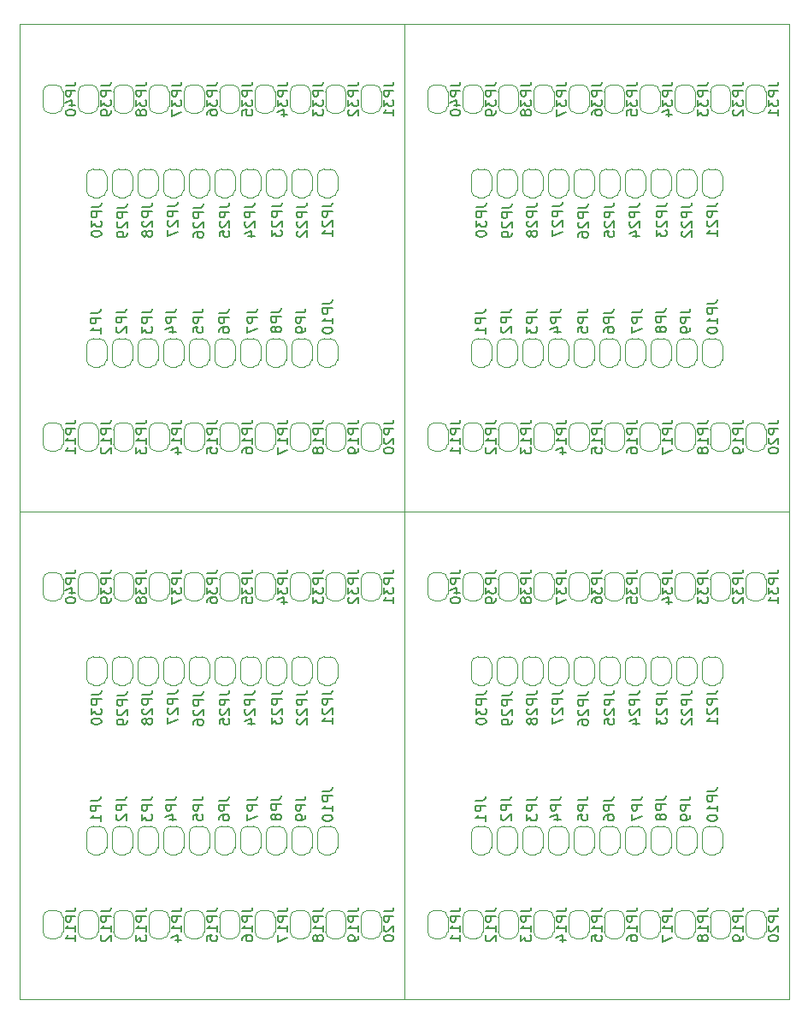
<source format=gbr>
G04 #@! TF.GenerationSoftware,KiCad,Pcbnew,6.0.11-2627ca5db0~126~ubuntu20.04.1*
G04 #@! TF.CreationDate,2023-03-16T15:00:45-05:00*
G04 #@! TF.ProjectId,,58585858-5858-4585-9858-585858585858,rev?*
G04 #@! TF.SameCoordinates,Original*
G04 #@! TF.FileFunction,Legend,Bot*
G04 #@! TF.FilePolarity,Positive*
%FSLAX46Y46*%
G04 Gerber Fmt 4.6, Leading zero omitted, Abs format (unit mm)*
G04 Created by KiCad (PCBNEW 6.0.11-2627ca5db0~126~ubuntu20.04.1) date 2023-03-16 15:00:45*
%MOMM*%
%LPD*%
G01*
G04 APERTURE LIST*
G04 #@! TA.AperFunction,Profile*
%ADD10C,0.050000*%
G04 #@! TD*
%ADD11C,0.150000*%
%ADD12C,0.120000*%
G04 APERTURE END LIST*
D10*
X102108000Y-136652000D02*
X140208000Y-136652000D01*
X140208000Y-88392000D02*
X140208000Y-136652000D01*
X102108000Y-88392000D02*
X140208000Y-88392000D01*
X102108000Y-88392000D02*
X102108000Y-136652000D01*
X64008000Y-136652000D02*
X102108000Y-136652000D01*
X102108000Y-88392000D02*
X102108000Y-136652000D01*
X64008000Y-88392000D02*
X102108000Y-88392000D01*
X64008000Y-88392000D02*
X64008000Y-136652000D01*
X102108000Y-88392000D02*
X140208000Y-88392000D01*
X140208000Y-40132000D02*
X140208000Y-88392000D01*
X102108000Y-40132000D02*
X140208000Y-40132000D01*
X102108000Y-40132000D02*
X102108000Y-88392000D01*
X64008000Y-40132000D02*
X64008000Y-88392000D01*
X64008000Y-40132000D02*
X102108000Y-40132000D01*
X102108000Y-40132000D02*
X102108000Y-88392000D01*
X64008000Y-88392000D02*
X102108000Y-88392000D01*
D11*
X106660380Y-94492476D02*
X107374666Y-94492476D01*
X107517523Y-94444857D01*
X107612761Y-94349619D01*
X107660380Y-94206761D01*
X107660380Y-94111523D01*
X107660380Y-94968666D02*
X106660380Y-94968666D01*
X106660380Y-95349619D01*
X106708000Y-95444857D01*
X106755619Y-95492476D01*
X106850857Y-95540095D01*
X106993714Y-95540095D01*
X107088952Y-95492476D01*
X107136571Y-95444857D01*
X107184190Y-95349619D01*
X107184190Y-94968666D01*
X106993714Y-96397238D02*
X107660380Y-96397238D01*
X106612761Y-96159142D02*
X107327047Y-95921047D01*
X107327047Y-96540095D01*
X106660380Y-97111523D02*
X106660380Y-97206761D01*
X106708000Y-97302000D01*
X106755619Y-97349619D01*
X106850857Y-97397238D01*
X107041333Y-97444857D01*
X107279428Y-97444857D01*
X107469904Y-97397238D01*
X107565142Y-97349619D01*
X107612761Y-97302000D01*
X107660380Y-97206761D01*
X107660380Y-97111523D01*
X107612761Y-97016285D01*
X107565142Y-96968666D01*
X107469904Y-96921047D01*
X107279428Y-96873428D01*
X107041333Y-96873428D01*
X106850857Y-96921047D01*
X106755619Y-96968666D01*
X106708000Y-97016285D01*
X106660380Y-97111523D01*
X110160380Y-94492476D02*
X110874666Y-94492476D01*
X111017523Y-94444857D01*
X111112761Y-94349619D01*
X111160380Y-94206761D01*
X111160380Y-94111523D01*
X111160380Y-94968666D02*
X110160380Y-94968666D01*
X110160380Y-95349619D01*
X110208000Y-95444857D01*
X110255619Y-95492476D01*
X110350857Y-95540095D01*
X110493714Y-95540095D01*
X110588952Y-95492476D01*
X110636571Y-95444857D01*
X110684190Y-95349619D01*
X110684190Y-94968666D01*
X110160380Y-95873428D02*
X110160380Y-96492476D01*
X110541333Y-96159142D01*
X110541333Y-96302000D01*
X110588952Y-96397238D01*
X110636571Y-96444857D01*
X110731809Y-96492476D01*
X110969904Y-96492476D01*
X111065142Y-96444857D01*
X111112761Y-96397238D01*
X111160380Y-96302000D01*
X111160380Y-96016285D01*
X111112761Y-95921047D01*
X111065142Y-95873428D01*
X111160380Y-96968666D02*
X111160380Y-97159142D01*
X111112761Y-97254380D01*
X111065142Y-97302000D01*
X110922285Y-97397238D01*
X110731809Y-97444857D01*
X110350857Y-97444857D01*
X110255619Y-97397238D01*
X110208000Y-97349619D01*
X110160380Y-97254380D01*
X110160380Y-97063904D01*
X110208000Y-96968666D01*
X110255619Y-96921047D01*
X110350857Y-96873428D01*
X110588952Y-96873428D01*
X110684190Y-96921047D01*
X110731809Y-96968666D01*
X110779428Y-97063904D01*
X110779428Y-97254380D01*
X110731809Y-97349619D01*
X110684190Y-97397238D01*
X110588952Y-97444857D01*
X113660380Y-94492476D02*
X114374666Y-94492476D01*
X114517523Y-94444857D01*
X114612761Y-94349619D01*
X114660380Y-94206761D01*
X114660380Y-94111523D01*
X114660380Y-94968666D02*
X113660380Y-94968666D01*
X113660380Y-95349619D01*
X113708000Y-95444857D01*
X113755619Y-95492476D01*
X113850857Y-95540095D01*
X113993714Y-95540095D01*
X114088952Y-95492476D01*
X114136571Y-95444857D01*
X114184190Y-95349619D01*
X114184190Y-94968666D01*
X113660380Y-95873428D02*
X113660380Y-96492476D01*
X114041333Y-96159142D01*
X114041333Y-96302000D01*
X114088952Y-96397238D01*
X114136571Y-96444857D01*
X114231809Y-96492476D01*
X114469904Y-96492476D01*
X114565142Y-96444857D01*
X114612761Y-96397238D01*
X114660380Y-96302000D01*
X114660380Y-96016285D01*
X114612761Y-95921047D01*
X114565142Y-95873428D01*
X114088952Y-97063904D02*
X114041333Y-96968666D01*
X113993714Y-96921047D01*
X113898476Y-96873428D01*
X113850857Y-96873428D01*
X113755619Y-96921047D01*
X113708000Y-96968666D01*
X113660380Y-97063904D01*
X113660380Y-97254380D01*
X113708000Y-97349619D01*
X113755619Y-97397238D01*
X113850857Y-97444857D01*
X113898476Y-97444857D01*
X113993714Y-97397238D01*
X114041333Y-97349619D01*
X114088952Y-97254380D01*
X114088952Y-97063904D01*
X114136571Y-96968666D01*
X114184190Y-96921047D01*
X114279428Y-96873428D01*
X114469904Y-96873428D01*
X114565142Y-96921047D01*
X114612761Y-96968666D01*
X114660380Y-97063904D01*
X114660380Y-97254380D01*
X114612761Y-97349619D01*
X114565142Y-97397238D01*
X114469904Y-97444857D01*
X114279428Y-97444857D01*
X114184190Y-97397238D01*
X114136571Y-97349619D01*
X114088952Y-97254380D01*
X117160380Y-94492476D02*
X117874666Y-94492476D01*
X118017523Y-94444857D01*
X118112761Y-94349619D01*
X118160380Y-94206761D01*
X118160380Y-94111523D01*
X118160380Y-94968666D02*
X117160380Y-94968666D01*
X117160380Y-95349619D01*
X117208000Y-95444857D01*
X117255619Y-95492476D01*
X117350857Y-95540095D01*
X117493714Y-95540095D01*
X117588952Y-95492476D01*
X117636571Y-95444857D01*
X117684190Y-95349619D01*
X117684190Y-94968666D01*
X117160380Y-95873428D02*
X117160380Y-96492476D01*
X117541333Y-96159142D01*
X117541333Y-96302000D01*
X117588952Y-96397238D01*
X117636571Y-96444857D01*
X117731809Y-96492476D01*
X117969904Y-96492476D01*
X118065142Y-96444857D01*
X118112761Y-96397238D01*
X118160380Y-96302000D01*
X118160380Y-96016285D01*
X118112761Y-95921047D01*
X118065142Y-95873428D01*
X117160380Y-96825809D02*
X117160380Y-97492476D01*
X118160380Y-97063904D01*
X120660380Y-94492476D02*
X121374666Y-94492476D01*
X121517523Y-94444857D01*
X121612761Y-94349619D01*
X121660380Y-94206761D01*
X121660380Y-94111523D01*
X121660380Y-94968666D02*
X120660380Y-94968666D01*
X120660380Y-95349619D01*
X120708000Y-95444857D01*
X120755619Y-95492476D01*
X120850857Y-95540095D01*
X120993714Y-95540095D01*
X121088952Y-95492476D01*
X121136571Y-95444857D01*
X121184190Y-95349619D01*
X121184190Y-94968666D01*
X120660380Y-95873428D02*
X120660380Y-96492476D01*
X121041333Y-96159142D01*
X121041333Y-96302000D01*
X121088952Y-96397238D01*
X121136571Y-96444857D01*
X121231809Y-96492476D01*
X121469904Y-96492476D01*
X121565142Y-96444857D01*
X121612761Y-96397238D01*
X121660380Y-96302000D01*
X121660380Y-96016285D01*
X121612761Y-95921047D01*
X121565142Y-95873428D01*
X120660380Y-97349619D02*
X120660380Y-97159142D01*
X120708000Y-97063904D01*
X120755619Y-97016285D01*
X120898476Y-96921047D01*
X121088952Y-96873428D01*
X121469904Y-96873428D01*
X121565142Y-96921047D01*
X121612761Y-96968666D01*
X121660380Y-97063904D01*
X121660380Y-97254380D01*
X121612761Y-97349619D01*
X121565142Y-97397238D01*
X121469904Y-97444857D01*
X121231809Y-97444857D01*
X121136571Y-97397238D01*
X121088952Y-97349619D01*
X121041333Y-97254380D01*
X121041333Y-97063904D01*
X121088952Y-96968666D01*
X121136571Y-96921047D01*
X121231809Y-96873428D01*
X124160380Y-94492476D02*
X124874666Y-94492476D01*
X125017523Y-94444857D01*
X125112761Y-94349619D01*
X125160380Y-94206761D01*
X125160380Y-94111523D01*
X125160380Y-94968666D02*
X124160380Y-94968666D01*
X124160380Y-95349619D01*
X124208000Y-95444857D01*
X124255619Y-95492476D01*
X124350857Y-95540095D01*
X124493714Y-95540095D01*
X124588952Y-95492476D01*
X124636571Y-95444857D01*
X124684190Y-95349619D01*
X124684190Y-94968666D01*
X124160380Y-95873428D02*
X124160380Y-96492476D01*
X124541333Y-96159142D01*
X124541333Y-96302000D01*
X124588952Y-96397238D01*
X124636571Y-96444857D01*
X124731809Y-96492476D01*
X124969904Y-96492476D01*
X125065142Y-96444857D01*
X125112761Y-96397238D01*
X125160380Y-96302000D01*
X125160380Y-96016285D01*
X125112761Y-95921047D01*
X125065142Y-95873428D01*
X124160380Y-97397238D02*
X124160380Y-96921047D01*
X124636571Y-96873428D01*
X124588952Y-96921047D01*
X124541333Y-97016285D01*
X124541333Y-97254380D01*
X124588952Y-97349619D01*
X124636571Y-97397238D01*
X124731809Y-97444857D01*
X124969904Y-97444857D01*
X125065142Y-97397238D01*
X125112761Y-97349619D01*
X125160380Y-97254380D01*
X125160380Y-97016285D01*
X125112761Y-96921047D01*
X125065142Y-96873428D01*
X127660380Y-94492476D02*
X128374666Y-94492476D01*
X128517523Y-94444857D01*
X128612761Y-94349619D01*
X128660380Y-94206761D01*
X128660380Y-94111523D01*
X128660380Y-94968666D02*
X127660380Y-94968666D01*
X127660380Y-95349619D01*
X127708000Y-95444857D01*
X127755619Y-95492476D01*
X127850857Y-95540095D01*
X127993714Y-95540095D01*
X128088952Y-95492476D01*
X128136571Y-95444857D01*
X128184190Y-95349619D01*
X128184190Y-94968666D01*
X127660380Y-95873428D02*
X127660380Y-96492476D01*
X128041333Y-96159142D01*
X128041333Y-96302000D01*
X128088952Y-96397238D01*
X128136571Y-96444857D01*
X128231809Y-96492476D01*
X128469904Y-96492476D01*
X128565142Y-96444857D01*
X128612761Y-96397238D01*
X128660380Y-96302000D01*
X128660380Y-96016285D01*
X128612761Y-95921047D01*
X128565142Y-95873428D01*
X127993714Y-97349619D02*
X128660380Y-97349619D01*
X127612761Y-97111523D02*
X128327047Y-96873428D01*
X128327047Y-97492476D01*
X131160380Y-94492476D02*
X131874666Y-94492476D01*
X132017523Y-94444857D01*
X132112761Y-94349619D01*
X132160380Y-94206761D01*
X132160380Y-94111523D01*
X132160380Y-94968666D02*
X131160380Y-94968666D01*
X131160380Y-95349619D01*
X131208000Y-95444857D01*
X131255619Y-95492476D01*
X131350857Y-95540095D01*
X131493714Y-95540095D01*
X131588952Y-95492476D01*
X131636571Y-95444857D01*
X131684190Y-95349619D01*
X131684190Y-94968666D01*
X131160380Y-95873428D02*
X131160380Y-96492476D01*
X131541333Y-96159142D01*
X131541333Y-96302000D01*
X131588952Y-96397238D01*
X131636571Y-96444857D01*
X131731809Y-96492476D01*
X131969904Y-96492476D01*
X132065142Y-96444857D01*
X132112761Y-96397238D01*
X132160380Y-96302000D01*
X132160380Y-96016285D01*
X132112761Y-95921047D01*
X132065142Y-95873428D01*
X131160380Y-96825809D02*
X131160380Y-97444857D01*
X131541333Y-97111523D01*
X131541333Y-97254380D01*
X131588952Y-97349619D01*
X131636571Y-97397238D01*
X131731809Y-97444857D01*
X131969904Y-97444857D01*
X132065142Y-97397238D01*
X132112761Y-97349619D01*
X132160380Y-97254380D01*
X132160380Y-96968666D01*
X132112761Y-96873428D01*
X132065142Y-96825809D01*
X134660380Y-94492476D02*
X135374666Y-94492476D01*
X135517523Y-94444857D01*
X135612761Y-94349619D01*
X135660380Y-94206761D01*
X135660380Y-94111523D01*
X135660380Y-94968666D02*
X134660380Y-94968666D01*
X134660380Y-95349619D01*
X134708000Y-95444857D01*
X134755619Y-95492476D01*
X134850857Y-95540095D01*
X134993714Y-95540095D01*
X135088952Y-95492476D01*
X135136571Y-95444857D01*
X135184190Y-95349619D01*
X135184190Y-94968666D01*
X134660380Y-95873428D02*
X134660380Y-96492476D01*
X135041333Y-96159142D01*
X135041333Y-96302000D01*
X135088952Y-96397238D01*
X135136571Y-96444857D01*
X135231809Y-96492476D01*
X135469904Y-96492476D01*
X135565142Y-96444857D01*
X135612761Y-96397238D01*
X135660380Y-96302000D01*
X135660380Y-96016285D01*
X135612761Y-95921047D01*
X135565142Y-95873428D01*
X134755619Y-96873428D02*
X134708000Y-96921047D01*
X134660380Y-97016285D01*
X134660380Y-97254380D01*
X134708000Y-97349619D01*
X134755619Y-97397238D01*
X134850857Y-97444857D01*
X134946095Y-97444857D01*
X135088952Y-97397238D01*
X135660380Y-96825809D01*
X135660380Y-97444857D01*
X138160380Y-94492476D02*
X138874666Y-94492476D01*
X139017523Y-94444857D01*
X139112761Y-94349619D01*
X139160380Y-94206761D01*
X139160380Y-94111523D01*
X139160380Y-94968666D02*
X138160380Y-94968666D01*
X138160380Y-95349619D01*
X138208000Y-95444857D01*
X138255619Y-95492476D01*
X138350857Y-95540095D01*
X138493714Y-95540095D01*
X138588952Y-95492476D01*
X138636571Y-95444857D01*
X138684190Y-95349619D01*
X138684190Y-94968666D01*
X138160380Y-95873428D02*
X138160380Y-96492476D01*
X138541333Y-96159142D01*
X138541333Y-96302000D01*
X138588952Y-96397238D01*
X138636571Y-96444857D01*
X138731809Y-96492476D01*
X138969904Y-96492476D01*
X139065142Y-96444857D01*
X139112761Y-96397238D01*
X139160380Y-96302000D01*
X139160380Y-96016285D01*
X139112761Y-95921047D01*
X139065142Y-95873428D01*
X139160380Y-97444857D02*
X139160380Y-96873428D01*
X139160380Y-97159142D02*
X138160380Y-97159142D01*
X138303238Y-97063904D01*
X138398476Y-96968666D01*
X138446095Y-96873428D01*
X109226060Y-106472836D02*
X109940346Y-106472836D01*
X110083203Y-106425217D01*
X110178441Y-106329979D01*
X110226060Y-106187121D01*
X110226060Y-106091883D01*
X110226060Y-106949026D02*
X109226060Y-106949026D01*
X109226060Y-107329979D01*
X109273680Y-107425217D01*
X109321299Y-107472836D01*
X109416537Y-107520455D01*
X109559394Y-107520455D01*
X109654632Y-107472836D01*
X109702251Y-107425217D01*
X109749870Y-107329979D01*
X109749870Y-106949026D01*
X109226060Y-107853788D02*
X109226060Y-108472836D01*
X109607013Y-108139502D01*
X109607013Y-108282360D01*
X109654632Y-108377598D01*
X109702251Y-108425217D01*
X109797489Y-108472836D01*
X110035584Y-108472836D01*
X110130822Y-108425217D01*
X110178441Y-108377598D01*
X110226060Y-108282360D01*
X110226060Y-107996645D01*
X110178441Y-107901407D01*
X110130822Y-107853788D01*
X109226060Y-109091883D02*
X109226060Y-109187121D01*
X109273680Y-109282360D01*
X109321299Y-109329979D01*
X109416537Y-109377598D01*
X109607013Y-109425217D01*
X109845108Y-109425217D01*
X110035584Y-109377598D01*
X110130822Y-109329979D01*
X110178441Y-109282360D01*
X110226060Y-109187121D01*
X110226060Y-109091883D01*
X110178441Y-108996645D01*
X110130822Y-108949026D01*
X110035584Y-108901407D01*
X109845108Y-108853788D01*
X109607013Y-108853788D01*
X109416537Y-108901407D01*
X109321299Y-108949026D01*
X109273680Y-108996645D01*
X109226060Y-109091883D01*
X111766060Y-106543956D02*
X112480346Y-106543956D01*
X112623203Y-106496337D01*
X112718441Y-106401099D01*
X112766060Y-106258241D01*
X112766060Y-106163003D01*
X112766060Y-107020146D02*
X111766060Y-107020146D01*
X111766060Y-107401099D01*
X111813680Y-107496337D01*
X111861299Y-107543956D01*
X111956537Y-107591575D01*
X112099394Y-107591575D01*
X112194632Y-107543956D01*
X112242251Y-107496337D01*
X112289870Y-107401099D01*
X112289870Y-107020146D01*
X111861299Y-107972527D02*
X111813680Y-108020146D01*
X111766060Y-108115384D01*
X111766060Y-108353480D01*
X111813680Y-108448718D01*
X111861299Y-108496337D01*
X111956537Y-108543956D01*
X112051775Y-108543956D01*
X112194632Y-108496337D01*
X112766060Y-107924908D01*
X112766060Y-108543956D01*
X112766060Y-109020146D02*
X112766060Y-109210622D01*
X112718441Y-109305860D01*
X112670822Y-109353480D01*
X112527965Y-109448718D01*
X112337489Y-109496337D01*
X111956537Y-109496337D01*
X111861299Y-109448718D01*
X111813680Y-109401099D01*
X111766060Y-109305860D01*
X111766060Y-109115384D01*
X111813680Y-109020146D01*
X111861299Y-108972527D01*
X111956537Y-108924908D01*
X112194632Y-108924908D01*
X112289870Y-108972527D01*
X112337489Y-109020146D01*
X112385108Y-109115384D01*
X112385108Y-109305860D01*
X112337489Y-109401099D01*
X112289870Y-109448718D01*
X112194632Y-109496337D01*
X114265420Y-106472836D02*
X114979706Y-106472836D01*
X115122563Y-106425217D01*
X115217801Y-106329979D01*
X115265420Y-106187121D01*
X115265420Y-106091883D01*
X115265420Y-106949026D02*
X114265420Y-106949026D01*
X114265420Y-107329979D01*
X114313040Y-107425217D01*
X114360659Y-107472836D01*
X114455897Y-107520455D01*
X114598754Y-107520455D01*
X114693992Y-107472836D01*
X114741611Y-107425217D01*
X114789230Y-107329979D01*
X114789230Y-106949026D01*
X114360659Y-107901407D02*
X114313040Y-107949026D01*
X114265420Y-108044264D01*
X114265420Y-108282360D01*
X114313040Y-108377598D01*
X114360659Y-108425217D01*
X114455897Y-108472836D01*
X114551135Y-108472836D01*
X114693992Y-108425217D01*
X115265420Y-107853788D01*
X115265420Y-108472836D01*
X114693992Y-109044264D02*
X114646373Y-108949026D01*
X114598754Y-108901407D01*
X114503516Y-108853788D01*
X114455897Y-108853788D01*
X114360659Y-108901407D01*
X114313040Y-108949026D01*
X114265420Y-109044264D01*
X114265420Y-109234740D01*
X114313040Y-109329979D01*
X114360659Y-109377598D01*
X114455897Y-109425217D01*
X114503516Y-109425217D01*
X114598754Y-109377598D01*
X114646373Y-109329979D01*
X114693992Y-109234740D01*
X114693992Y-109044264D01*
X114741611Y-108949026D01*
X114789230Y-108901407D01*
X114884468Y-108853788D01*
X115074944Y-108853788D01*
X115170182Y-108901407D01*
X115217801Y-108949026D01*
X115265420Y-109044264D01*
X115265420Y-109234740D01*
X115217801Y-109329979D01*
X115170182Y-109377598D01*
X115074944Y-109425217D01*
X114884468Y-109425217D01*
X114789230Y-109377598D01*
X114741611Y-109329979D01*
X114693992Y-109234740D01*
X116764780Y-106406796D02*
X117479066Y-106406796D01*
X117621923Y-106359177D01*
X117717161Y-106263939D01*
X117764780Y-106121081D01*
X117764780Y-106025843D01*
X117764780Y-106882986D02*
X116764780Y-106882986D01*
X116764780Y-107263939D01*
X116812400Y-107359177D01*
X116860019Y-107406796D01*
X116955257Y-107454415D01*
X117098114Y-107454415D01*
X117193352Y-107406796D01*
X117240971Y-107359177D01*
X117288590Y-107263939D01*
X117288590Y-106882986D01*
X116860019Y-107835367D02*
X116812400Y-107882986D01*
X116764780Y-107978224D01*
X116764780Y-108216320D01*
X116812400Y-108311558D01*
X116860019Y-108359177D01*
X116955257Y-108406796D01*
X117050495Y-108406796D01*
X117193352Y-108359177D01*
X117764780Y-107787748D01*
X117764780Y-108406796D01*
X116764780Y-108740129D02*
X116764780Y-109406796D01*
X117764780Y-108978224D01*
X119325100Y-106559196D02*
X120039386Y-106559196D01*
X120182243Y-106511577D01*
X120277481Y-106416339D01*
X120325100Y-106273481D01*
X120325100Y-106178243D01*
X120325100Y-107035386D02*
X119325100Y-107035386D01*
X119325100Y-107416339D01*
X119372720Y-107511577D01*
X119420339Y-107559196D01*
X119515577Y-107606815D01*
X119658434Y-107606815D01*
X119753672Y-107559196D01*
X119801291Y-107511577D01*
X119848910Y-107416339D01*
X119848910Y-107035386D01*
X119420339Y-107987767D02*
X119372720Y-108035386D01*
X119325100Y-108130624D01*
X119325100Y-108368720D01*
X119372720Y-108463958D01*
X119420339Y-108511577D01*
X119515577Y-108559196D01*
X119610815Y-108559196D01*
X119753672Y-108511577D01*
X120325100Y-107940148D01*
X120325100Y-108559196D01*
X119325100Y-109416339D02*
X119325100Y-109225862D01*
X119372720Y-109130624D01*
X119420339Y-109083005D01*
X119563196Y-108987767D01*
X119753672Y-108940148D01*
X120134624Y-108940148D01*
X120229862Y-108987767D01*
X120277481Y-109035386D01*
X120325100Y-109130624D01*
X120325100Y-109321100D01*
X120277481Y-109416339D01*
X120229862Y-109463958D01*
X120134624Y-109511577D01*
X119896529Y-109511577D01*
X119801291Y-109463958D01*
X119753672Y-109416339D01*
X119706053Y-109321100D01*
X119706053Y-109130624D01*
X119753672Y-109035386D01*
X119801291Y-108987767D01*
X119896529Y-108940148D01*
X121900660Y-106488076D02*
X122614946Y-106488076D01*
X122757803Y-106440457D01*
X122853041Y-106345219D01*
X122900660Y-106202361D01*
X122900660Y-106107123D01*
X122900660Y-106964266D02*
X121900660Y-106964266D01*
X121900660Y-107345219D01*
X121948280Y-107440457D01*
X121995899Y-107488076D01*
X122091137Y-107535695D01*
X122233994Y-107535695D01*
X122329232Y-107488076D01*
X122376851Y-107440457D01*
X122424470Y-107345219D01*
X122424470Y-106964266D01*
X121995899Y-107916647D02*
X121948280Y-107964266D01*
X121900660Y-108059504D01*
X121900660Y-108297600D01*
X121948280Y-108392838D01*
X121995899Y-108440457D01*
X122091137Y-108488076D01*
X122186375Y-108488076D01*
X122329232Y-108440457D01*
X122900660Y-107869028D01*
X122900660Y-108488076D01*
X121900660Y-109392838D02*
X121900660Y-108916647D01*
X122376851Y-108869028D01*
X122329232Y-108916647D01*
X122281613Y-109011885D01*
X122281613Y-109249980D01*
X122329232Y-109345219D01*
X122376851Y-109392838D01*
X122472089Y-109440457D01*
X122710184Y-109440457D01*
X122805422Y-109392838D01*
X122853041Y-109345219D01*
X122900660Y-109249980D01*
X122900660Y-109011885D01*
X122853041Y-108916647D01*
X122805422Y-108869028D01*
X124400020Y-106488076D02*
X125114306Y-106488076D01*
X125257163Y-106440457D01*
X125352401Y-106345219D01*
X125400020Y-106202361D01*
X125400020Y-106107123D01*
X125400020Y-106964266D02*
X124400020Y-106964266D01*
X124400020Y-107345219D01*
X124447640Y-107440457D01*
X124495259Y-107488076D01*
X124590497Y-107535695D01*
X124733354Y-107535695D01*
X124828592Y-107488076D01*
X124876211Y-107440457D01*
X124923830Y-107345219D01*
X124923830Y-106964266D01*
X124495259Y-107916647D02*
X124447640Y-107964266D01*
X124400020Y-108059504D01*
X124400020Y-108297600D01*
X124447640Y-108392838D01*
X124495259Y-108440457D01*
X124590497Y-108488076D01*
X124685735Y-108488076D01*
X124828592Y-108440457D01*
X125400020Y-107869028D01*
X125400020Y-108488076D01*
X124733354Y-109345219D02*
X125400020Y-109345219D01*
X124352401Y-109107123D02*
X125066687Y-108869028D01*
X125066687Y-109488076D01*
X127077180Y-106452516D02*
X127791466Y-106452516D01*
X127934323Y-106404897D01*
X128029561Y-106309659D01*
X128077180Y-106166801D01*
X128077180Y-106071563D01*
X128077180Y-106928706D02*
X127077180Y-106928706D01*
X127077180Y-107309659D01*
X127124800Y-107404897D01*
X127172419Y-107452516D01*
X127267657Y-107500135D01*
X127410514Y-107500135D01*
X127505752Y-107452516D01*
X127553371Y-107404897D01*
X127600990Y-107309659D01*
X127600990Y-106928706D01*
X127172419Y-107881087D02*
X127124800Y-107928706D01*
X127077180Y-108023944D01*
X127077180Y-108262040D01*
X127124800Y-108357278D01*
X127172419Y-108404897D01*
X127267657Y-108452516D01*
X127362895Y-108452516D01*
X127505752Y-108404897D01*
X128077180Y-107833468D01*
X128077180Y-108452516D01*
X127077180Y-108785849D02*
X127077180Y-109404897D01*
X127458133Y-109071563D01*
X127458133Y-109214420D01*
X127505752Y-109309659D01*
X127553371Y-109357278D01*
X127648609Y-109404897D01*
X127886704Y-109404897D01*
X127981942Y-109357278D01*
X128029561Y-109309659D01*
X128077180Y-109214420D01*
X128077180Y-108928706D01*
X128029561Y-108833468D01*
X127981942Y-108785849D01*
X129581620Y-106488076D02*
X130295906Y-106488076D01*
X130438763Y-106440457D01*
X130534001Y-106345219D01*
X130581620Y-106202361D01*
X130581620Y-106107123D01*
X130581620Y-106964266D02*
X129581620Y-106964266D01*
X129581620Y-107345219D01*
X129629240Y-107440457D01*
X129676859Y-107488076D01*
X129772097Y-107535695D01*
X129914954Y-107535695D01*
X130010192Y-107488076D01*
X130057811Y-107440457D01*
X130105430Y-107345219D01*
X130105430Y-106964266D01*
X129676859Y-107916647D02*
X129629240Y-107964266D01*
X129581620Y-108059504D01*
X129581620Y-108297600D01*
X129629240Y-108392838D01*
X129676859Y-108440457D01*
X129772097Y-108488076D01*
X129867335Y-108488076D01*
X130010192Y-108440457D01*
X130581620Y-107869028D01*
X130581620Y-108488076D01*
X129676859Y-108869028D02*
X129629240Y-108916647D01*
X129581620Y-109011885D01*
X129581620Y-109249980D01*
X129629240Y-109345219D01*
X129676859Y-109392838D01*
X129772097Y-109440457D01*
X129867335Y-109440457D01*
X130010192Y-109392838D01*
X130581620Y-108821409D01*
X130581620Y-109440457D01*
X132070820Y-106422036D02*
X132785106Y-106422036D01*
X132927963Y-106374417D01*
X133023201Y-106279179D01*
X133070820Y-106136321D01*
X133070820Y-106041083D01*
X133070820Y-106898226D02*
X132070820Y-106898226D01*
X132070820Y-107279179D01*
X132118440Y-107374417D01*
X132166059Y-107422036D01*
X132261297Y-107469655D01*
X132404154Y-107469655D01*
X132499392Y-107422036D01*
X132547011Y-107374417D01*
X132594630Y-107279179D01*
X132594630Y-106898226D01*
X132166059Y-107850607D02*
X132118440Y-107898226D01*
X132070820Y-107993464D01*
X132070820Y-108231560D01*
X132118440Y-108326798D01*
X132166059Y-108374417D01*
X132261297Y-108422036D01*
X132356535Y-108422036D01*
X132499392Y-108374417D01*
X133070820Y-107802988D01*
X133070820Y-108422036D01*
X133070820Y-109374417D02*
X133070820Y-108802988D01*
X133070820Y-109088702D02*
X132070820Y-109088702D01*
X132213678Y-108993464D01*
X132308916Y-108898226D01*
X132356535Y-108802988D01*
X138160380Y-127932476D02*
X138874666Y-127932476D01*
X139017523Y-127884857D01*
X139112761Y-127789619D01*
X139160380Y-127646761D01*
X139160380Y-127551523D01*
X139160380Y-128408666D02*
X138160380Y-128408666D01*
X138160380Y-128789619D01*
X138208000Y-128884857D01*
X138255619Y-128932476D01*
X138350857Y-128980095D01*
X138493714Y-128980095D01*
X138588952Y-128932476D01*
X138636571Y-128884857D01*
X138684190Y-128789619D01*
X138684190Y-128408666D01*
X138255619Y-129361047D02*
X138208000Y-129408666D01*
X138160380Y-129503904D01*
X138160380Y-129742000D01*
X138208000Y-129837238D01*
X138255619Y-129884857D01*
X138350857Y-129932476D01*
X138446095Y-129932476D01*
X138588952Y-129884857D01*
X139160380Y-129313428D01*
X139160380Y-129932476D01*
X138160380Y-130551523D02*
X138160380Y-130646761D01*
X138208000Y-130742000D01*
X138255619Y-130789619D01*
X138350857Y-130837238D01*
X138541333Y-130884857D01*
X138779428Y-130884857D01*
X138969904Y-130837238D01*
X139065142Y-130789619D01*
X139112761Y-130742000D01*
X139160380Y-130646761D01*
X139160380Y-130551523D01*
X139112761Y-130456285D01*
X139065142Y-130408666D01*
X138969904Y-130361047D01*
X138779428Y-130313428D01*
X138541333Y-130313428D01*
X138350857Y-130361047D01*
X138255619Y-130408666D01*
X138208000Y-130456285D01*
X138160380Y-130551523D01*
X134660380Y-127932476D02*
X135374666Y-127932476D01*
X135517523Y-127884857D01*
X135612761Y-127789619D01*
X135660380Y-127646761D01*
X135660380Y-127551523D01*
X135660380Y-128408666D02*
X134660380Y-128408666D01*
X134660380Y-128789619D01*
X134708000Y-128884857D01*
X134755619Y-128932476D01*
X134850857Y-128980095D01*
X134993714Y-128980095D01*
X135088952Y-128932476D01*
X135136571Y-128884857D01*
X135184190Y-128789619D01*
X135184190Y-128408666D01*
X135660380Y-129932476D02*
X135660380Y-129361047D01*
X135660380Y-129646761D02*
X134660380Y-129646761D01*
X134803238Y-129551523D01*
X134898476Y-129456285D01*
X134946095Y-129361047D01*
X135660380Y-130408666D02*
X135660380Y-130599142D01*
X135612761Y-130694380D01*
X135565142Y-130742000D01*
X135422285Y-130837238D01*
X135231809Y-130884857D01*
X134850857Y-130884857D01*
X134755619Y-130837238D01*
X134708000Y-130789619D01*
X134660380Y-130694380D01*
X134660380Y-130503904D01*
X134708000Y-130408666D01*
X134755619Y-130361047D01*
X134850857Y-130313428D01*
X135088952Y-130313428D01*
X135184190Y-130361047D01*
X135231809Y-130408666D01*
X135279428Y-130503904D01*
X135279428Y-130694380D01*
X135231809Y-130789619D01*
X135184190Y-130837238D01*
X135088952Y-130884857D01*
X131160380Y-127932476D02*
X131874666Y-127932476D01*
X132017523Y-127884857D01*
X132112761Y-127789619D01*
X132160380Y-127646761D01*
X132160380Y-127551523D01*
X132160380Y-128408666D02*
X131160380Y-128408666D01*
X131160380Y-128789619D01*
X131208000Y-128884857D01*
X131255619Y-128932476D01*
X131350857Y-128980095D01*
X131493714Y-128980095D01*
X131588952Y-128932476D01*
X131636571Y-128884857D01*
X131684190Y-128789619D01*
X131684190Y-128408666D01*
X132160380Y-129932476D02*
X132160380Y-129361047D01*
X132160380Y-129646761D02*
X131160380Y-129646761D01*
X131303238Y-129551523D01*
X131398476Y-129456285D01*
X131446095Y-129361047D01*
X131588952Y-130503904D02*
X131541333Y-130408666D01*
X131493714Y-130361047D01*
X131398476Y-130313428D01*
X131350857Y-130313428D01*
X131255619Y-130361047D01*
X131208000Y-130408666D01*
X131160380Y-130503904D01*
X131160380Y-130694380D01*
X131208000Y-130789619D01*
X131255619Y-130837238D01*
X131350857Y-130884857D01*
X131398476Y-130884857D01*
X131493714Y-130837238D01*
X131541333Y-130789619D01*
X131588952Y-130694380D01*
X131588952Y-130503904D01*
X131636571Y-130408666D01*
X131684190Y-130361047D01*
X131779428Y-130313428D01*
X131969904Y-130313428D01*
X132065142Y-130361047D01*
X132112761Y-130408666D01*
X132160380Y-130503904D01*
X132160380Y-130694380D01*
X132112761Y-130789619D01*
X132065142Y-130837238D01*
X131969904Y-130884857D01*
X131779428Y-130884857D01*
X131684190Y-130837238D01*
X131636571Y-130789619D01*
X131588952Y-130694380D01*
X127660380Y-127932476D02*
X128374666Y-127932476D01*
X128517523Y-127884857D01*
X128612761Y-127789619D01*
X128660380Y-127646761D01*
X128660380Y-127551523D01*
X128660380Y-128408666D02*
X127660380Y-128408666D01*
X127660380Y-128789619D01*
X127708000Y-128884857D01*
X127755619Y-128932476D01*
X127850857Y-128980095D01*
X127993714Y-128980095D01*
X128088952Y-128932476D01*
X128136571Y-128884857D01*
X128184190Y-128789619D01*
X128184190Y-128408666D01*
X128660380Y-129932476D02*
X128660380Y-129361047D01*
X128660380Y-129646761D02*
X127660380Y-129646761D01*
X127803238Y-129551523D01*
X127898476Y-129456285D01*
X127946095Y-129361047D01*
X127660380Y-130265809D02*
X127660380Y-130932476D01*
X128660380Y-130503904D01*
X124160380Y-127932476D02*
X124874666Y-127932476D01*
X125017523Y-127884857D01*
X125112761Y-127789619D01*
X125160380Y-127646761D01*
X125160380Y-127551523D01*
X125160380Y-128408666D02*
X124160380Y-128408666D01*
X124160380Y-128789619D01*
X124208000Y-128884857D01*
X124255619Y-128932476D01*
X124350857Y-128980095D01*
X124493714Y-128980095D01*
X124588952Y-128932476D01*
X124636571Y-128884857D01*
X124684190Y-128789619D01*
X124684190Y-128408666D01*
X125160380Y-129932476D02*
X125160380Y-129361047D01*
X125160380Y-129646761D02*
X124160380Y-129646761D01*
X124303238Y-129551523D01*
X124398476Y-129456285D01*
X124446095Y-129361047D01*
X124160380Y-130789619D02*
X124160380Y-130599142D01*
X124208000Y-130503904D01*
X124255619Y-130456285D01*
X124398476Y-130361047D01*
X124588952Y-130313428D01*
X124969904Y-130313428D01*
X125065142Y-130361047D01*
X125112761Y-130408666D01*
X125160380Y-130503904D01*
X125160380Y-130694380D01*
X125112761Y-130789619D01*
X125065142Y-130837238D01*
X124969904Y-130884857D01*
X124731809Y-130884857D01*
X124636571Y-130837238D01*
X124588952Y-130789619D01*
X124541333Y-130694380D01*
X124541333Y-130503904D01*
X124588952Y-130408666D01*
X124636571Y-130361047D01*
X124731809Y-130313428D01*
X120660380Y-127932476D02*
X121374666Y-127932476D01*
X121517523Y-127884857D01*
X121612761Y-127789619D01*
X121660380Y-127646761D01*
X121660380Y-127551523D01*
X121660380Y-128408666D02*
X120660380Y-128408666D01*
X120660380Y-128789619D01*
X120708000Y-128884857D01*
X120755619Y-128932476D01*
X120850857Y-128980095D01*
X120993714Y-128980095D01*
X121088952Y-128932476D01*
X121136571Y-128884857D01*
X121184190Y-128789619D01*
X121184190Y-128408666D01*
X121660380Y-129932476D02*
X121660380Y-129361047D01*
X121660380Y-129646761D02*
X120660380Y-129646761D01*
X120803238Y-129551523D01*
X120898476Y-129456285D01*
X120946095Y-129361047D01*
X120660380Y-130837238D02*
X120660380Y-130361047D01*
X121136571Y-130313428D01*
X121088952Y-130361047D01*
X121041333Y-130456285D01*
X121041333Y-130694380D01*
X121088952Y-130789619D01*
X121136571Y-130837238D01*
X121231809Y-130884857D01*
X121469904Y-130884857D01*
X121565142Y-130837238D01*
X121612761Y-130789619D01*
X121660380Y-130694380D01*
X121660380Y-130456285D01*
X121612761Y-130361047D01*
X121565142Y-130313428D01*
X117160380Y-127932476D02*
X117874666Y-127932476D01*
X118017523Y-127884857D01*
X118112761Y-127789619D01*
X118160380Y-127646761D01*
X118160380Y-127551523D01*
X118160380Y-128408666D02*
X117160380Y-128408666D01*
X117160380Y-128789619D01*
X117208000Y-128884857D01*
X117255619Y-128932476D01*
X117350857Y-128980095D01*
X117493714Y-128980095D01*
X117588952Y-128932476D01*
X117636571Y-128884857D01*
X117684190Y-128789619D01*
X117684190Y-128408666D01*
X118160380Y-129932476D02*
X118160380Y-129361047D01*
X118160380Y-129646761D02*
X117160380Y-129646761D01*
X117303238Y-129551523D01*
X117398476Y-129456285D01*
X117446095Y-129361047D01*
X117493714Y-130789619D02*
X118160380Y-130789619D01*
X117112761Y-130551523D02*
X117827047Y-130313428D01*
X117827047Y-130932476D01*
X113660380Y-127932476D02*
X114374666Y-127932476D01*
X114517523Y-127884857D01*
X114612761Y-127789619D01*
X114660380Y-127646761D01*
X114660380Y-127551523D01*
X114660380Y-128408666D02*
X113660380Y-128408666D01*
X113660380Y-128789619D01*
X113708000Y-128884857D01*
X113755619Y-128932476D01*
X113850857Y-128980095D01*
X113993714Y-128980095D01*
X114088952Y-128932476D01*
X114136571Y-128884857D01*
X114184190Y-128789619D01*
X114184190Y-128408666D01*
X114660380Y-129932476D02*
X114660380Y-129361047D01*
X114660380Y-129646761D02*
X113660380Y-129646761D01*
X113803238Y-129551523D01*
X113898476Y-129456285D01*
X113946095Y-129361047D01*
X113660380Y-130265809D02*
X113660380Y-130884857D01*
X114041333Y-130551523D01*
X114041333Y-130694380D01*
X114088952Y-130789619D01*
X114136571Y-130837238D01*
X114231809Y-130884857D01*
X114469904Y-130884857D01*
X114565142Y-130837238D01*
X114612761Y-130789619D01*
X114660380Y-130694380D01*
X114660380Y-130408666D01*
X114612761Y-130313428D01*
X114565142Y-130265809D01*
X110160380Y-127932476D02*
X110874666Y-127932476D01*
X111017523Y-127884857D01*
X111112761Y-127789619D01*
X111160380Y-127646761D01*
X111160380Y-127551523D01*
X111160380Y-128408666D02*
X110160380Y-128408666D01*
X110160380Y-128789619D01*
X110208000Y-128884857D01*
X110255619Y-128932476D01*
X110350857Y-128980095D01*
X110493714Y-128980095D01*
X110588952Y-128932476D01*
X110636571Y-128884857D01*
X110684190Y-128789619D01*
X110684190Y-128408666D01*
X111160380Y-129932476D02*
X111160380Y-129361047D01*
X111160380Y-129646761D02*
X110160380Y-129646761D01*
X110303238Y-129551523D01*
X110398476Y-129456285D01*
X110446095Y-129361047D01*
X110255619Y-130313428D02*
X110208000Y-130361047D01*
X110160380Y-130456285D01*
X110160380Y-130694380D01*
X110208000Y-130789619D01*
X110255619Y-130837238D01*
X110350857Y-130884857D01*
X110446095Y-130884857D01*
X110588952Y-130837238D01*
X111160380Y-130265809D01*
X111160380Y-130884857D01*
X106660380Y-127932476D02*
X107374666Y-127932476D01*
X107517523Y-127884857D01*
X107612761Y-127789619D01*
X107660380Y-127646761D01*
X107660380Y-127551523D01*
X107660380Y-128408666D02*
X106660380Y-128408666D01*
X106660380Y-128789619D01*
X106708000Y-128884857D01*
X106755619Y-128932476D01*
X106850857Y-128980095D01*
X106993714Y-128980095D01*
X107088952Y-128932476D01*
X107136571Y-128884857D01*
X107184190Y-128789619D01*
X107184190Y-128408666D01*
X107660380Y-129932476D02*
X107660380Y-129361047D01*
X107660380Y-129646761D02*
X106660380Y-129646761D01*
X106803238Y-129551523D01*
X106898476Y-129456285D01*
X106946095Y-129361047D01*
X107660380Y-130884857D02*
X107660380Y-130313428D01*
X107660380Y-130599142D02*
X106660380Y-130599142D01*
X106803238Y-130503904D01*
X106898476Y-130408666D01*
X106946095Y-130313428D01*
X132096220Y-116038396D02*
X132810506Y-116038396D01*
X132953363Y-115990777D01*
X133048601Y-115895539D01*
X133096220Y-115752681D01*
X133096220Y-115657443D01*
X133096220Y-116514586D02*
X132096220Y-116514586D01*
X132096220Y-116895539D01*
X132143840Y-116990777D01*
X132191459Y-117038396D01*
X132286697Y-117086015D01*
X132429554Y-117086015D01*
X132524792Y-117038396D01*
X132572411Y-116990777D01*
X132620030Y-116895539D01*
X132620030Y-116514586D01*
X133096220Y-118038396D02*
X133096220Y-117466967D01*
X133096220Y-117752681D02*
X132096220Y-117752681D01*
X132239078Y-117657443D01*
X132334316Y-117562205D01*
X132381935Y-117466967D01*
X132096220Y-118657443D02*
X132096220Y-118752681D01*
X132143840Y-118847920D01*
X132191459Y-118895539D01*
X132286697Y-118943158D01*
X132477173Y-118990777D01*
X132715268Y-118990777D01*
X132905744Y-118943158D01*
X133000982Y-118895539D01*
X133048601Y-118847920D01*
X133096220Y-118752681D01*
X133096220Y-118657443D01*
X133048601Y-118562205D01*
X133000982Y-118514586D01*
X132905744Y-118466967D01*
X132715268Y-118419348D01*
X132477173Y-118419348D01*
X132286697Y-118466967D01*
X132191459Y-118514586D01*
X132143840Y-118562205D01*
X132096220Y-118657443D01*
X129434300Y-116926066D02*
X130148586Y-116926066D01*
X130291443Y-116878447D01*
X130386681Y-116783209D01*
X130434300Y-116640352D01*
X130434300Y-116545114D01*
X130434300Y-117402257D02*
X129434300Y-117402257D01*
X129434300Y-117783209D01*
X129481920Y-117878447D01*
X129529539Y-117926066D01*
X129624777Y-117973685D01*
X129767634Y-117973685D01*
X129862872Y-117926066D01*
X129910491Y-117878447D01*
X129958110Y-117783209D01*
X129958110Y-117402257D01*
X130434300Y-118449876D02*
X130434300Y-118640352D01*
X130386681Y-118735590D01*
X130339062Y-118783209D01*
X130196205Y-118878447D01*
X130005729Y-118926066D01*
X129624777Y-118926066D01*
X129529539Y-118878447D01*
X129481920Y-118830828D01*
X129434300Y-118735590D01*
X129434300Y-118545114D01*
X129481920Y-118449876D01*
X129529539Y-118402257D01*
X129624777Y-118354638D01*
X129862872Y-118354638D01*
X129958110Y-118402257D01*
X130005729Y-118449876D01*
X130053348Y-118545114D01*
X130053348Y-118735590D01*
X130005729Y-118830828D01*
X129958110Y-118878447D01*
X129862872Y-118926066D01*
X127026380Y-116895586D02*
X127740666Y-116895586D01*
X127883523Y-116847967D01*
X127978761Y-116752729D01*
X128026380Y-116609872D01*
X128026380Y-116514634D01*
X128026380Y-117371777D02*
X127026380Y-117371777D01*
X127026380Y-117752729D01*
X127074000Y-117847967D01*
X127121619Y-117895586D01*
X127216857Y-117943205D01*
X127359714Y-117943205D01*
X127454952Y-117895586D01*
X127502571Y-117847967D01*
X127550190Y-117752729D01*
X127550190Y-117371777D01*
X127454952Y-118514634D02*
X127407333Y-118419396D01*
X127359714Y-118371777D01*
X127264476Y-118324158D01*
X127216857Y-118324158D01*
X127121619Y-118371777D01*
X127074000Y-118419396D01*
X127026380Y-118514634D01*
X127026380Y-118705110D01*
X127074000Y-118800348D01*
X127121619Y-118847967D01*
X127216857Y-118895586D01*
X127264476Y-118895586D01*
X127359714Y-118847967D01*
X127407333Y-118800348D01*
X127454952Y-118705110D01*
X127454952Y-118514634D01*
X127502571Y-118419396D01*
X127550190Y-118371777D01*
X127645428Y-118324158D01*
X127835904Y-118324158D01*
X127931142Y-118371777D01*
X127978761Y-118419396D01*
X128026380Y-118514634D01*
X128026380Y-118705110D01*
X127978761Y-118800348D01*
X127931142Y-118847967D01*
X127835904Y-118895586D01*
X127645428Y-118895586D01*
X127550190Y-118847967D01*
X127502571Y-118800348D01*
X127454952Y-118705110D01*
X124648940Y-116926066D02*
X125363226Y-116926066D01*
X125506083Y-116878447D01*
X125601321Y-116783209D01*
X125648940Y-116640352D01*
X125648940Y-116545114D01*
X125648940Y-117402257D02*
X124648940Y-117402257D01*
X124648940Y-117783209D01*
X124696560Y-117878447D01*
X124744179Y-117926066D01*
X124839417Y-117973685D01*
X124982274Y-117973685D01*
X125077512Y-117926066D01*
X125125131Y-117878447D01*
X125172750Y-117783209D01*
X125172750Y-117402257D01*
X124648940Y-118307019D02*
X124648940Y-118973685D01*
X125648940Y-118545114D01*
X121860020Y-116956546D02*
X122574306Y-116956546D01*
X122717163Y-116908927D01*
X122812401Y-116813689D01*
X122860020Y-116670832D01*
X122860020Y-116575594D01*
X122860020Y-117432737D02*
X121860020Y-117432737D01*
X121860020Y-117813689D01*
X121907640Y-117908927D01*
X121955259Y-117956546D01*
X122050497Y-118004165D01*
X122193354Y-118004165D01*
X122288592Y-117956546D01*
X122336211Y-117908927D01*
X122383830Y-117813689D01*
X122383830Y-117432737D01*
X121860020Y-118861308D02*
X121860020Y-118670832D01*
X121907640Y-118575594D01*
X121955259Y-118527975D01*
X122098116Y-118432737D01*
X122288592Y-118385118D01*
X122669544Y-118385118D01*
X122764782Y-118432737D01*
X122812401Y-118480356D01*
X122860020Y-118575594D01*
X122860020Y-118766070D01*
X122812401Y-118861308D01*
X122764782Y-118908927D01*
X122669544Y-118956546D01*
X122431449Y-118956546D01*
X122336211Y-118908927D01*
X122288592Y-118861308D01*
X122240973Y-118766070D01*
X122240973Y-118575594D01*
X122288592Y-118480356D01*
X122336211Y-118432737D01*
X122431449Y-118385118D01*
X119274300Y-116926066D02*
X119988586Y-116926066D01*
X120131443Y-116878447D01*
X120226681Y-116783209D01*
X120274300Y-116640352D01*
X120274300Y-116545114D01*
X120274300Y-117402257D02*
X119274300Y-117402257D01*
X119274300Y-117783209D01*
X119321920Y-117878447D01*
X119369539Y-117926066D01*
X119464777Y-117973685D01*
X119607634Y-117973685D01*
X119702872Y-117926066D01*
X119750491Y-117878447D01*
X119798110Y-117783209D01*
X119798110Y-117402257D01*
X119274300Y-118878447D02*
X119274300Y-118402257D01*
X119750491Y-118354638D01*
X119702872Y-118402257D01*
X119655253Y-118497495D01*
X119655253Y-118735590D01*
X119702872Y-118830828D01*
X119750491Y-118878447D01*
X119845729Y-118926066D01*
X120083824Y-118926066D01*
X120179062Y-118878447D01*
X120226681Y-118830828D01*
X120274300Y-118735590D01*
X120274300Y-118497495D01*
X120226681Y-118402257D01*
X120179062Y-118354638D01*
X116602220Y-116926066D02*
X117316506Y-116926066D01*
X117459363Y-116878447D01*
X117554601Y-116783209D01*
X117602220Y-116640352D01*
X117602220Y-116545114D01*
X117602220Y-117402257D02*
X116602220Y-117402257D01*
X116602220Y-117783209D01*
X116649840Y-117878447D01*
X116697459Y-117926066D01*
X116792697Y-117973685D01*
X116935554Y-117973685D01*
X117030792Y-117926066D01*
X117078411Y-117878447D01*
X117126030Y-117783209D01*
X117126030Y-117402257D01*
X116935554Y-118830828D02*
X117602220Y-118830828D01*
X116554601Y-118592733D02*
X117268887Y-118354638D01*
X117268887Y-118973685D01*
X114219700Y-116951466D02*
X114933986Y-116951466D01*
X115076843Y-116903847D01*
X115172081Y-116808609D01*
X115219700Y-116665752D01*
X115219700Y-116570514D01*
X115219700Y-117427657D02*
X114219700Y-117427657D01*
X114219700Y-117808609D01*
X114267320Y-117903847D01*
X114314939Y-117951466D01*
X114410177Y-117999085D01*
X114553034Y-117999085D01*
X114648272Y-117951466D01*
X114695891Y-117903847D01*
X114743510Y-117808609D01*
X114743510Y-117427657D01*
X114219700Y-118332419D02*
X114219700Y-118951466D01*
X114600653Y-118618133D01*
X114600653Y-118760990D01*
X114648272Y-118856228D01*
X114695891Y-118903847D01*
X114791129Y-118951466D01*
X115029224Y-118951466D01*
X115124462Y-118903847D01*
X115172081Y-118856228D01*
X115219700Y-118760990D01*
X115219700Y-118475276D01*
X115172081Y-118380038D01*
X115124462Y-118332419D01*
X111684780Y-116915906D02*
X112399066Y-116915906D01*
X112541923Y-116868287D01*
X112637161Y-116773049D01*
X112684780Y-116630192D01*
X112684780Y-116534954D01*
X112684780Y-117392097D02*
X111684780Y-117392097D01*
X111684780Y-117773049D01*
X111732400Y-117868287D01*
X111780019Y-117915906D01*
X111875257Y-117963525D01*
X112018114Y-117963525D01*
X112113352Y-117915906D01*
X112160971Y-117868287D01*
X112208590Y-117773049D01*
X112208590Y-117392097D01*
X111780019Y-118344478D02*
X111732400Y-118392097D01*
X111684780Y-118487335D01*
X111684780Y-118725430D01*
X111732400Y-118820668D01*
X111780019Y-118868287D01*
X111875257Y-118915906D01*
X111970495Y-118915906D01*
X112113352Y-118868287D01*
X112684780Y-118296859D01*
X112684780Y-118915906D01*
X109144780Y-116987026D02*
X109859066Y-116987026D01*
X110001923Y-116939407D01*
X110097161Y-116844169D01*
X110144780Y-116701312D01*
X110144780Y-116606074D01*
X110144780Y-117463217D02*
X109144780Y-117463217D01*
X109144780Y-117844169D01*
X109192400Y-117939407D01*
X109240019Y-117987026D01*
X109335257Y-118034645D01*
X109478114Y-118034645D01*
X109573352Y-117987026D01*
X109620971Y-117939407D01*
X109668590Y-117844169D01*
X109668590Y-117463217D01*
X110144780Y-118987026D02*
X110144780Y-118415598D01*
X110144780Y-118701312D02*
X109144780Y-118701312D01*
X109287638Y-118606074D01*
X109382876Y-118510836D01*
X109430495Y-118415598D01*
X68560380Y-94492476D02*
X69274666Y-94492476D01*
X69417523Y-94444857D01*
X69512761Y-94349619D01*
X69560380Y-94206761D01*
X69560380Y-94111523D01*
X69560380Y-94968666D02*
X68560380Y-94968666D01*
X68560380Y-95349619D01*
X68608000Y-95444857D01*
X68655619Y-95492476D01*
X68750857Y-95540095D01*
X68893714Y-95540095D01*
X68988952Y-95492476D01*
X69036571Y-95444857D01*
X69084190Y-95349619D01*
X69084190Y-94968666D01*
X68893714Y-96397238D02*
X69560380Y-96397238D01*
X68512761Y-96159142D02*
X69227047Y-95921047D01*
X69227047Y-96540095D01*
X68560380Y-97111523D02*
X68560380Y-97206761D01*
X68608000Y-97302000D01*
X68655619Y-97349619D01*
X68750857Y-97397238D01*
X68941333Y-97444857D01*
X69179428Y-97444857D01*
X69369904Y-97397238D01*
X69465142Y-97349619D01*
X69512761Y-97302000D01*
X69560380Y-97206761D01*
X69560380Y-97111523D01*
X69512761Y-97016285D01*
X69465142Y-96968666D01*
X69369904Y-96921047D01*
X69179428Y-96873428D01*
X68941333Y-96873428D01*
X68750857Y-96921047D01*
X68655619Y-96968666D01*
X68608000Y-97016285D01*
X68560380Y-97111523D01*
X72060380Y-94492476D02*
X72774666Y-94492476D01*
X72917523Y-94444857D01*
X73012761Y-94349619D01*
X73060380Y-94206761D01*
X73060380Y-94111523D01*
X73060380Y-94968666D02*
X72060380Y-94968666D01*
X72060380Y-95349619D01*
X72108000Y-95444857D01*
X72155619Y-95492476D01*
X72250857Y-95540095D01*
X72393714Y-95540095D01*
X72488952Y-95492476D01*
X72536571Y-95444857D01*
X72584190Y-95349619D01*
X72584190Y-94968666D01*
X72060380Y-95873428D02*
X72060380Y-96492476D01*
X72441333Y-96159142D01*
X72441333Y-96302000D01*
X72488952Y-96397238D01*
X72536571Y-96444857D01*
X72631809Y-96492476D01*
X72869904Y-96492476D01*
X72965142Y-96444857D01*
X73012761Y-96397238D01*
X73060380Y-96302000D01*
X73060380Y-96016285D01*
X73012761Y-95921047D01*
X72965142Y-95873428D01*
X73060380Y-96968666D02*
X73060380Y-97159142D01*
X73012761Y-97254380D01*
X72965142Y-97302000D01*
X72822285Y-97397238D01*
X72631809Y-97444857D01*
X72250857Y-97444857D01*
X72155619Y-97397238D01*
X72108000Y-97349619D01*
X72060380Y-97254380D01*
X72060380Y-97063904D01*
X72108000Y-96968666D01*
X72155619Y-96921047D01*
X72250857Y-96873428D01*
X72488952Y-96873428D01*
X72584190Y-96921047D01*
X72631809Y-96968666D01*
X72679428Y-97063904D01*
X72679428Y-97254380D01*
X72631809Y-97349619D01*
X72584190Y-97397238D01*
X72488952Y-97444857D01*
X75560380Y-94492476D02*
X76274666Y-94492476D01*
X76417523Y-94444857D01*
X76512761Y-94349619D01*
X76560380Y-94206761D01*
X76560380Y-94111523D01*
X76560380Y-94968666D02*
X75560380Y-94968666D01*
X75560380Y-95349619D01*
X75608000Y-95444857D01*
X75655619Y-95492476D01*
X75750857Y-95540095D01*
X75893714Y-95540095D01*
X75988952Y-95492476D01*
X76036571Y-95444857D01*
X76084190Y-95349619D01*
X76084190Y-94968666D01*
X75560380Y-95873428D02*
X75560380Y-96492476D01*
X75941333Y-96159142D01*
X75941333Y-96302000D01*
X75988952Y-96397238D01*
X76036571Y-96444857D01*
X76131809Y-96492476D01*
X76369904Y-96492476D01*
X76465142Y-96444857D01*
X76512761Y-96397238D01*
X76560380Y-96302000D01*
X76560380Y-96016285D01*
X76512761Y-95921047D01*
X76465142Y-95873428D01*
X75988952Y-97063904D02*
X75941333Y-96968666D01*
X75893714Y-96921047D01*
X75798476Y-96873428D01*
X75750857Y-96873428D01*
X75655619Y-96921047D01*
X75608000Y-96968666D01*
X75560380Y-97063904D01*
X75560380Y-97254380D01*
X75608000Y-97349619D01*
X75655619Y-97397238D01*
X75750857Y-97444857D01*
X75798476Y-97444857D01*
X75893714Y-97397238D01*
X75941333Y-97349619D01*
X75988952Y-97254380D01*
X75988952Y-97063904D01*
X76036571Y-96968666D01*
X76084190Y-96921047D01*
X76179428Y-96873428D01*
X76369904Y-96873428D01*
X76465142Y-96921047D01*
X76512761Y-96968666D01*
X76560380Y-97063904D01*
X76560380Y-97254380D01*
X76512761Y-97349619D01*
X76465142Y-97397238D01*
X76369904Y-97444857D01*
X76179428Y-97444857D01*
X76084190Y-97397238D01*
X76036571Y-97349619D01*
X75988952Y-97254380D01*
X79060380Y-94492476D02*
X79774666Y-94492476D01*
X79917523Y-94444857D01*
X80012761Y-94349619D01*
X80060380Y-94206761D01*
X80060380Y-94111523D01*
X80060380Y-94968666D02*
X79060380Y-94968666D01*
X79060380Y-95349619D01*
X79108000Y-95444857D01*
X79155619Y-95492476D01*
X79250857Y-95540095D01*
X79393714Y-95540095D01*
X79488952Y-95492476D01*
X79536571Y-95444857D01*
X79584190Y-95349619D01*
X79584190Y-94968666D01*
X79060380Y-95873428D02*
X79060380Y-96492476D01*
X79441333Y-96159142D01*
X79441333Y-96302000D01*
X79488952Y-96397238D01*
X79536571Y-96444857D01*
X79631809Y-96492476D01*
X79869904Y-96492476D01*
X79965142Y-96444857D01*
X80012761Y-96397238D01*
X80060380Y-96302000D01*
X80060380Y-96016285D01*
X80012761Y-95921047D01*
X79965142Y-95873428D01*
X79060380Y-96825809D02*
X79060380Y-97492476D01*
X80060380Y-97063904D01*
X82560380Y-94492476D02*
X83274666Y-94492476D01*
X83417523Y-94444857D01*
X83512761Y-94349619D01*
X83560380Y-94206761D01*
X83560380Y-94111523D01*
X83560380Y-94968666D02*
X82560380Y-94968666D01*
X82560380Y-95349619D01*
X82608000Y-95444857D01*
X82655619Y-95492476D01*
X82750857Y-95540095D01*
X82893714Y-95540095D01*
X82988952Y-95492476D01*
X83036571Y-95444857D01*
X83084190Y-95349619D01*
X83084190Y-94968666D01*
X82560380Y-95873428D02*
X82560380Y-96492476D01*
X82941333Y-96159142D01*
X82941333Y-96302000D01*
X82988952Y-96397238D01*
X83036571Y-96444857D01*
X83131809Y-96492476D01*
X83369904Y-96492476D01*
X83465142Y-96444857D01*
X83512761Y-96397238D01*
X83560380Y-96302000D01*
X83560380Y-96016285D01*
X83512761Y-95921047D01*
X83465142Y-95873428D01*
X82560380Y-97349619D02*
X82560380Y-97159142D01*
X82608000Y-97063904D01*
X82655619Y-97016285D01*
X82798476Y-96921047D01*
X82988952Y-96873428D01*
X83369904Y-96873428D01*
X83465142Y-96921047D01*
X83512761Y-96968666D01*
X83560380Y-97063904D01*
X83560380Y-97254380D01*
X83512761Y-97349619D01*
X83465142Y-97397238D01*
X83369904Y-97444857D01*
X83131809Y-97444857D01*
X83036571Y-97397238D01*
X82988952Y-97349619D01*
X82941333Y-97254380D01*
X82941333Y-97063904D01*
X82988952Y-96968666D01*
X83036571Y-96921047D01*
X83131809Y-96873428D01*
X86060380Y-94492476D02*
X86774666Y-94492476D01*
X86917523Y-94444857D01*
X87012761Y-94349619D01*
X87060380Y-94206761D01*
X87060380Y-94111523D01*
X87060380Y-94968666D02*
X86060380Y-94968666D01*
X86060380Y-95349619D01*
X86108000Y-95444857D01*
X86155619Y-95492476D01*
X86250857Y-95540095D01*
X86393714Y-95540095D01*
X86488952Y-95492476D01*
X86536571Y-95444857D01*
X86584190Y-95349619D01*
X86584190Y-94968666D01*
X86060380Y-95873428D02*
X86060380Y-96492476D01*
X86441333Y-96159142D01*
X86441333Y-96302000D01*
X86488952Y-96397238D01*
X86536571Y-96444857D01*
X86631809Y-96492476D01*
X86869904Y-96492476D01*
X86965142Y-96444857D01*
X87012761Y-96397238D01*
X87060380Y-96302000D01*
X87060380Y-96016285D01*
X87012761Y-95921047D01*
X86965142Y-95873428D01*
X86060380Y-97397238D02*
X86060380Y-96921047D01*
X86536571Y-96873428D01*
X86488952Y-96921047D01*
X86441333Y-97016285D01*
X86441333Y-97254380D01*
X86488952Y-97349619D01*
X86536571Y-97397238D01*
X86631809Y-97444857D01*
X86869904Y-97444857D01*
X86965142Y-97397238D01*
X87012761Y-97349619D01*
X87060380Y-97254380D01*
X87060380Y-97016285D01*
X87012761Y-96921047D01*
X86965142Y-96873428D01*
X89560380Y-94492476D02*
X90274666Y-94492476D01*
X90417523Y-94444857D01*
X90512761Y-94349619D01*
X90560380Y-94206761D01*
X90560380Y-94111523D01*
X90560380Y-94968666D02*
X89560380Y-94968666D01*
X89560380Y-95349619D01*
X89608000Y-95444857D01*
X89655619Y-95492476D01*
X89750857Y-95540095D01*
X89893714Y-95540095D01*
X89988952Y-95492476D01*
X90036571Y-95444857D01*
X90084190Y-95349619D01*
X90084190Y-94968666D01*
X89560380Y-95873428D02*
X89560380Y-96492476D01*
X89941333Y-96159142D01*
X89941333Y-96302000D01*
X89988952Y-96397238D01*
X90036571Y-96444857D01*
X90131809Y-96492476D01*
X90369904Y-96492476D01*
X90465142Y-96444857D01*
X90512761Y-96397238D01*
X90560380Y-96302000D01*
X90560380Y-96016285D01*
X90512761Y-95921047D01*
X90465142Y-95873428D01*
X89893714Y-97349619D02*
X90560380Y-97349619D01*
X89512761Y-97111523D02*
X90227047Y-96873428D01*
X90227047Y-97492476D01*
X93060380Y-94492476D02*
X93774666Y-94492476D01*
X93917523Y-94444857D01*
X94012761Y-94349619D01*
X94060380Y-94206761D01*
X94060380Y-94111523D01*
X94060380Y-94968666D02*
X93060380Y-94968666D01*
X93060380Y-95349619D01*
X93108000Y-95444857D01*
X93155619Y-95492476D01*
X93250857Y-95540095D01*
X93393714Y-95540095D01*
X93488952Y-95492476D01*
X93536571Y-95444857D01*
X93584190Y-95349619D01*
X93584190Y-94968666D01*
X93060380Y-95873428D02*
X93060380Y-96492476D01*
X93441333Y-96159142D01*
X93441333Y-96302000D01*
X93488952Y-96397238D01*
X93536571Y-96444857D01*
X93631809Y-96492476D01*
X93869904Y-96492476D01*
X93965142Y-96444857D01*
X94012761Y-96397238D01*
X94060380Y-96302000D01*
X94060380Y-96016285D01*
X94012761Y-95921047D01*
X93965142Y-95873428D01*
X93060380Y-96825809D02*
X93060380Y-97444857D01*
X93441333Y-97111523D01*
X93441333Y-97254380D01*
X93488952Y-97349619D01*
X93536571Y-97397238D01*
X93631809Y-97444857D01*
X93869904Y-97444857D01*
X93965142Y-97397238D01*
X94012761Y-97349619D01*
X94060380Y-97254380D01*
X94060380Y-96968666D01*
X94012761Y-96873428D01*
X93965142Y-96825809D01*
X96560380Y-94492476D02*
X97274666Y-94492476D01*
X97417523Y-94444857D01*
X97512761Y-94349619D01*
X97560380Y-94206761D01*
X97560380Y-94111523D01*
X97560380Y-94968666D02*
X96560380Y-94968666D01*
X96560380Y-95349619D01*
X96608000Y-95444857D01*
X96655619Y-95492476D01*
X96750857Y-95540095D01*
X96893714Y-95540095D01*
X96988952Y-95492476D01*
X97036571Y-95444857D01*
X97084190Y-95349619D01*
X97084190Y-94968666D01*
X96560380Y-95873428D02*
X96560380Y-96492476D01*
X96941333Y-96159142D01*
X96941333Y-96302000D01*
X96988952Y-96397238D01*
X97036571Y-96444857D01*
X97131809Y-96492476D01*
X97369904Y-96492476D01*
X97465142Y-96444857D01*
X97512761Y-96397238D01*
X97560380Y-96302000D01*
X97560380Y-96016285D01*
X97512761Y-95921047D01*
X97465142Y-95873428D01*
X96655619Y-96873428D02*
X96608000Y-96921047D01*
X96560380Y-97016285D01*
X96560380Y-97254380D01*
X96608000Y-97349619D01*
X96655619Y-97397238D01*
X96750857Y-97444857D01*
X96846095Y-97444857D01*
X96988952Y-97397238D01*
X97560380Y-96825809D01*
X97560380Y-97444857D01*
X100060380Y-94492476D02*
X100774666Y-94492476D01*
X100917523Y-94444857D01*
X101012761Y-94349619D01*
X101060380Y-94206761D01*
X101060380Y-94111523D01*
X101060380Y-94968666D02*
X100060380Y-94968666D01*
X100060380Y-95349619D01*
X100108000Y-95444857D01*
X100155619Y-95492476D01*
X100250857Y-95540095D01*
X100393714Y-95540095D01*
X100488952Y-95492476D01*
X100536571Y-95444857D01*
X100584190Y-95349619D01*
X100584190Y-94968666D01*
X100060380Y-95873428D02*
X100060380Y-96492476D01*
X100441333Y-96159142D01*
X100441333Y-96302000D01*
X100488952Y-96397238D01*
X100536571Y-96444857D01*
X100631809Y-96492476D01*
X100869904Y-96492476D01*
X100965142Y-96444857D01*
X101012761Y-96397238D01*
X101060380Y-96302000D01*
X101060380Y-96016285D01*
X101012761Y-95921047D01*
X100965142Y-95873428D01*
X101060380Y-97444857D02*
X101060380Y-96873428D01*
X101060380Y-97159142D02*
X100060380Y-97159142D01*
X100203238Y-97063904D01*
X100298476Y-96968666D01*
X100346095Y-96873428D01*
X71126060Y-106472836D02*
X71840346Y-106472836D01*
X71983203Y-106425217D01*
X72078441Y-106329979D01*
X72126060Y-106187121D01*
X72126060Y-106091883D01*
X72126060Y-106949026D02*
X71126060Y-106949026D01*
X71126060Y-107329979D01*
X71173680Y-107425217D01*
X71221299Y-107472836D01*
X71316537Y-107520455D01*
X71459394Y-107520455D01*
X71554632Y-107472836D01*
X71602251Y-107425217D01*
X71649870Y-107329979D01*
X71649870Y-106949026D01*
X71126060Y-107853788D02*
X71126060Y-108472836D01*
X71507013Y-108139502D01*
X71507013Y-108282360D01*
X71554632Y-108377598D01*
X71602251Y-108425217D01*
X71697489Y-108472836D01*
X71935584Y-108472836D01*
X72030822Y-108425217D01*
X72078441Y-108377598D01*
X72126060Y-108282360D01*
X72126060Y-107996645D01*
X72078441Y-107901407D01*
X72030822Y-107853788D01*
X71126060Y-109091883D02*
X71126060Y-109187121D01*
X71173680Y-109282360D01*
X71221299Y-109329979D01*
X71316537Y-109377598D01*
X71507013Y-109425217D01*
X71745108Y-109425217D01*
X71935584Y-109377598D01*
X72030822Y-109329979D01*
X72078441Y-109282360D01*
X72126060Y-109187121D01*
X72126060Y-109091883D01*
X72078441Y-108996645D01*
X72030822Y-108949026D01*
X71935584Y-108901407D01*
X71745108Y-108853788D01*
X71507013Y-108853788D01*
X71316537Y-108901407D01*
X71221299Y-108949026D01*
X71173680Y-108996645D01*
X71126060Y-109091883D01*
X73666060Y-106543956D02*
X74380346Y-106543956D01*
X74523203Y-106496337D01*
X74618441Y-106401099D01*
X74666060Y-106258241D01*
X74666060Y-106163003D01*
X74666060Y-107020146D02*
X73666060Y-107020146D01*
X73666060Y-107401099D01*
X73713680Y-107496337D01*
X73761299Y-107543956D01*
X73856537Y-107591575D01*
X73999394Y-107591575D01*
X74094632Y-107543956D01*
X74142251Y-107496337D01*
X74189870Y-107401099D01*
X74189870Y-107020146D01*
X73761299Y-107972527D02*
X73713680Y-108020146D01*
X73666060Y-108115384D01*
X73666060Y-108353480D01*
X73713680Y-108448718D01*
X73761299Y-108496337D01*
X73856537Y-108543956D01*
X73951775Y-108543956D01*
X74094632Y-108496337D01*
X74666060Y-107924908D01*
X74666060Y-108543956D01*
X74666060Y-109020146D02*
X74666060Y-109210622D01*
X74618441Y-109305860D01*
X74570822Y-109353480D01*
X74427965Y-109448718D01*
X74237489Y-109496337D01*
X73856537Y-109496337D01*
X73761299Y-109448718D01*
X73713680Y-109401099D01*
X73666060Y-109305860D01*
X73666060Y-109115384D01*
X73713680Y-109020146D01*
X73761299Y-108972527D01*
X73856537Y-108924908D01*
X74094632Y-108924908D01*
X74189870Y-108972527D01*
X74237489Y-109020146D01*
X74285108Y-109115384D01*
X74285108Y-109305860D01*
X74237489Y-109401099D01*
X74189870Y-109448718D01*
X74094632Y-109496337D01*
X76165420Y-106472836D02*
X76879706Y-106472836D01*
X77022563Y-106425217D01*
X77117801Y-106329979D01*
X77165420Y-106187121D01*
X77165420Y-106091883D01*
X77165420Y-106949026D02*
X76165420Y-106949026D01*
X76165420Y-107329979D01*
X76213040Y-107425217D01*
X76260659Y-107472836D01*
X76355897Y-107520455D01*
X76498754Y-107520455D01*
X76593992Y-107472836D01*
X76641611Y-107425217D01*
X76689230Y-107329979D01*
X76689230Y-106949026D01*
X76260659Y-107901407D02*
X76213040Y-107949026D01*
X76165420Y-108044264D01*
X76165420Y-108282360D01*
X76213040Y-108377598D01*
X76260659Y-108425217D01*
X76355897Y-108472836D01*
X76451135Y-108472836D01*
X76593992Y-108425217D01*
X77165420Y-107853788D01*
X77165420Y-108472836D01*
X76593992Y-109044264D02*
X76546373Y-108949026D01*
X76498754Y-108901407D01*
X76403516Y-108853788D01*
X76355897Y-108853788D01*
X76260659Y-108901407D01*
X76213040Y-108949026D01*
X76165420Y-109044264D01*
X76165420Y-109234740D01*
X76213040Y-109329979D01*
X76260659Y-109377598D01*
X76355897Y-109425217D01*
X76403516Y-109425217D01*
X76498754Y-109377598D01*
X76546373Y-109329979D01*
X76593992Y-109234740D01*
X76593992Y-109044264D01*
X76641611Y-108949026D01*
X76689230Y-108901407D01*
X76784468Y-108853788D01*
X76974944Y-108853788D01*
X77070182Y-108901407D01*
X77117801Y-108949026D01*
X77165420Y-109044264D01*
X77165420Y-109234740D01*
X77117801Y-109329979D01*
X77070182Y-109377598D01*
X76974944Y-109425217D01*
X76784468Y-109425217D01*
X76689230Y-109377598D01*
X76641611Y-109329979D01*
X76593992Y-109234740D01*
X78664780Y-106406796D02*
X79379066Y-106406796D01*
X79521923Y-106359177D01*
X79617161Y-106263939D01*
X79664780Y-106121081D01*
X79664780Y-106025843D01*
X79664780Y-106882986D02*
X78664780Y-106882986D01*
X78664780Y-107263939D01*
X78712400Y-107359177D01*
X78760019Y-107406796D01*
X78855257Y-107454415D01*
X78998114Y-107454415D01*
X79093352Y-107406796D01*
X79140971Y-107359177D01*
X79188590Y-107263939D01*
X79188590Y-106882986D01*
X78760019Y-107835367D02*
X78712400Y-107882986D01*
X78664780Y-107978224D01*
X78664780Y-108216320D01*
X78712400Y-108311558D01*
X78760019Y-108359177D01*
X78855257Y-108406796D01*
X78950495Y-108406796D01*
X79093352Y-108359177D01*
X79664780Y-107787748D01*
X79664780Y-108406796D01*
X78664780Y-108740129D02*
X78664780Y-109406796D01*
X79664780Y-108978224D01*
X81225100Y-106559196D02*
X81939386Y-106559196D01*
X82082243Y-106511577D01*
X82177481Y-106416339D01*
X82225100Y-106273481D01*
X82225100Y-106178243D01*
X82225100Y-107035386D02*
X81225100Y-107035386D01*
X81225100Y-107416339D01*
X81272720Y-107511577D01*
X81320339Y-107559196D01*
X81415577Y-107606815D01*
X81558434Y-107606815D01*
X81653672Y-107559196D01*
X81701291Y-107511577D01*
X81748910Y-107416339D01*
X81748910Y-107035386D01*
X81320339Y-107987767D02*
X81272720Y-108035386D01*
X81225100Y-108130624D01*
X81225100Y-108368720D01*
X81272720Y-108463958D01*
X81320339Y-108511577D01*
X81415577Y-108559196D01*
X81510815Y-108559196D01*
X81653672Y-108511577D01*
X82225100Y-107940148D01*
X82225100Y-108559196D01*
X81225100Y-109416339D02*
X81225100Y-109225862D01*
X81272720Y-109130624D01*
X81320339Y-109083005D01*
X81463196Y-108987767D01*
X81653672Y-108940148D01*
X82034624Y-108940148D01*
X82129862Y-108987767D01*
X82177481Y-109035386D01*
X82225100Y-109130624D01*
X82225100Y-109321100D01*
X82177481Y-109416339D01*
X82129862Y-109463958D01*
X82034624Y-109511577D01*
X81796529Y-109511577D01*
X81701291Y-109463958D01*
X81653672Y-109416339D01*
X81606053Y-109321100D01*
X81606053Y-109130624D01*
X81653672Y-109035386D01*
X81701291Y-108987767D01*
X81796529Y-108940148D01*
X83800660Y-106488076D02*
X84514946Y-106488076D01*
X84657803Y-106440457D01*
X84753041Y-106345219D01*
X84800660Y-106202361D01*
X84800660Y-106107123D01*
X84800660Y-106964266D02*
X83800660Y-106964266D01*
X83800660Y-107345219D01*
X83848280Y-107440457D01*
X83895899Y-107488076D01*
X83991137Y-107535695D01*
X84133994Y-107535695D01*
X84229232Y-107488076D01*
X84276851Y-107440457D01*
X84324470Y-107345219D01*
X84324470Y-106964266D01*
X83895899Y-107916647D02*
X83848280Y-107964266D01*
X83800660Y-108059504D01*
X83800660Y-108297600D01*
X83848280Y-108392838D01*
X83895899Y-108440457D01*
X83991137Y-108488076D01*
X84086375Y-108488076D01*
X84229232Y-108440457D01*
X84800660Y-107869028D01*
X84800660Y-108488076D01*
X83800660Y-109392838D02*
X83800660Y-108916647D01*
X84276851Y-108869028D01*
X84229232Y-108916647D01*
X84181613Y-109011885D01*
X84181613Y-109249980D01*
X84229232Y-109345219D01*
X84276851Y-109392838D01*
X84372089Y-109440457D01*
X84610184Y-109440457D01*
X84705422Y-109392838D01*
X84753041Y-109345219D01*
X84800660Y-109249980D01*
X84800660Y-109011885D01*
X84753041Y-108916647D01*
X84705422Y-108869028D01*
X86300020Y-106488076D02*
X87014306Y-106488076D01*
X87157163Y-106440457D01*
X87252401Y-106345219D01*
X87300020Y-106202361D01*
X87300020Y-106107123D01*
X87300020Y-106964266D02*
X86300020Y-106964266D01*
X86300020Y-107345219D01*
X86347640Y-107440457D01*
X86395259Y-107488076D01*
X86490497Y-107535695D01*
X86633354Y-107535695D01*
X86728592Y-107488076D01*
X86776211Y-107440457D01*
X86823830Y-107345219D01*
X86823830Y-106964266D01*
X86395259Y-107916647D02*
X86347640Y-107964266D01*
X86300020Y-108059504D01*
X86300020Y-108297600D01*
X86347640Y-108392838D01*
X86395259Y-108440457D01*
X86490497Y-108488076D01*
X86585735Y-108488076D01*
X86728592Y-108440457D01*
X87300020Y-107869028D01*
X87300020Y-108488076D01*
X86633354Y-109345219D02*
X87300020Y-109345219D01*
X86252401Y-109107123D02*
X86966687Y-108869028D01*
X86966687Y-109488076D01*
X88977180Y-106452516D02*
X89691466Y-106452516D01*
X89834323Y-106404897D01*
X89929561Y-106309659D01*
X89977180Y-106166801D01*
X89977180Y-106071563D01*
X89977180Y-106928706D02*
X88977180Y-106928706D01*
X88977180Y-107309659D01*
X89024800Y-107404897D01*
X89072419Y-107452516D01*
X89167657Y-107500135D01*
X89310514Y-107500135D01*
X89405752Y-107452516D01*
X89453371Y-107404897D01*
X89500990Y-107309659D01*
X89500990Y-106928706D01*
X89072419Y-107881087D02*
X89024800Y-107928706D01*
X88977180Y-108023944D01*
X88977180Y-108262040D01*
X89024800Y-108357278D01*
X89072419Y-108404897D01*
X89167657Y-108452516D01*
X89262895Y-108452516D01*
X89405752Y-108404897D01*
X89977180Y-107833468D01*
X89977180Y-108452516D01*
X88977180Y-108785849D02*
X88977180Y-109404897D01*
X89358133Y-109071563D01*
X89358133Y-109214420D01*
X89405752Y-109309659D01*
X89453371Y-109357278D01*
X89548609Y-109404897D01*
X89786704Y-109404897D01*
X89881942Y-109357278D01*
X89929561Y-109309659D01*
X89977180Y-109214420D01*
X89977180Y-108928706D01*
X89929561Y-108833468D01*
X89881942Y-108785849D01*
X91481620Y-106488076D02*
X92195906Y-106488076D01*
X92338763Y-106440457D01*
X92434001Y-106345219D01*
X92481620Y-106202361D01*
X92481620Y-106107123D01*
X92481620Y-106964266D02*
X91481620Y-106964266D01*
X91481620Y-107345219D01*
X91529240Y-107440457D01*
X91576859Y-107488076D01*
X91672097Y-107535695D01*
X91814954Y-107535695D01*
X91910192Y-107488076D01*
X91957811Y-107440457D01*
X92005430Y-107345219D01*
X92005430Y-106964266D01*
X91576859Y-107916647D02*
X91529240Y-107964266D01*
X91481620Y-108059504D01*
X91481620Y-108297600D01*
X91529240Y-108392838D01*
X91576859Y-108440457D01*
X91672097Y-108488076D01*
X91767335Y-108488076D01*
X91910192Y-108440457D01*
X92481620Y-107869028D01*
X92481620Y-108488076D01*
X91576859Y-108869028D02*
X91529240Y-108916647D01*
X91481620Y-109011885D01*
X91481620Y-109249980D01*
X91529240Y-109345219D01*
X91576859Y-109392838D01*
X91672097Y-109440457D01*
X91767335Y-109440457D01*
X91910192Y-109392838D01*
X92481620Y-108821409D01*
X92481620Y-109440457D01*
X93970820Y-106422036D02*
X94685106Y-106422036D01*
X94827963Y-106374417D01*
X94923201Y-106279179D01*
X94970820Y-106136321D01*
X94970820Y-106041083D01*
X94970820Y-106898226D02*
X93970820Y-106898226D01*
X93970820Y-107279179D01*
X94018440Y-107374417D01*
X94066059Y-107422036D01*
X94161297Y-107469655D01*
X94304154Y-107469655D01*
X94399392Y-107422036D01*
X94447011Y-107374417D01*
X94494630Y-107279179D01*
X94494630Y-106898226D01*
X94066059Y-107850607D02*
X94018440Y-107898226D01*
X93970820Y-107993464D01*
X93970820Y-108231560D01*
X94018440Y-108326798D01*
X94066059Y-108374417D01*
X94161297Y-108422036D01*
X94256535Y-108422036D01*
X94399392Y-108374417D01*
X94970820Y-107802988D01*
X94970820Y-108422036D01*
X94970820Y-109374417D02*
X94970820Y-108802988D01*
X94970820Y-109088702D02*
X93970820Y-109088702D01*
X94113678Y-108993464D01*
X94208916Y-108898226D01*
X94256535Y-108802988D01*
X100060380Y-127932476D02*
X100774666Y-127932476D01*
X100917523Y-127884857D01*
X101012761Y-127789619D01*
X101060380Y-127646761D01*
X101060380Y-127551523D01*
X101060380Y-128408666D02*
X100060380Y-128408666D01*
X100060380Y-128789619D01*
X100108000Y-128884857D01*
X100155619Y-128932476D01*
X100250857Y-128980095D01*
X100393714Y-128980095D01*
X100488952Y-128932476D01*
X100536571Y-128884857D01*
X100584190Y-128789619D01*
X100584190Y-128408666D01*
X100155619Y-129361047D02*
X100108000Y-129408666D01*
X100060380Y-129503904D01*
X100060380Y-129742000D01*
X100108000Y-129837238D01*
X100155619Y-129884857D01*
X100250857Y-129932476D01*
X100346095Y-129932476D01*
X100488952Y-129884857D01*
X101060380Y-129313428D01*
X101060380Y-129932476D01*
X100060380Y-130551523D02*
X100060380Y-130646761D01*
X100108000Y-130742000D01*
X100155619Y-130789619D01*
X100250857Y-130837238D01*
X100441333Y-130884857D01*
X100679428Y-130884857D01*
X100869904Y-130837238D01*
X100965142Y-130789619D01*
X101012761Y-130742000D01*
X101060380Y-130646761D01*
X101060380Y-130551523D01*
X101012761Y-130456285D01*
X100965142Y-130408666D01*
X100869904Y-130361047D01*
X100679428Y-130313428D01*
X100441333Y-130313428D01*
X100250857Y-130361047D01*
X100155619Y-130408666D01*
X100108000Y-130456285D01*
X100060380Y-130551523D01*
X96560380Y-127932476D02*
X97274666Y-127932476D01*
X97417523Y-127884857D01*
X97512761Y-127789619D01*
X97560380Y-127646761D01*
X97560380Y-127551523D01*
X97560380Y-128408666D02*
X96560380Y-128408666D01*
X96560380Y-128789619D01*
X96608000Y-128884857D01*
X96655619Y-128932476D01*
X96750857Y-128980095D01*
X96893714Y-128980095D01*
X96988952Y-128932476D01*
X97036571Y-128884857D01*
X97084190Y-128789619D01*
X97084190Y-128408666D01*
X97560380Y-129932476D02*
X97560380Y-129361047D01*
X97560380Y-129646761D02*
X96560380Y-129646761D01*
X96703238Y-129551523D01*
X96798476Y-129456285D01*
X96846095Y-129361047D01*
X97560380Y-130408666D02*
X97560380Y-130599142D01*
X97512761Y-130694380D01*
X97465142Y-130742000D01*
X97322285Y-130837238D01*
X97131809Y-130884857D01*
X96750857Y-130884857D01*
X96655619Y-130837238D01*
X96608000Y-130789619D01*
X96560380Y-130694380D01*
X96560380Y-130503904D01*
X96608000Y-130408666D01*
X96655619Y-130361047D01*
X96750857Y-130313428D01*
X96988952Y-130313428D01*
X97084190Y-130361047D01*
X97131809Y-130408666D01*
X97179428Y-130503904D01*
X97179428Y-130694380D01*
X97131809Y-130789619D01*
X97084190Y-130837238D01*
X96988952Y-130884857D01*
X93060380Y-127932476D02*
X93774666Y-127932476D01*
X93917523Y-127884857D01*
X94012761Y-127789619D01*
X94060380Y-127646761D01*
X94060380Y-127551523D01*
X94060380Y-128408666D02*
X93060380Y-128408666D01*
X93060380Y-128789619D01*
X93108000Y-128884857D01*
X93155619Y-128932476D01*
X93250857Y-128980095D01*
X93393714Y-128980095D01*
X93488952Y-128932476D01*
X93536571Y-128884857D01*
X93584190Y-128789619D01*
X93584190Y-128408666D01*
X94060380Y-129932476D02*
X94060380Y-129361047D01*
X94060380Y-129646761D02*
X93060380Y-129646761D01*
X93203238Y-129551523D01*
X93298476Y-129456285D01*
X93346095Y-129361047D01*
X93488952Y-130503904D02*
X93441333Y-130408666D01*
X93393714Y-130361047D01*
X93298476Y-130313428D01*
X93250857Y-130313428D01*
X93155619Y-130361047D01*
X93108000Y-130408666D01*
X93060380Y-130503904D01*
X93060380Y-130694380D01*
X93108000Y-130789619D01*
X93155619Y-130837238D01*
X93250857Y-130884857D01*
X93298476Y-130884857D01*
X93393714Y-130837238D01*
X93441333Y-130789619D01*
X93488952Y-130694380D01*
X93488952Y-130503904D01*
X93536571Y-130408666D01*
X93584190Y-130361047D01*
X93679428Y-130313428D01*
X93869904Y-130313428D01*
X93965142Y-130361047D01*
X94012761Y-130408666D01*
X94060380Y-130503904D01*
X94060380Y-130694380D01*
X94012761Y-130789619D01*
X93965142Y-130837238D01*
X93869904Y-130884857D01*
X93679428Y-130884857D01*
X93584190Y-130837238D01*
X93536571Y-130789619D01*
X93488952Y-130694380D01*
X89560380Y-127932476D02*
X90274666Y-127932476D01*
X90417523Y-127884857D01*
X90512761Y-127789619D01*
X90560380Y-127646761D01*
X90560380Y-127551523D01*
X90560380Y-128408666D02*
X89560380Y-128408666D01*
X89560380Y-128789619D01*
X89608000Y-128884857D01*
X89655619Y-128932476D01*
X89750857Y-128980095D01*
X89893714Y-128980095D01*
X89988952Y-128932476D01*
X90036571Y-128884857D01*
X90084190Y-128789619D01*
X90084190Y-128408666D01*
X90560380Y-129932476D02*
X90560380Y-129361047D01*
X90560380Y-129646761D02*
X89560380Y-129646761D01*
X89703238Y-129551523D01*
X89798476Y-129456285D01*
X89846095Y-129361047D01*
X89560380Y-130265809D02*
X89560380Y-130932476D01*
X90560380Y-130503904D01*
X86060380Y-127932476D02*
X86774666Y-127932476D01*
X86917523Y-127884857D01*
X87012761Y-127789619D01*
X87060380Y-127646761D01*
X87060380Y-127551523D01*
X87060380Y-128408666D02*
X86060380Y-128408666D01*
X86060380Y-128789619D01*
X86108000Y-128884857D01*
X86155619Y-128932476D01*
X86250857Y-128980095D01*
X86393714Y-128980095D01*
X86488952Y-128932476D01*
X86536571Y-128884857D01*
X86584190Y-128789619D01*
X86584190Y-128408666D01*
X87060380Y-129932476D02*
X87060380Y-129361047D01*
X87060380Y-129646761D02*
X86060380Y-129646761D01*
X86203238Y-129551523D01*
X86298476Y-129456285D01*
X86346095Y-129361047D01*
X86060380Y-130789619D02*
X86060380Y-130599142D01*
X86108000Y-130503904D01*
X86155619Y-130456285D01*
X86298476Y-130361047D01*
X86488952Y-130313428D01*
X86869904Y-130313428D01*
X86965142Y-130361047D01*
X87012761Y-130408666D01*
X87060380Y-130503904D01*
X87060380Y-130694380D01*
X87012761Y-130789619D01*
X86965142Y-130837238D01*
X86869904Y-130884857D01*
X86631809Y-130884857D01*
X86536571Y-130837238D01*
X86488952Y-130789619D01*
X86441333Y-130694380D01*
X86441333Y-130503904D01*
X86488952Y-130408666D01*
X86536571Y-130361047D01*
X86631809Y-130313428D01*
X82560380Y-127932476D02*
X83274666Y-127932476D01*
X83417523Y-127884857D01*
X83512761Y-127789619D01*
X83560380Y-127646761D01*
X83560380Y-127551523D01*
X83560380Y-128408666D02*
X82560380Y-128408666D01*
X82560380Y-128789619D01*
X82608000Y-128884857D01*
X82655619Y-128932476D01*
X82750857Y-128980095D01*
X82893714Y-128980095D01*
X82988952Y-128932476D01*
X83036571Y-128884857D01*
X83084190Y-128789619D01*
X83084190Y-128408666D01*
X83560380Y-129932476D02*
X83560380Y-129361047D01*
X83560380Y-129646761D02*
X82560380Y-129646761D01*
X82703238Y-129551523D01*
X82798476Y-129456285D01*
X82846095Y-129361047D01*
X82560380Y-130837238D02*
X82560380Y-130361047D01*
X83036571Y-130313428D01*
X82988952Y-130361047D01*
X82941333Y-130456285D01*
X82941333Y-130694380D01*
X82988952Y-130789619D01*
X83036571Y-130837238D01*
X83131809Y-130884857D01*
X83369904Y-130884857D01*
X83465142Y-130837238D01*
X83512761Y-130789619D01*
X83560380Y-130694380D01*
X83560380Y-130456285D01*
X83512761Y-130361047D01*
X83465142Y-130313428D01*
X79060380Y-127932476D02*
X79774666Y-127932476D01*
X79917523Y-127884857D01*
X80012761Y-127789619D01*
X80060380Y-127646761D01*
X80060380Y-127551523D01*
X80060380Y-128408666D02*
X79060380Y-128408666D01*
X79060380Y-128789619D01*
X79108000Y-128884857D01*
X79155619Y-128932476D01*
X79250857Y-128980095D01*
X79393714Y-128980095D01*
X79488952Y-128932476D01*
X79536571Y-128884857D01*
X79584190Y-128789619D01*
X79584190Y-128408666D01*
X80060380Y-129932476D02*
X80060380Y-129361047D01*
X80060380Y-129646761D02*
X79060380Y-129646761D01*
X79203238Y-129551523D01*
X79298476Y-129456285D01*
X79346095Y-129361047D01*
X79393714Y-130789619D02*
X80060380Y-130789619D01*
X79012761Y-130551523D02*
X79727047Y-130313428D01*
X79727047Y-130932476D01*
X75560380Y-127932476D02*
X76274666Y-127932476D01*
X76417523Y-127884857D01*
X76512761Y-127789619D01*
X76560380Y-127646761D01*
X76560380Y-127551523D01*
X76560380Y-128408666D02*
X75560380Y-128408666D01*
X75560380Y-128789619D01*
X75608000Y-128884857D01*
X75655619Y-128932476D01*
X75750857Y-128980095D01*
X75893714Y-128980095D01*
X75988952Y-128932476D01*
X76036571Y-128884857D01*
X76084190Y-128789619D01*
X76084190Y-128408666D01*
X76560380Y-129932476D02*
X76560380Y-129361047D01*
X76560380Y-129646761D02*
X75560380Y-129646761D01*
X75703238Y-129551523D01*
X75798476Y-129456285D01*
X75846095Y-129361047D01*
X75560380Y-130265809D02*
X75560380Y-130884857D01*
X75941333Y-130551523D01*
X75941333Y-130694380D01*
X75988952Y-130789619D01*
X76036571Y-130837238D01*
X76131809Y-130884857D01*
X76369904Y-130884857D01*
X76465142Y-130837238D01*
X76512761Y-130789619D01*
X76560380Y-130694380D01*
X76560380Y-130408666D01*
X76512761Y-130313428D01*
X76465142Y-130265809D01*
X72060380Y-127932476D02*
X72774666Y-127932476D01*
X72917523Y-127884857D01*
X73012761Y-127789619D01*
X73060380Y-127646761D01*
X73060380Y-127551523D01*
X73060380Y-128408666D02*
X72060380Y-128408666D01*
X72060380Y-128789619D01*
X72108000Y-128884857D01*
X72155619Y-128932476D01*
X72250857Y-128980095D01*
X72393714Y-128980095D01*
X72488952Y-128932476D01*
X72536571Y-128884857D01*
X72584190Y-128789619D01*
X72584190Y-128408666D01*
X73060380Y-129932476D02*
X73060380Y-129361047D01*
X73060380Y-129646761D02*
X72060380Y-129646761D01*
X72203238Y-129551523D01*
X72298476Y-129456285D01*
X72346095Y-129361047D01*
X72155619Y-130313428D02*
X72108000Y-130361047D01*
X72060380Y-130456285D01*
X72060380Y-130694380D01*
X72108000Y-130789619D01*
X72155619Y-130837238D01*
X72250857Y-130884857D01*
X72346095Y-130884857D01*
X72488952Y-130837238D01*
X73060380Y-130265809D01*
X73060380Y-130884857D01*
X68560380Y-127932476D02*
X69274666Y-127932476D01*
X69417523Y-127884857D01*
X69512761Y-127789619D01*
X69560380Y-127646761D01*
X69560380Y-127551523D01*
X69560380Y-128408666D02*
X68560380Y-128408666D01*
X68560380Y-128789619D01*
X68608000Y-128884857D01*
X68655619Y-128932476D01*
X68750857Y-128980095D01*
X68893714Y-128980095D01*
X68988952Y-128932476D01*
X69036571Y-128884857D01*
X69084190Y-128789619D01*
X69084190Y-128408666D01*
X69560380Y-129932476D02*
X69560380Y-129361047D01*
X69560380Y-129646761D02*
X68560380Y-129646761D01*
X68703238Y-129551523D01*
X68798476Y-129456285D01*
X68846095Y-129361047D01*
X69560380Y-130884857D02*
X69560380Y-130313428D01*
X69560380Y-130599142D02*
X68560380Y-130599142D01*
X68703238Y-130503904D01*
X68798476Y-130408666D01*
X68846095Y-130313428D01*
X93996220Y-116038396D02*
X94710506Y-116038396D01*
X94853363Y-115990777D01*
X94948601Y-115895539D01*
X94996220Y-115752681D01*
X94996220Y-115657443D01*
X94996220Y-116514586D02*
X93996220Y-116514586D01*
X93996220Y-116895539D01*
X94043840Y-116990777D01*
X94091459Y-117038396D01*
X94186697Y-117086015D01*
X94329554Y-117086015D01*
X94424792Y-117038396D01*
X94472411Y-116990777D01*
X94520030Y-116895539D01*
X94520030Y-116514586D01*
X94996220Y-118038396D02*
X94996220Y-117466967D01*
X94996220Y-117752681D02*
X93996220Y-117752681D01*
X94139078Y-117657443D01*
X94234316Y-117562205D01*
X94281935Y-117466967D01*
X93996220Y-118657443D02*
X93996220Y-118752681D01*
X94043840Y-118847920D01*
X94091459Y-118895539D01*
X94186697Y-118943158D01*
X94377173Y-118990777D01*
X94615268Y-118990777D01*
X94805744Y-118943158D01*
X94900982Y-118895539D01*
X94948601Y-118847920D01*
X94996220Y-118752681D01*
X94996220Y-118657443D01*
X94948601Y-118562205D01*
X94900982Y-118514586D01*
X94805744Y-118466967D01*
X94615268Y-118419348D01*
X94377173Y-118419348D01*
X94186697Y-118466967D01*
X94091459Y-118514586D01*
X94043840Y-118562205D01*
X93996220Y-118657443D01*
X91334300Y-116926066D02*
X92048586Y-116926066D01*
X92191443Y-116878447D01*
X92286681Y-116783209D01*
X92334300Y-116640352D01*
X92334300Y-116545114D01*
X92334300Y-117402257D02*
X91334300Y-117402257D01*
X91334300Y-117783209D01*
X91381920Y-117878447D01*
X91429539Y-117926066D01*
X91524777Y-117973685D01*
X91667634Y-117973685D01*
X91762872Y-117926066D01*
X91810491Y-117878447D01*
X91858110Y-117783209D01*
X91858110Y-117402257D01*
X92334300Y-118449876D02*
X92334300Y-118640352D01*
X92286681Y-118735590D01*
X92239062Y-118783209D01*
X92096205Y-118878447D01*
X91905729Y-118926066D01*
X91524777Y-118926066D01*
X91429539Y-118878447D01*
X91381920Y-118830828D01*
X91334300Y-118735590D01*
X91334300Y-118545114D01*
X91381920Y-118449876D01*
X91429539Y-118402257D01*
X91524777Y-118354638D01*
X91762872Y-118354638D01*
X91858110Y-118402257D01*
X91905729Y-118449876D01*
X91953348Y-118545114D01*
X91953348Y-118735590D01*
X91905729Y-118830828D01*
X91858110Y-118878447D01*
X91762872Y-118926066D01*
X88926380Y-116895586D02*
X89640666Y-116895586D01*
X89783523Y-116847967D01*
X89878761Y-116752729D01*
X89926380Y-116609872D01*
X89926380Y-116514634D01*
X89926380Y-117371777D02*
X88926380Y-117371777D01*
X88926380Y-117752729D01*
X88974000Y-117847967D01*
X89021619Y-117895586D01*
X89116857Y-117943205D01*
X89259714Y-117943205D01*
X89354952Y-117895586D01*
X89402571Y-117847967D01*
X89450190Y-117752729D01*
X89450190Y-117371777D01*
X89354952Y-118514634D02*
X89307333Y-118419396D01*
X89259714Y-118371777D01*
X89164476Y-118324158D01*
X89116857Y-118324158D01*
X89021619Y-118371777D01*
X88974000Y-118419396D01*
X88926380Y-118514634D01*
X88926380Y-118705110D01*
X88974000Y-118800348D01*
X89021619Y-118847967D01*
X89116857Y-118895586D01*
X89164476Y-118895586D01*
X89259714Y-118847967D01*
X89307333Y-118800348D01*
X89354952Y-118705110D01*
X89354952Y-118514634D01*
X89402571Y-118419396D01*
X89450190Y-118371777D01*
X89545428Y-118324158D01*
X89735904Y-118324158D01*
X89831142Y-118371777D01*
X89878761Y-118419396D01*
X89926380Y-118514634D01*
X89926380Y-118705110D01*
X89878761Y-118800348D01*
X89831142Y-118847967D01*
X89735904Y-118895586D01*
X89545428Y-118895586D01*
X89450190Y-118847967D01*
X89402571Y-118800348D01*
X89354952Y-118705110D01*
X86548940Y-116926066D02*
X87263226Y-116926066D01*
X87406083Y-116878447D01*
X87501321Y-116783209D01*
X87548940Y-116640352D01*
X87548940Y-116545114D01*
X87548940Y-117402257D02*
X86548940Y-117402257D01*
X86548940Y-117783209D01*
X86596560Y-117878447D01*
X86644179Y-117926066D01*
X86739417Y-117973685D01*
X86882274Y-117973685D01*
X86977512Y-117926066D01*
X87025131Y-117878447D01*
X87072750Y-117783209D01*
X87072750Y-117402257D01*
X86548940Y-118307019D02*
X86548940Y-118973685D01*
X87548940Y-118545114D01*
X83760020Y-116956546D02*
X84474306Y-116956546D01*
X84617163Y-116908927D01*
X84712401Y-116813689D01*
X84760020Y-116670832D01*
X84760020Y-116575594D01*
X84760020Y-117432737D02*
X83760020Y-117432737D01*
X83760020Y-117813689D01*
X83807640Y-117908927D01*
X83855259Y-117956546D01*
X83950497Y-118004165D01*
X84093354Y-118004165D01*
X84188592Y-117956546D01*
X84236211Y-117908927D01*
X84283830Y-117813689D01*
X84283830Y-117432737D01*
X83760020Y-118861308D02*
X83760020Y-118670832D01*
X83807640Y-118575594D01*
X83855259Y-118527975D01*
X83998116Y-118432737D01*
X84188592Y-118385118D01*
X84569544Y-118385118D01*
X84664782Y-118432737D01*
X84712401Y-118480356D01*
X84760020Y-118575594D01*
X84760020Y-118766070D01*
X84712401Y-118861308D01*
X84664782Y-118908927D01*
X84569544Y-118956546D01*
X84331449Y-118956546D01*
X84236211Y-118908927D01*
X84188592Y-118861308D01*
X84140973Y-118766070D01*
X84140973Y-118575594D01*
X84188592Y-118480356D01*
X84236211Y-118432737D01*
X84331449Y-118385118D01*
X81174300Y-116926066D02*
X81888586Y-116926066D01*
X82031443Y-116878447D01*
X82126681Y-116783209D01*
X82174300Y-116640352D01*
X82174300Y-116545114D01*
X82174300Y-117402257D02*
X81174300Y-117402257D01*
X81174300Y-117783209D01*
X81221920Y-117878447D01*
X81269539Y-117926066D01*
X81364777Y-117973685D01*
X81507634Y-117973685D01*
X81602872Y-117926066D01*
X81650491Y-117878447D01*
X81698110Y-117783209D01*
X81698110Y-117402257D01*
X81174300Y-118878447D02*
X81174300Y-118402257D01*
X81650491Y-118354638D01*
X81602872Y-118402257D01*
X81555253Y-118497495D01*
X81555253Y-118735590D01*
X81602872Y-118830828D01*
X81650491Y-118878447D01*
X81745729Y-118926066D01*
X81983824Y-118926066D01*
X82079062Y-118878447D01*
X82126681Y-118830828D01*
X82174300Y-118735590D01*
X82174300Y-118497495D01*
X82126681Y-118402257D01*
X82079062Y-118354638D01*
X78502220Y-116926066D02*
X79216506Y-116926066D01*
X79359363Y-116878447D01*
X79454601Y-116783209D01*
X79502220Y-116640352D01*
X79502220Y-116545114D01*
X79502220Y-117402257D02*
X78502220Y-117402257D01*
X78502220Y-117783209D01*
X78549840Y-117878447D01*
X78597459Y-117926066D01*
X78692697Y-117973685D01*
X78835554Y-117973685D01*
X78930792Y-117926066D01*
X78978411Y-117878447D01*
X79026030Y-117783209D01*
X79026030Y-117402257D01*
X78835554Y-118830828D02*
X79502220Y-118830828D01*
X78454601Y-118592733D02*
X79168887Y-118354638D01*
X79168887Y-118973685D01*
X76119700Y-116951466D02*
X76833986Y-116951466D01*
X76976843Y-116903847D01*
X77072081Y-116808609D01*
X77119700Y-116665752D01*
X77119700Y-116570514D01*
X77119700Y-117427657D02*
X76119700Y-117427657D01*
X76119700Y-117808609D01*
X76167320Y-117903847D01*
X76214939Y-117951466D01*
X76310177Y-117999085D01*
X76453034Y-117999085D01*
X76548272Y-117951466D01*
X76595891Y-117903847D01*
X76643510Y-117808609D01*
X76643510Y-117427657D01*
X76119700Y-118332419D02*
X76119700Y-118951466D01*
X76500653Y-118618133D01*
X76500653Y-118760990D01*
X76548272Y-118856228D01*
X76595891Y-118903847D01*
X76691129Y-118951466D01*
X76929224Y-118951466D01*
X77024462Y-118903847D01*
X77072081Y-118856228D01*
X77119700Y-118760990D01*
X77119700Y-118475276D01*
X77072081Y-118380038D01*
X77024462Y-118332419D01*
X73584780Y-116915906D02*
X74299066Y-116915906D01*
X74441923Y-116868287D01*
X74537161Y-116773049D01*
X74584780Y-116630192D01*
X74584780Y-116534954D01*
X74584780Y-117392097D02*
X73584780Y-117392097D01*
X73584780Y-117773049D01*
X73632400Y-117868287D01*
X73680019Y-117915906D01*
X73775257Y-117963525D01*
X73918114Y-117963525D01*
X74013352Y-117915906D01*
X74060971Y-117868287D01*
X74108590Y-117773049D01*
X74108590Y-117392097D01*
X73680019Y-118344478D02*
X73632400Y-118392097D01*
X73584780Y-118487335D01*
X73584780Y-118725430D01*
X73632400Y-118820668D01*
X73680019Y-118868287D01*
X73775257Y-118915906D01*
X73870495Y-118915906D01*
X74013352Y-118868287D01*
X74584780Y-118296859D01*
X74584780Y-118915906D01*
X71044780Y-116987026D02*
X71759066Y-116987026D01*
X71901923Y-116939407D01*
X71997161Y-116844169D01*
X72044780Y-116701312D01*
X72044780Y-116606074D01*
X72044780Y-117463217D02*
X71044780Y-117463217D01*
X71044780Y-117844169D01*
X71092400Y-117939407D01*
X71140019Y-117987026D01*
X71235257Y-118034645D01*
X71378114Y-118034645D01*
X71473352Y-117987026D01*
X71520971Y-117939407D01*
X71568590Y-117844169D01*
X71568590Y-117463217D01*
X72044780Y-118987026D02*
X72044780Y-118415598D01*
X72044780Y-118701312D02*
X71044780Y-118701312D01*
X71187638Y-118606074D01*
X71282876Y-118510836D01*
X71330495Y-118415598D01*
X106660380Y-46232476D02*
X107374666Y-46232476D01*
X107517523Y-46184857D01*
X107612761Y-46089619D01*
X107660380Y-45946761D01*
X107660380Y-45851523D01*
X107660380Y-46708666D02*
X106660380Y-46708666D01*
X106660380Y-47089619D01*
X106708000Y-47184857D01*
X106755619Y-47232476D01*
X106850857Y-47280095D01*
X106993714Y-47280095D01*
X107088952Y-47232476D01*
X107136571Y-47184857D01*
X107184190Y-47089619D01*
X107184190Y-46708666D01*
X106993714Y-48137238D02*
X107660380Y-48137238D01*
X106612761Y-47899142D02*
X107327047Y-47661047D01*
X107327047Y-48280095D01*
X106660380Y-48851523D02*
X106660380Y-48946761D01*
X106708000Y-49042000D01*
X106755619Y-49089619D01*
X106850857Y-49137238D01*
X107041333Y-49184857D01*
X107279428Y-49184857D01*
X107469904Y-49137238D01*
X107565142Y-49089619D01*
X107612761Y-49042000D01*
X107660380Y-48946761D01*
X107660380Y-48851523D01*
X107612761Y-48756285D01*
X107565142Y-48708666D01*
X107469904Y-48661047D01*
X107279428Y-48613428D01*
X107041333Y-48613428D01*
X106850857Y-48661047D01*
X106755619Y-48708666D01*
X106708000Y-48756285D01*
X106660380Y-48851523D01*
X110160380Y-46232476D02*
X110874666Y-46232476D01*
X111017523Y-46184857D01*
X111112761Y-46089619D01*
X111160380Y-45946761D01*
X111160380Y-45851523D01*
X111160380Y-46708666D02*
X110160380Y-46708666D01*
X110160380Y-47089619D01*
X110208000Y-47184857D01*
X110255619Y-47232476D01*
X110350857Y-47280095D01*
X110493714Y-47280095D01*
X110588952Y-47232476D01*
X110636571Y-47184857D01*
X110684190Y-47089619D01*
X110684190Y-46708666D01*
X110160380Y-47613428D02*
X110160380Y-48232476D01*
X110541333Y-47899142D01*
X110541333Y-48042000D01*
X110588952Y-48137238D01*
X110636571Y-48184857D01*
X110731809Y-48232476D01*
X110969904Y-48232476D01*
X111065142Y-48184857D01*
X111112761Y-48137238D01*
X111160380Y-48042000D01*
X111160380Y-47756285D01*
X111112761Y-47661047D01*
X111065142Y-47613428D01*
X111160380Y-48708666D02*
X111160380Y-48899142D01*
X111112761Y-48994380D01*
X111065142Y-49042000D01*
X110922285Y-49137238D01*
X110731809Y-49184857D01*
X110350857Y-49184857D01*
X110255619Y-49137238D01*
X110208000Y-49089619D01*
X110160380Y-48994380D01*
X110160380Y-48803904D01*
X110208000Y-48708666D01*
X110255619Y-48661047D01*
X110350857Y-48613428D01*
X110588952Y-48613428D01*
X110684190Y-48661047D01*
X110731809Y-48708666D01*
X110779428Y-48803904D01*
X110779428Y-48994380D01*
X110731809Y-49089619D01*
X110684190Y-49137238D01*
X110588952Y-49184857D01*
X113660380Y-46232476D02*
X114374666Y-46232476D01*
X114517523Y-46184857D01*
X114612761Y-46089619D01*
X114660380Y-45946761D01*
X114660380Y-45851523D01*
X114660380Y-46708666D02*
X113660380Y-46708666D01*
X113660380Y-47089619D01*
X113708000Y-47184857D01*
X113755619Y-47232476D01*
X113850857Y-47280095D01*
X113993714Y-47280095D01*
X114088952Y-47232476D01*
X114136571Y-47184857D01*
X114184190Y-47089619D01*
X114184190Y-46708666D01*
X113660380Y-47613428D02*
X113660380Y-48232476D01*
X114041333Y-47899142D01*
X114041333Y-48042000D01*
X114088952Y-48137238D01*
X114136571Y-48184857D01*
X114231809Y-48232476D01*
X114469904Y-48232476D01*
X114565142Y-48184857D01*
X114612761Y-48137238D01*
X114660380Y-48042000D01*
X114660380Y-47756285D01*
X114612761Y-47661047D01*
X114565142Y-47613428D01*
X114088952Y-48803904D02*
X114041333Y-48708666D01*
X113993714Y-48661047D01*
X113898476Y-48613428D01*
X113850857Y-48613428D01*
X113755619Y-48661047D01*
X113708000Y-48708666D01*
X113660380Y-48803904D01*
X113660380Y-48994380D01*
X113708000Y-49089619D01*
X113755619Y-49137238D01*
X113850857Y-49184857D01*
X113898476Y-49184857D01*
X113993714Y-49137238D01*
X114041333Y-49089619D01*
X114088952Y-48994380D01*
X114088952Y-48803904D01*
X114136571Y-48708666D01*
X114184190Y-48661047D01*
X114279428Y-48613428D01*
X114469904Y-48613428D01*
X114565142Y-48661047D01*
X114612761Y-48708666D01*
X114660380Y-48803904D01*
X114660380Y-48994380D01*
X114612761Y-49089619D01*
X114565142Y-49137238D01*
X114469904Y-49184857D01*
X114279428Y-49184857D01*
X114184190Y-49137238D01*
X114136571Y-49089619D01*
X114088952Y-48994380D01*
X117160380Y-46232476D02*
X117874666Y-46232476D01*
X118017523Y-46184857D01*
X118112761Y-46089619D01*
X118160380Y-45946761D01*
X118160380Y-45851523D01*
X118160380Y-46708666D02*
X117160380Y-46708666D01*
X117160380Y-47089619D01*
X117208000Y-47184857D01*
X117255619Y-47232476D01*
X117350857Y-47280095D01*
X117493714Y-47280095D01*
X117588952Y-47232476D01*
X117636571Y-47184857D01*
X117684190Y-47089619D01*
X117684190Y-46708666D01*
X117160380Y-47613428D02*
X117160380Y-48232476D01*
X117541333Y-47899142D01*
X117541333Y-48042000D01*
X117588952Y-48137238D01*
X117636571Y-48184857D01*
X117731809Y-48232476D01*
X117969904Y-48232476D01*
X118065142Y-48184857D01*
X118112761Y-48137238D01*
X118160380Y-48042000D01*
X118160380Y-47756285D01*
X118112761Y-47661047D01*
X118065142Y-47613428D01*
X117160380Y-48565809D02*
X117160380Y-49232476D01*
X118160380Y-48803904D01*
X120660380Y-46232476D02*
X121374666Y-46232476D01*
X121517523Y-46184857D01*
X121612761Y-46089619D01*
X121660380Y-45946761D01*
X121660380Y-45851523D01*
X121660380Y-46708666D02*
X120660380Y-46708666D01*
X120660380Y-47089619D01*
X120708000Y-47184857D01*
X120755619Y-47232476D01*
X120850857Y-47280095D01*
X120993714Y-47280095D01*
X121088952Y-47232476D01*
X121136571Y-47184857D01*
X121184190Y-47089619D01*
X121184190Y-46708666D01*
X120660380Y-47613428D02*
X120660380Y-48232476D01*
X121041333Y-47899142D01*
X121041333Y-48042000D01*
X121088952Y-48137238D01*
X121136571Y-48184857D01*
X121231809Y-48232476D01*
X121469904Y-48232476D01*
X121565142Y-48184857D01*
X121612761Y-48137238D01*
X121660380Y-48042000D01*
X121660380Y-47756285D01*
X121612761Y-47661047D01*
X121565142Y-47613428D01*
X120660380Y-49089619D02*
X120660380Y-48899142D01*
X120708000Y-48803904D01*
X120755619Y-48756285D01*
X120898476Y-48661047D01*
X121088952Y-48613428D01*
X121469904Y-48613428D01*
X121565142Y-48661047D01*
X121612761Y-48708666D01*
X121660380Y-48803904D01*
X121660380Y-48994380D01*
X121612761Y-49089619D01*
X121565142Y-49137238D01*
X121469904Y-49184857D01*
X121231809Y-49184857D01*
X121136571Y-49137238D01*
X121088952Y-49089619D01*
X121041333Y-48994380D01*
X121041333Y-48803904D01*
X121088952Y-48708666D01*
X121136571Y-48661047D01*
X121231809Y-48613428D01*
X124160380Y-46232476D02*
X124874666Y-46232476D01*
X125017523Y-46184857D01*
X125112761Y-46089619D01*
X125160380Y-45946761D01*
X125160380Y-45851523D01*
X125160380Y-46708666D02*
X124160380Y-46708666D01*
X124160380Y-47089619D01*
X124208000Y-47184857D01*
X124255619Y-47232476D01*
X124350857Y-47280095D01*
X124493714Y-47280095D01*
X124588952Y-47232476D01*
X124636571Y-47184857D01*
X124684190Y-47089619D01*
X124684190Y-46708666D01*
X124160380Y-47613428D02*
X124160380Y-48232476D01*
X124541333Y-47899142D01*
X124541333Y-48042000D01*
X124588952Y-48137238D01*
X124636571Y-48184857D01*
X124731809Y-48232476D01*
X124969904Y-48232476D01*
X125065142Y-48184857D01*
X125112761Y-48137238D01*
X125160380Y-48042000D01*
X125160380Y-47756285D01*
X125112761Y-47661047D01*
X125065142Y-47613428D01*
X124160380Y-49137238D02*
X124160380Y-48661047D01*
X124636571Y-48613428D01*
X124588952Y-48661047D01*
X124541333Y-48756285D01*
X124541333Y-48994380D01*
X124588952Y-49089619D01*
X124636571Y-49137238D01*
X124731809Y-49184857D01*
X124969904Y-49184857D01*
X125065142Y-49137238D01*
X125112761Y-49089619D01*
X125160380Y-48994380D01*
X125160380Y-48756285D01*
X125112761Y-48661047D01*
X125065142Y-48613428D01*
X127660380Y-46232476D02*
X128374666Y-46232476D01*
X128517523Y-46184857D01*
X128612761Y-46089619D01*
X128660380Y-45946761D01*
X128660380Y-45851523D01*
X128660380Y-46708666D02*
X127660380Y-46708666D01*
X127660380Y-47089619D01*
X127708000Y-47184857D01*
X127755619Y-47232476D01*
X127850857Y-47280095D01*
X127993714Y-47280095D01*
X128088952Y-47232476D01*
X128136571Y-47184857D01*
X128184190Y-47089619D01*
X128184190Y-46708666D01*
X127660380Y-47613428D02*
X127660380Y-48232476D01*
X128041333Y-47899142D01*
X128041333Y-48042000D01*
X128088952Y-48137238D01*
X128136571Y-48184857D01*
X128231809Y-48232476D01*
X128469904Y-48232476D01*
X128565142Y-48184857D01*
X128612761Y-48137238D01*
X128660380Y-48042000D01*
X128660380Y-47756285D01*
X128612761Y-47661047D01*
X128565142Y-47613428D01*
X127993714Y-49089619D02*
X128660380Y-49089619D01*
X127612761Y-48851523D02*
X128327047Y-48613428D01*
X128327047Y-49232476D01*
X131160380Y-46232476D02*
X131874666Y-46232476D01*
X132017523Y-46184857D01*
X132112761Y-46089619D01*
X132160380Y-45946761D01*
X132160380Y-45851523D01*
X132160380Y-46708666D02*
X131160380Y-46708666D01*
X131160380Y-47089619D01*
X131208000Y-47184857D01*
X131255619Y-47232476D01*
X131350857Y-47280095D01*
X131493714Y-47280095D01*
X131588952Y-47232476D01*
X131636571Y-47184857D01*
X131684190Y-47089619D01*
X131684190Y-46708666D01*
X131160380Y-47613428D02*
X131160380Y-48232476D01*
X131541333Y-47899142D01*
X131541333Y-48042000D01*
X131588952Y-48137238D01*
X131636571Y-48184857D01*
X131731809Y-48232476D01*
X131969904Y-48232476D01*
X132065142Y-48184857D01*
X132112761Y-48137238D01*
X132160380Y-48042000D01*
X132160380Y-47756285D01*
X132112761Y-47661047D01*
X132065142Y-47613428D01*
X131160380Y-48565809D02*
X131160380Y-49184857D01*
X131541333Y-48851523D01*
X131541333Y-48994380D01*
X131588952Y-49089619D01*
X131636571Y-49137238D01*
X131731809Y-49184857D01*
X131969904Y-49184857D01*
X132065142Y-49137238D01*
X132112761Y-49089619D01*
X132160380Y-48994380D01*
X132160380Y-48708666D01*
X132112761Y-48613428D01*
X132065142Y-48565809D01*
X134660380Y-46232476D02*
X135374666Y-46232476D01*
X135517523Y-46184857D01*
X135612761Y-46089619D01*
X135660380Y-45946761D01*
X135660380Y-45851523D01*
X135660380Y-46708666D02*
X134660380Y-46708666D01*
X134660380Y-47089619D01*
X134708000Y-47184857D01*
X134755619Y-47232476D01*
X134850857Y-47280095D01*
X134993714Y-47280095D01*
X135088952Y-47232476D01*
X135136571Y-47184857D01*
X135184190Y-47089619D01*
X135184190Y-46708666D01*
X134660380Y-47613428D02*
X134660380Y-48232476D01*
X135041333Y-47899142D01*
X135041333Y-48042000D01*
X135088952Y-48137238D01*
X135136571Y-48184857D01*
X135231809Y-48232476D01*
X135469904Y-48232476D01*
X135565142Y-48184857D01*
X135612761Y-48137238D01*
X135660380Y-48042000D01*
X135660380Y-47756285D01*
X135612761Y-47661047D01*
X135565142Y-47613428D01*
X134755619Y-48613428D02*
X134708000Y-48661047D01*
X134660380Y-48756285D01*
X134660380Y-48994380D01*
X134708000Y-49089619D01*
X134755619Y-49137238D01*
X134850857Y-49184857D01*
X134946095Y-49184857D01*
X135088952Y-49137238D01*
X135660380Y-48565809D01*
X135660380Y-49184857D01*
X138160380Y-46232476D02*
X138874666Y-46232476D01*
X139017523Y-46184857D01*
X139112761Y-46089619D01*
X139160380Y-45946761D01*
X139160380Y-45851523D01*
X139160380Y-46708666D02*
X138160380Y-46708666D01*
X138160380Y-47089619D01*
X138208000Y-47184857D01*
X138255619Y-47232476D01*
X138350857Y-47280095D01*
X138493714Y-47280095D01*
X138588952Y-47232476D01*
X138636571Y-47184857D01*
X138684190Y-47089619D01*
X138684190Y-46708666D01*
X138160380Y-47613428D02*
X138160380Y-48232476D01*
X138541333Y-47899142D01*
X138541333Y-48042000D01*
X138588952Y-48137238D01*
X138636571Y-48184857D01*
X138731809Y-48232476D01*
X138969904Y-48232476D01*
X139065142Y-48184857D01*
X139112761Y-48137238D01*
X139160380Y-48042000D01*
X139160380Y-47756285D01*
X139112761Y-47661047D01*
X139065142Y-47613428D01*
X139160380Y-49184857D02*
X139160380Y-48613428D01*
X139160380Y-48899142D02*
X138160380Y-48899142D01*
X138303238Y-48803904D01*
X138398476Y-48708666D01*
X138446095Y-48613428D01*
X109226060Y-58212836D02*
X109940346Y-58212836D01*
X110083203Y-58165217D01*
X110178441Y-58069979D01*
X110226060Y-57927121D01*
X110226060Y-57831883D01*
X110226060Y-58689026D02*
X109226060Y-58689026D01*
X109226060Y-59069979D01*
X109273680Y-59165217D01*
X109321299Y-59212836D01*
X109416537Y-59260455D01*
X109559394Y-59260455D01*
X109654632Y-59212836D01*
X109702251Y-59165217D01*
X109749870Y-59069979D01*
X109749870Y-58689026D01*
X109226060Y-59593788D02*
X109226060Y-60212836D01*
X109607013Y-59879502D01*
X109607013Y-60022360D01*
X109654632Y-60117598D01*
X109702251Y-60165217D01*
X109797489Y-60212836D01*
X110035584Y-60212836D01*
X110130822Y-60165217D01*
X110178441Y-60117598D01*
X110226060Y-60022360D01*
X110226060Y-59736645D01*
X110178441Y-59641407D01*
X110130822Y-59593788D01*
X109226060Y-60831883D02*
X109226060Y-60927121D01*
X109273680Y-61022360D01*
X109321299Y-61069979D01*
X109416537Y-61117598D01*
X109607013Y-61165217D01*
X109845108Y-61165217D01*
X110035584Y-61117598D01*
X110130822Y-61069979D01*
X110178441Y-61022360D01*
X110226060Y-60927121D01*
X110226060Y-60831883D01*
X110178441Y-60736645D01*
X110130822Y-60689026D01*
X110035584Y-60641407D01*
X109845108Y-60593788D01*
X109607013Y-60593788D01*
X109416537Y-60641407D01*
X109321299Y-60689026D01*
X109273680Y-60736645D01*
X109226060Y-60831883D01*
X111766060Y-58283956D02*
X112480346Y-58283956D01*
X112623203Y-58236337D01*
X112718441Y-58141099D01*
X112766060Y-57998241D01*
X112766060Y-57903003D01*
X112766060Y-58760146D02*
X111766060Y-58760146D01*
X111766060Y-59141099D01*
X111813680Y-59236337D01*
X111861299Y-59283956D01*
X111956537Y-59331575D01*
X112099394Y-59331575D01*
X112194632Y-59283956D01*
X112242251Y-59236337D01*
X112289870Y-59141099D01*
X112289870Y-58760146D01*
X111861299Y-59712527D02*
X111813680Y-59760146D01*
X111766060Y-59855384D01*
X111766060Y-60093480D01*
X111813680Y-60188718D01*
X111861299Y-60236337D01*
X111956537Y-60283956D01*
X112051775Y-60283956D01*
X112194632Y-60236337D01*
X112766060Y-59664908D01*
X112766060Y-60283956D01*
X112766060Y-60760146D02*
X112766060Y-60950622D01*
X112718441Y-61045860D01*
X112670822Y-61093480D01*
X112527965Y-61188718D01*
X112337489Y-61236337D01*
X111956537Y-61236337D01*
X111861299Y-61188718D01*
X111813680Y-61141099D01*
X111766060Y-61045860D01*
X111766060Y-60855384D01*
X111813680Y-60760146D01*
X111861299Y-60712527D01*
X111956537Y-60664908D01*
X112194632Y-60664908D01*
X112289870Y-60712527D01*
X112337489Y-60760146D01*
X112385108Y-60855384D01*
X112385108Y-61045860D01*
X112337489Y-61141099D01*
X112289870Y-61188718D01*
X112194632Y-61236337D01*
X114265420Y-58212836D02*
X114979706Y-58212836D01*
X115122563Y-58165217D01*
X115217801Y-58069979D01*
X115265420Y-57927121D01*
X115265420Y-57831883D01*
X115265420Y-58689026D02*
X114265420Y-58689026D01*
X114265420Y-59069979D01*
X114313040Y-59165217D01*
X114360659Y-59212836D01*
X114455897Y-59260455D01*
X114598754Y-59260455D01*
X114693992Y-59212836D01*
X114741611Y-59165217D01*
X114789230Y-59069979D01*
X114789230Y-58689026D01*
X114360659Y-59641407D02*
X114313040Y-59689026D01*
X114265420Y-59784264D01*
X114265420Y-60022360D01*
X114313040Y-60117598D01*
X114360659Y-60165217D01*
X114455897Y-60212836D01*
X114551135Y-60212836D01*
X114693992Y-60165217D01*
X115265420Y-59593788D01*
X115265420Y-60212836D01*
X114693992Y-60784264D02*
X114646373Y-60689026D01*
X114598754Y-60641407D01*
X114503516Y-60593788D01*
X114455897Y-60593788D01*
X114360659Y-60641407D01*
X114313040Y-60689026D01*
X114265420Y-60784264D01*
X114265420Y-60974740D01*
X114313040Y-61069979D01*
X114360659Y-61117598D01*
X114455897Y-61165217D01*
X114503516Y-61165217D01*
X114598754Y-61117598D01*
X114646373Y-61069979D01*
X114693992Y-60974740D01*
X114693992Y-60784264D01*
X114741611Y-60689026D01*
X114789230Y-60641407D01*
X114884468Y-60593788D01*
X115074944Y-60593788D01*
X115170182Y-60641407D01*
X115217801Y-60689026D01*
X115265420Y-60784264D01*
X115265420Y-60974740D01*
X115217801Y-61069979D01*
X115170182Y-61117598D01*
X115074944Y-61165217D01*
X114884468Y-61165217D01*
X114789230Y-61117598D01*
X114741611Y-61069979D01*
X114693992Y-60974740D01*
X116764780Y-58146796D02*
X117479066Y-58146796D01*
X117621923Y-58099177D01*
X117717161Y-58003939D01*
X117764780Y-57861081D01*
X117764780Y-57765843D01*
X117764780Y-58622986D02*
X116764780Y-58622986D01*
X116764780Y-59003939D01*
X116812400Y-59099177D01*
X116860019Y-59146796D01*
X116955257Y-59194415D01*
X117098114Y-59194415D01*
X117193352Y-59146796D01*
X117240971Y-59099177D01*
X117288590Y-59003939D01*
X117288590Y-58622986D01*
X116860019Y-59575367D02*
X116812400Y-59622986D01*
X116764780Y-59718224D01*
X116764780Y-59956320D01*
X116812400Y-60051558D01*
X116860019Y-60099177D01*
X116955257Y-60146796D01*
X117050495Y-60146796D01*
X117193352Y-60099177D01*
X117764780Y-59527748D01*
X117764780Y-60146796D01*
X116764780Y-60480129D02*
X116764780Y-61146796D01*
X117764780Y-60718224D01*
X119325100Y-58299196D02*
X120039386Y-58299196D01*
X120182243Y-58251577D01*
X120277481Y-58156339D01*
X120325100Y-58013481D01*
X120325100Y-57918243D01*
X120325100Y-58775386D02*
X119325100Y-58775386D01*
X119325100Y-59156339D01*
X119372720Y-59251577D01*
X119420339Y-59299196D01*
X119515577Y-59346815D01*
X119658434Y-59346815D01*
X119753672Y-59299196D01*
X119801291Y-59251577D01*
X119848910Y-59156339D01*
X119848910Y-58775386D01*
X119420339Y-59727767D02*
X119372720Y-59775386D01*
X119325100Y-59870624D01*
X119325100Y-60108720D01*
X119372720Y-60203958D01*
X119420339Y-60251577D01*
X119515577Y-60299196D01*
X119610815Y-60299196D01*
X119753672Y-60251577D01*
X120325100Y-59680148D01*
X120325100Y-60299196D01*
X119325100Y-61156339D02*
X119325100Y-60965862D01*
X119372720Y-60870624D01*
X119420339Y-60823005D01*
X119563196Y-60727767D01*
X119753672Y-60680148D01*
X120134624Y-60680148D01*
X120229862Y-60727767D01*
X120277481Y-60775386D01*
X120325100Y-60870624D01*
X120325100Y-61061100D01*
X120277481Y-61156339D01*
X120229862Y-61203958D01*
X120134624Y-61251577D01*
X119896529Y-61251577D01*
X119801291Y-61203958D01*
X119753672Y-61156339D01*
X119706053Y-61061100D01*
X119706053Y-60870624D01*
X119753672Y-60775386D01*
X119801291Y-60727767D01*
X119896529Y-60680148D01*
X121900660Y-58228076D02*
X122614946Y-58228076D01*
X122757803Y-58180457D01*
X122853041Y-58085219D01*
X122900660Y-57942361D01*
X122900660Y-57847123D01*
X122900660Y-58704266D02*
X121900660Y-58704266D01*
X121900660Y-59085219D01*
X121948280Y-59180457D01*
X121995899Y-59228076D01*
X122091137Y-59275695D01*
X122233994Y-59275695D01*
X122329232Y-59228076D01*
X122376851Y-59180457D01*
X122424470Y-59085219D01*
X122424470Y-58704266D01*
X121995899Y-59656647D02*
X121948280Y-59704266D01*
X121900660Y-59799504D01*
X121900660Y-60037600D01*
X121948280Y-60132838D01*
X121995899Y-60180457D01*
X122091137Y-60228076D01*
X122186375Y-60228076D01*
X122329232Y-60180457D01*
X122900660Y-59609028D01*
X122900660Y-60228076D01*
X121900660Y-61132838D02*
X121900660Y-60656647D01*
X122376851Y-60609028D01*
X122329232Y-60656647D01*
X122281613Y-60751885D01*
X122281613Y-60989980D01*
X122329232Y-61085219D01*
X122376851Y-61132838D01*
X122472089Y-61180457D01*
X122710184Y-61180457D01*
X122805422Y-61132838D01*
X122853041Y-61085219D01*
X122900660Y-60989980D01*
X122900660Y-60751885D01*
X122853041Y-60656647D01*
X122805422Y-60609028D01*
X124400020Y-58228076D02*
X125114306Y-58228076D01*
X125257163Y-58180457D01*
X125352401Y-58085219D01*
X125400020Y-57942361D01*
X125400020Y-57847123D01*
X125400020Y-58704266D02*
X124400020Y-58704266D01*
X124400020Y-59085219D01*
X124447640Y-59180457D01*
X124495259Y-59228076D01*
X124590497Y-59275695D01*
X124733354Y-59275695D01*
X124828592Y-59228076D01*
X124876211Y-59180457D01*
X124923830Y-59085219D01*
X124923830Y-58704266D01*
X124495259Y-59656647D02*
X124447640Y-59704266D01*
X124400020Y-59799504D01*
X124400020Y-60037600D01*
X124447640Y-60132838D01*
X124495259Y-60180457D01*
X124590497Y-60228076D01*
X124685735Y-60228076D01*
X124828592Y-60180457D01*
X125400020Y-59609028D01*
X125400020Y-60228076D01*
X124733354Y-61085219D02*
X125400020Y-61085219D01*
X124352401Y-60847123D02*
X125066687Y-60609028D01*
X125066687Y-61228076D01*
X127077180Y-58192516D02*
X127791466Y-58192516D01*
X127934323Y-58144897D01*
X128029561Y-58049659D01*
X128077180Y-57906801D01*
X128077180Y-57811563D01*
X128077180Y-58668706D02*
X127077180Y-58668706D01*
X127077180Y-59049659D01*
X127124800Y-59144897D01*
X127172419Y-59192516D01*
X127267657Y-59240135D01*
X127410514Y-59240135D01*
X127505752Y-59192516D01*
X127553371Y-59144897D01*
X127600990Y-59049659D01*
X127600990Y-58668706D01*
X127172419Y-59621087D02*
X127124800Y-59668706D01*
X127077180Y-59763944D01*
X127077180Y-60002040D01*
X127124800Y-60097278D01*
X127172419Y-60144897D01*
X127267657Y-60192516D01*
X127362895Y-60192516D01*
X127505752Y-60144897D01*
X128077180Y-59573468D01*
X128077180Y-60192516D01*
X127077180Y-60525849D02*
X127077180Y-61144897D01*
X127458133Y-60811563D01*
X127458133Y-60954420D01*
X127505752Y-61049659D01*
X127553371Y-61097278D01*
X127648609Y-61144897D01*
X127886704Y-61144897D01*
X127981942Y-61097278D01*
X128029561Y-61049659D01*
X128077180Y-60954420D01*
X128077180Y-60668706D01*
X128029561Y-60573468D01*
X127981942Y-60525849D01*
X129581620Y-58228076D02*
X130295906Y-58228076D01*
X130438763Y-58180457D01*
X130534001Y-58085219D01*
X130581620Y-57942361D01*
X130581620Y-57847123D01*
X130581620Y-58704266D02*
X129581620Y-58704266D01*
X129581620Y-59085219D01*
X129629240Y-59180457D01*
X129676859Y-59228076D01*
X129772097Y-59275695D01*
X129914954Y-59275695D01*
X130010192Y-59228076D01*
X130057811Y-59180457D01*
X130105430Y-59085219D01*
X130105430Y-58704266D01*
X129676859Y-59656647D02*
X129629240Y-59704266D01*
X129581620Y-59799504D01*
X129581620Y-60037600D01*
X129629240Y-60132838D01*
X129676859Y-60180457D01*
X129772097Y-60228076D01*
X129867335Y-60228076D01*
X130010192Y-60180457D01*
X130581620Y-59609028D01*
X130581620Y-60228076D01*
X129676859Y-60609028D02*
X129629240Y-60656647D01*
X129581620Y-60751885D01*
X129581620Y-60989980D01*
X129629240Y-61085219D01*
X129676859Y-61132838D01*
X129772097Y-61180457D01*
X129867335Y-61180457D01*
X130010192Y-61132838D01*
X130581620Y-60561409D01*
X130581620Y-61180457D01*
X132070820Y-58162036D02*
X132785106Y-58162036D01*
X132927963Y-58114417D01*
X133023201Y-58019179D01*
X133070820Y-57876321D01*
X133070820Y-57781083D01*
X133070820Y-58638226D02*
X132070820Y-58638226D01*
X132070820Y-59019179D01*
X132118440Y-59114417D01*
X132166059Y-59162036D01*
X132261297Y-59209655D01*
X132404154Y-59209655D01*
X132499392Y-59162036D01*
X132547011Y-59114417D01*
X132594630Y-59019179D01*
X132594630Y-58638226D01*
X132166059Y-59590607D02*
X132118440Y-59638226D01*
X132070820Y-59733464D01*
X132070820Y-59971560D01*
X132118440Y-60066798D01*
X132166059Y-60114417D01*
X132261297Y-60162036D01*
X132356535Y-60162036D01*
X132499392Y-60114417D01*
X133070820Y-59542988D01*
X133070820Y-60162036D01*
X133070820Y-61114417D02*
X133070820Y-60542988D01*
X133070820Y-60828702D02*
X132070820Y-60828702D01*
X132213678Y-60733464D01*
X132308916Y-60638226D01*
X132356535Y-60542988D01*
X138160380Y-79672476D02*
X138874666Y-79672476D01*
X139017523Y-79624857D01*
X139112761Y-79529619D01*
X139160380Y-79386761D01*
X139160380Y-79291523D01*
X139160380Y-80148666D02*
X138160380Y-80148666D01*
X138160380Y-80529619D01*
X138208000Y-80624857D01*
X138255619Y-80672476D01*
X138350857Y-80720095D01*
X138493714Y-80720095D01*
X138588952Y-80672476D01*
X138636571Y-80624857D01*
X138684190Y-80529619D01*
X138684190Y-80148666D01*
X138255619Y-81101047D02*
X138208000Y-81148666D01*
X138160380Y-81243904D01*
X138160380Y-81482000D01*
X138208000Y-81577238D01*
X138255619Y-81624857D01*
X138350857Y-81672476D01*
X138446095Y-81672476D01*
X138588952Y-81624857D01*
X139160380Y-81053428D01*
X139160380Y-81672476D01*
X138160380Y-82291523D02*
X138160380Y-82386761D01*
X138208000Y-82482000D01*
X138255619Y-82529619D01*
X138350857Y-82577238D01*
X138541333Y-82624857D01*
X138779428Y-82624857D01*
X138969904Y-82577238D01*
X139065142Y-82529619D01*
X139112761Y-82482000D01*
X139160380Y-82386761D01*
X139160380Y-82291523D01*
X139112761Y-82196285D01*
X139065142Y-82148666D01*
X138969904Y-82101047D01*
X138779428Y-82053428D01*
X138541333Y-82053428D01*
X138350857Y-82101047D01*
X138255619Y-82148666D01*
X138208000Y-82196285D01*
X138160380Y-82291523D01*
X134660380Y-79672476D02*
X135374666Y-79672476D01*
X135517523Y-79624857D01*
X135612761Y-79529619D01*
X135660380Y-79386761D01*
X135660380Y-79291523D01*
X135660380Y-80148666D02*
X134660380Y-80148666D01*
X134660380Y-80529619D01*
X134708000Y-80624857D01*
X134755619Y-80672476D01*
X134850857Y-80720095D01*
X134993714Y-80720095D01*
X135088952Y-80672476D01*
X135136571Y-80624857D01*
X135184190Y-80529619D01*
X135184190Y-80148666D01*
X135660380Y-81672476D02*
X135660380Y-81101047D01*
X135660380Y-81386761D02*
X134660380Y-81386761D01*
X134803238Y-81291523D01*
X134898476Y-81196285D01*
X134946095Y-81101047D01*
X135660380Y-82148666D02*
X135660380Y-82339142D01*
X135612761Y-82434380D01*
X135565142Y-82482000D01*
X135422285Y-82577238D01*
X135231809Y-82624857D01*
X134850857Y-82624857D01*
X134755619Y-82577238D01*
X134708000Y-82529619D01*
X134660380Y-82434380D01*
X134660380Y-82243904D01*
X134708000Y-82148666D01*
X134755619Y-82101047D01*
X134850857Y-82053428D01*
X135088952Y-82053428D01*
X135184190Y-82101047D01*
X135231809Y-82148666D01*
X135279428Y-82243904D01*
X135279428Y-82434380D01*
X135231809Y-82529619D01*
X135184190Y-82577238D01*
X135088952Y-82624857D01*
X131160380Y-79672476D02*
X131874666Y-79672476D01*
X132017523Y-79624857D01*
X132112761Y-79529619D01*
X132160380Y-79386761D01*
X132160380Y-79291523D01*
X132160380Y-80148666D02*
X131160380Y-80148666D01*
X131160380Y-80529619D01*
X131208000Y-80624857D01*
X131255619Y-80672476D01*
X131350857Y-80720095D01*
X131493714Y-80720095D01*
X131588952Y-80672476D01*
X131636571Y-80624857D01*
X131684190Y-80529619D01*
X131684190Y-80148666D01*
X132160380Y-81672476D02*
X132160380Y-81101047D01*
X132160380Y-81386761D02*
X131160380Y-81386761D01*
X131303238Y-81291523D01*
X131398476Y-81196285D01*
X131446095Y-81101047D01*
X131588952Y-82243904D02*
X131541333Y-82148666D01*
X131493714Y-82101047D01*
X131398476Y-82053428D01*
X131350857Y-82053428D01*
X131255619Y-82101047D01*
X131208000Y-82148666D01*
X131160380Y-82243904D01*
X131160380Y-82434380D01*
X131208000Y-82529619D01*
X131255619Y-82577238D01*
X131350857Y-82624857D01*
X131398476Y-82624857D01*
X131493714Y-82577238D01*
X131541333Y-82529619D01*
X131588952Y-82434380D01*
X131588952Y-82243904D01*
X131636571Y-82148666D01*
X131684190Y-82101047D01*
X131779428Y-82053428D01*
X131969904Y-82053428D01*
X132065142Y-82101047D01*
X132112761Y-82148666D01*
X132160380Y-82243904D01*
X132160380Y-82434380D01*
X132112761Y-82529619D01*
X132065142Y-82577238D01*
X131969904Y-82624857D01*
X131779428Y-82624857D01*
X131684190Y-82577238D01*
X131636571Y-82529619D01*
X131588952Y-82434380D01*
X127660380Y-79672476D02*
X128374666Y-79672476D01*
X128517523Y-79624857D01*
X128612761Y-79529619D01*
X128660380Y-79386761D01*
X128660380Y-79291523D01*
X128660380Y-80148666D02*
X127660380Y-80148666D01*
X127660380Y-80529619D01*
X127708000Y-80624857D01*
X127755619Y-80672476D01*
X127850857Y-80720095D01*
X127993714Y-80720095D01*
X128088952Y-80672476D01*
X128136571Y-80624857D01*
X128184190Y-80529619D01*
X128184190Y-80148666D01*
X128660380Y-81672476D02*
X128660380Y-81101047D01*
X128660380Y-81386761D02*
X127660380Y-81386761D01*
X127803238Y-81291523D01*
X127898476Y-81196285D01*
X127946095Y-81101047D01*
X127660380Y-82005809D02*
X127660380Y-82672476D01*
X128660380Y-82243904D01*
X124160380Y-79672476D02*
X124874666Y-79672476D01*
X125017523Y-79624857D01*
X125112761Y-79529619D01*
X125160380Y-79386761D01*
X125160380Y-79291523D01*
X125160380Y-80148666D02*
X124160380Y-80148666D01*
X124160380Y-80529619D01*
X124208000Y-80624857D01*
X124255619Y-80672476D01*
X124350857Y-80720095D01*
X124493714Y-80720095D01*
X124588952Y-80672476D01*
X124636571Y-80624857D01*
X124684190Y-80529619D01*
X124684190Y-80148666D01*
X125160380Y-81672476D02*
X125160380Y-81101047D01*
X125160380Y-81386761D02*
X124160380Y-81386761D01*
X124303238Y-81291523D01*
X124398476Y-81196285D01*
X124446095Y-81101047D01*
X124160380Y-82529619D02*
X124160380Y-82339142D01*
X124208000Y-82243904D01*
X124255619Y-82196285D01*
X124398476Y-82101047D01*
X124588952Y-82053428D01*
X124969904Y-82053428D01*
X125065142Y-82101047D01*
X125112761Y-82148666D01*
X125160380Y-82243904D01*
X125160380Y-82434380D01*
X125112761Y-82529619D01*
X125065142Y-82577238D01*
X124969904Y-82624857D01*
X124731809Y-82624857D01*
X124636571Y-82577238D01*
X124588952Y-82529619D01*
X124541333Y-82434380D01*
X124541333Y-82243904D01*
X124588952Y-82148666D01*
X124636571Y-82101047D01*
X124731809Y-82053428D01*
X120660380Y-79672476D02*
X121374666Y-79672476D01*
X121517523Y-79624857D01*
X121612761Y-79529619D01*
X121660380Y-79386761D01*
X121660380Y-79291523D01*
X121660380Y-80148666D02*
X120660380Y-80148666D01*
X120660380Y-80529619D01*
X120708000Y-80624857D01*
X120755619Y-80672476D01*
X120850857Y-80720095D01*
X120993714Y-80720095D01*
X121088952Y-80672476D01*
X121136571Y-80624857D01*
X121184190Y-80529619D01*
X121184190Y-80148666D01*
X121660380Y-81672476D02*
X121660380Y-81101047D01*
X121660380Y-81386761D02*
X120660380Y-81386761D01*
X120803238Y-81291523D01*
X120898476Y-81196285D01*
X120946095Y-81101047D01*
X120660380Y-82577238D02*
X120660380Y-82101047D01*
X121136571Y-82053428D01*
X121088952Y-82101047D01*
X121041333Y-82196285D01*
X121041333Y-82434380D01*
X121088952Y-82529619D01*
X121136571Y-82577238D01*
X121231809Y-82624857D01*
X121469904Y-82624857D01*
X121565142Y-82577238D01*
X121612761Y-82529619D01*
X121660380Y-82434380D01*
X121660380Y-82196285D01*
X121612761Y-82101047D01*
X121565142Y-82053428D01*
X117160380Y-79672476D02*
X117874666Y-79672476D01*
X118017523Y-79624857D01*
X118112761Y-79529619D01*
X118160380Y-79386761D01*
X118160380Y-79291523D01*
X118160380Y-80148666D02*
X117160380Y-80148666D01*
X117160380Y-80529619D01*
X117208000Y-80624857D01*
X117255619Y-80672476D01*
X117350857Y-80720095D01*
X117493714Y-80720095D01*
X117588952Y-80672476D01*
X117636571Y-80624857D01*
X117684190Y-80529619D01*
X117684190Y-80148666D01*
X118160380Y-81672476D02*
X118160380Y-81101047D01*
X118160380Y-81386761D02*
X117160380Y-81386761D01*
X117303238Y-81291523D01*
X117398476Y-81196285D01*
X117446095Y-81101047D01*
X117493714Y-82529619D02*
X118160380Y-82529619D01*
X117112761Y-82291523D02*
X117827047Y-82053428D01*
X117827047Y-82672476D01*
X113660380Y-79672476D02*
X114374666Y-79672476D01*
X114517523Y-79624857D01*
X114612761Y-79529619D01*
X114660380Y-79386761D01*
X114660380Y-79291523D01*
X114660380Y-80148666D02*
X113660380Y-80148666D01*
X113660380Y-80529619D01*
X113708000Y-80624857D01*
X113755619Y-80672476D01*
X113850857Y-80720095D01*
X113993714Y-80720095D01*
X114088952Y-80672476D01*
X114136571Y-80624857D01*
X114184190Y-80529619D01*
X114184190Y-80148666D01*
X114660380Y-81672476D02*
X114660380Y-81101047D01*
X114660380Y-81386761D02*
X113660380Y-81386761D01*
X113803238Y-81291523D01*
X113898476Y-81196285D01*
X113946095Y-81101047D01*
X113660380Y-82005809D02*
X113660380Y-82624857D01*
X114041333Y-82291523D01*
X114041333Y-82434380D01*
X114088952Y-82529619D01*
X114136571Y-82577238D01*
X114231809Y-82624857D01*
X114469904Y-82624857D01*
X114565142Y-82577238D01*
X114612761Y-82529619D01*
X114660380Y-82434380D01*
X114660380Y-82148666D01*
X114612761Y-82053428D01*
X114565142Y-82005809D01*
X110160380Y-79672476D02*
X110874666Y-79672476D01*
X111017523Y-79624857D01*
X111112761Y-79529619D01*
X111160380Y-79386761D01*
X111160380Y-79291523D01*
X111160380Y-80148666D02*
X110160380Y-80148666D01*
X110160380Y-80529619D01*
X110208000Y-80624857D01*
X110255619Y-80672476D01*
X110350857Y-80720095D01*
X110493714Y-80720095D01*
X110588952Y-80672476D01*
X110636571Y-80624857D01*
X110684190Y-80529619D01*
X110684190Y-80148666D01*
X111160380Y-81672476D02*
X111160380Y-81101047D01*
X111160380Y-81386761D02*
X110160380Y-81386761D01*
X110303238Y-81291523D01*
X110398476Y-81196285D01*
X110446095Y-81101047D01*
X110255619Y-82053428D02*
X110208000Y-82101047D01*
X110160380Y-82196285D01*
X110160380Y-82434380D01*
X110208000Y-82529619D01*
X110255619Y-82577238D01*
X110350857Y-82624857D01*
X110446095Y-82624857D01*
X110588952Y-82577238D01*
X111160380Y-82005809D01*
X111160380Y-82624857D01*
X106660380Y-79672476D02*
X107374666Y-79672476D01*
X107517523Y-79624857D01*
X107612761Y-79529619D01*
X107660380Y-79386761D01*
X107660380Y-79291523D01*
X107660380Y-80148666D02*
X106660380Y-80148666D01*
X106660380Y-80529619D01*
X106708000Y-80624857D01*
X106755619Y-80672476D01*
X106850857Y-80720095D01*
X106993714Y-80720095D01*
X107088952Y-80672476D01*
X107136571Y-80624857D01*
X107184190Y-80529619D01*
X107184190Y-80148666D01*
X107660380Y-81672476D02*
X107660380Y-81101047D01*
X107660380Y-81386761D02*
X106660380Y-81386761D01*
X106803238Y-81291523D01*
X106898476Y-81196285D01*
X106946095Y-81101047D01*
X107660380Y-82624857D02*
X107660380Y-82053428D01*
X107660380Y-82339142D02*
X106660380Y-82339142D01*
X106803238Y-82243904D01*
X106898476Y-82148666D01*
X106946095Y-82053428D01*
X132096220Y-67778396D02*
X132810506Y-67778396D01*
X132953363Y-67730777D01*
X133048601Y-67635539D01*
X133096220Y-67492681D01*
X133096220Y-67397443D01*
X133096220Y-68254586D02*
X132096220Y-68254586D01*
X132096220Y-68635539D01*
X132143840Y-68730777D01*
X132191459Y-68778396D01*
X132286697Y-68826015D01*
X132429554Y-68826015D01*
X132524792Y-68778396D01*
X132572411Y-68730777D01*
X132620030Y-68635539D01*
X132620030Y-68254586D01*
X133096220Y-69778396D02*
X133096220Y-69206967D01*
X133096220Y-69492681D02*
X132096220Y-69492681D01*
X132239078Y-69397443D01*
X132334316Y-69302205D01*
X132381935Y-69206967D01*
X132096220Y-70397443D02*
X132096220Y-70492681D01*
X132143840Y-70587920D01*
X132191459Y-70635539D01*
X132286697Y-70683158D01*
X132477173Y-70730777D01*
X132715268Y-70730777D01*
X132905744Y-70683158D01*
X133000982Y-70635539D01*
X133048601Y-70587920D01*
X133096220Y-70492681D01*
X133096220Y-70397443D01*
X133048601Y-70302205D01*
X133000982Y-70254586D01*
X132905744Y-70206967D01*
X132715268Y-70159348D01*
X132477173Y-70159348D01*
X132286697Y-70206967D01*
X132191459Y-70254586D01*
X132143840Y-70302205D01*
X132096220Y-70397443D01*
X129434300Y-68666066D02*
X130148586Y-68666066D01*
X130291443Y-68618447D01*
X130386681Y-68523209D01*
X130434300Y-68380352D01*
X130434300Y-68285114D01*
X130434300Y-69142257D02*
X129434300Y-69142257D01*
X129434300Y-69523209D01*
X129481920Y-69618447D01*
X129529539Y-69666066D01*
X129624777Y-69713685D01*
X129767634Y-69713685D01*
X129862872Y-69666066D01*
X129910491Y-69618447D01*
X129958110Y-69523209D01*
X129958110Y-69142257D01*
X130434300Y-70189876D02*
X130434300Y-70380352D01*
X130386681Y-70475590D01*
X130339062Y-70523209D01*
X130196205Y-70618447D01*
X130005729Y-70666066D01*
X129624777Y-70666066D01*
X129529539Y-70618447D01*
X129481920Y-70570828D01*
X129434300Y-70475590D01*
X129434300Y-70285114D01*
X129481920Y-70189876D01*
X129529539Y-70142257D01*
X129624777Y-70094638D01*
X129862872Y-70094638D01*
X129958110Y-70142257D01*
X130005729Y-70189876D01*
X130053348Y-70285114D01*
X130053348Y-70475590D01*
X130005729Y-70570828D01*
X129958110Y-70618447D01*
X129862872Y-70666066D01*
X127026380Y-68635586D02*
X127740666Y-68635586D01*
X127883523Y-68587967D01*
X127978761Y-68492729D01*
X128026380Y-68349872D01*
X128026380Y-68254634D01*
X128026380Y-69111777D02*
X127026380Y-69111777D01*
X127026380Y-69492729D01*
X127074000Y-69587967D01*
X127121619Y-69635586D01*
X127216857Y-69683205D01*
X127359714Y-69683205D01*
X127454952Y-69635586D01*
X127502571Y-69587967D01*
X127550190Y-69492729D01*
X127550190Y-69111777D01*
X127454952Y-70254634D02*
X127407333Y-70159396D01*
X127359714Y-70111777D01*
X127264476Y-70064158D01*
X127216857Y-70064158D01*
X127121619Y-70111777D01*
X127074000Y-70159396D01*
X127026380Y-70254634D01*
X127026380Y-70445110D01*
X127074000Y-70540348D01*
X127121619Y-70587967D01*
X127216857Y-70635586D01*
X127264476Y-70635586D01*
X127359714Y-70587967D01*
X127407333Y-70540348D01*
X127454952Y-70445110D01*
X127454952Y-70254634D01*
X127502571Y-70159396D01*
X127550190Y-70111777D01*
X127645428Y-70064158D01*
X127835904Y-70064158D01*
X127931142Y-70111777D01*
X127978761Y-70159396D01*
X128026380Y-70254634D01*
X128026380Y-70445110D01*
X127978761Y-70540348D01*
X127931142Y-70587967D01*
X127835904Y-70635586D01*
X127645428Y-70635586D01*
X127550190Y-70587967D01*
X127502571Y-70540348D01*
X127454952Y-70445110D01*
X124648940Y-68666066D02*
X125363226Y-68666066D01*
X125506083Y-68618447D01*
X125601321Y-68523209D01*
X125648940Y-68380352D01*
X125648940Y-68285114D01*
X125648940Y-69142257D02*
X124648940Y-69142257D01*
X124648940Y-69523209D01*
X124696560Y-69618447D01*
X124744179Y-69666066D01*
X124839417Y-69713685D01*
X124982274Y-69713685D01*
X125077512Y-69666066D01*
X125125131Y-69618447D01*
X125172750Y-69523209D01*
X125172750Y-69142257D01*
X124648940Y-70047019D02*
X124648940Y-70713685D01*
X125648940Y-70285114D01*
X121860020Y-68696546D02*
X122574306Y-68696546D01*
X122717163Y-68648927D01*
X122812401Y-68553689D01*
X122860020Y-68410832D01*
X122860020Y-68315594D01*
X122860020Y-69172737D02*
X121860020Y-69172737D01*
X121860020Y-69553689D01*
X121907640Y-69648927D01*
X121955259Y-69696546D01*
X122050497Y-69744165D01*
X122193354Y-69744165D01*
X122288592Y-69696546D01*
X122336211Y-69648927D01*
X122383830Y-69553689D01*
X122383830Y-69172737D01*
X121860020Y-70601308D02*
X121860020Y-70410832D01*
X121907640Y-70315594D01*
X121955259Y-70267975D01*
X122098116Y-70172737D01*
X122288592Y-70125118D01*
X122669544Y-70125118D01*
X122764782Y-70172737D01*
X122812401Y-70220356D01*
X122860020Y-70315594D01*
X122860020Y-70506070D01*
X122812401Y-70601308D01*
X122764782Y-70648927D01*
X122669544Y-70696546D01*
X122431449Y-70696546D01*
X122336211Y-70648927D01*
X122288592Y-70601308D01*
X122240973Y-70506070D01*
X122240973Y-70315594D01*
X122288592Y-70220356D01*
X122336211Y-70172737D01*
X122431449Y-70125118D01*
X119274300Y-68666066D02*
X119988586Y-68666066D01*
X120131443Y-68618447D01*
X120226681Y-68523209D01*
X120274300Y-68380352D01*
X120274300Y-68285114D01*
X120274300Y-69142257D02*
X119274300Y-69142257D01*
X119274300Y-69523209D01*
X119321920Y-69618447D01*
X119369539Y-69666066D01*
X119464777Y-69713685D01*
X119607634Y-69713685D01*
X119702872Y-69666066D01*
X119750491Y-69618447D01*
X119798110Y-69523209D01*
X119798110Y-69142257D01*
X119274300Y-70618447D02*
X119274300Y-70142257D01*
X119750491Y-70094638D01*
X119702872Y-70142257D01*
X119655253Y-70237495D01*
X119655253Y-70475590D01*
X119702872Y-70570828D01*
X119750491Y-70618447D01*
X119845729Y-70666066D01*
X120083824Y-70666066D01*
X120179062Y-70618447D01*
X120226681Y-70570828D01*
X120274300Y-70475590D01*
X120274300Y-70237495D01*
X120226681Y-70142257D01*
X120179062Y-70094638D01*
X116602220Y-68666066D02*
X117316506Y-68666066D01*
X117459363Y-68618447D01*
X117554601Y-68523209D01*
X117602220Y-68380352D01*
X117602220Y-68285114D01*
X117602220Y-69142257D02*
X116602220Y-69142257D01*
X116602220Y-69523209D01*
X116649840Y-69618447D01*
X116697459Y-69666066D01*
X116792697Y-69713685D01*
X116935554Y-69713685D01*
X117030792Y-69666066D01*
X117078411Y-69618447D01*
X117126030Y-69523209D01*
X117126030Y-69142257D01*
X116935554Y-70570828D02*
X117602220Y-70570828D01*
X116554601Y-70332733D02*
X117268887Y-70094638D01*
X117268887Y-70713685D01*
X114219700Y-68691466D02*
X114933986Y-68691466D01*
X115076843Y-68643847D01*
X115172081Y-68548609D01*
X115219700Y-68405752D01*
X115219700Y-68310514D01*
X115219700Y-69167657D02*
X114219700Y-69167657D01*
X114219700Y-69548609D01*
X114267320Y-69643847D01*
X114314939Y-69691466D01*
X114410177Y-69739085D01*
X114553034Y-69739085D01*
X114648272Y-69691466D01*
X114695891Y-69643847D01*
X114743510Y-69548609D01*
X114743510Y-69167657D01*
X114219700Y-70072419D02*
X114219700Y-70691466D01*
X114600653Y-70358133D01*
X114600653Y-70500990D01*
X114648272Y-70596228D01*
X114695891Y-70643847D01*
X114791129Y-70691466D01*
X115029224Y-70691466D01*
X115124462Y-70643847D01*
X115172081Y-70596228D01*
X115219700Y-70500990D01*
X115219700Y-70215276D01*
X115172081Y-70120038D01*
X115124462Y-70072419D01*
X111684780Y-68655906D02*
X112399066Y-68655906D01*
X112541923Y-68608287D01*
X112637161Y-68513049D01*
X112684780Y-68370192D01*
X112684780Y-68274954D01*
X112684780Y-69132097D02*
X111684780Y-69132097D01*
X111684780Y-69513049D01*
X111732400Y-69608287D01*
X111780019Y-69655906D01*
X111875257Y-69703525D01*
X112018114Y-69703525D01*
X112113352Y-69655906D01*
X112160971Y-69608287D01*
X112208590Y-69513049D01*
X112208590Y-69132097D01*
X111780019Y-70084478D02*
X111732400Y-70132097D01*
X111684780Y-70227335D01*
X111684780Y-70465430D01*
X111732400Y-70560668D01*
X111780019Y-70608287D01*
X111875257Y-70655906D01*
X111970495Y-70655906D01*
X112113352Y-70608287D01*
X112684780Y-70036859D01*
X112684780Y-70655906D01*
X109144780Y-68727026D02*
X109859066Y-68727026D01*
X110001923Y-68679407D01*
X110097161Y-68584169D01*
X110144780Y-68441312D01*
X110144780Y-68346074D01*
X110144780Y-69203217D02*
X109144780Y-69203217D01*
X109144780Y-69584169D01*
X109192400Y-69679407D01*
X109240019Y-69727026D01*
X109335257Y-69774645D01*
X109478114Y-69774645D01*
X109573352Y-69727026D01*
X109620971Y-69679407D01*
X109668590Y-69584169D01*
X109668590Y-69203217D01*
X110144780Y-70727026D02*
X110144780Y-70155598D01*
X110144780Y-70441312D02*
X109144780Y-70441312D01*
X109287638Y-70346074D01*
X109382876Y-70250836D01*
X109430495Y-70155598D01*
X71044780Y-68727026D02*
X71759066Y-68727026D01*
X71901923Y-68679407D01*
X71997161Y-68584169D01*
X72044780Y-68441312D01*
X72044780Y-68346074D01*
X72044780Y-69203217D02*
X71044780Y-69203217D01*
X71044780Y-69584169D01*
X71092400Y-69679407D01*
X71140019Y-69727026D01*
X71235257Y-69774645D01*
X71378114Y-69774645D01*
X71473352Y-69727026D01*
X71520971Y-69679407D01*
X71568590Y-69584169D01*
X71568590Y-69203217D01*
X72044780Y-70727026D02*
X72044780Y-70155598D01*
X72044780Y-70441312D02*
X71044780Y-70441312D01*
X71187638Y-70346074D01*
X71282876Y-70250836D01*
X71330495Y-70155598D01*
X73584780Y-68655906D02*
X74299066Y-68655906D01*
X74441923Y-68608287D01*
X74537161Y-68513049D01*
X74584780Y-68370192D01*
X74584780Y-68274954D01*
X74584780Y-69132097D02*
X73584780Y-69132097D01*
X73584780Y-69513049D01*
X73632400Y-69608287D01*
X73680019Y-69655906D01*
X73775257Y-69703525D01*
X73918114Y-69703525D01*
X74013352Y-69655906D01*
X74060971Y-69608287D01*
X74108590Y-69513049D01*
X74108590Y-69132097D01*
X73680019Y-70084478D02*
X73632400Y-70132097D01*
X73584780Y-70227335D01*
X73584780Y-70465430D01*
X73632400Y-70560668D01*
X73680019Y-70608287D01*
X73775257Y-70655906D01*
X73870495Y-70655906D01*
X74013352Y-70608287D01*
X74584780Y-70036859D01*
X74584780Y-70655906D01*
X76119700Y-68691466D02*
X76833986Y-68691466D01*
X76976843Y-68643847D01*
X77072081Y-68548609D01*
X77119700Y-68405752D01*
X77119700Y-68310514D01*
X77119700Y-69167657D02*
X76119700Y-69167657D01*
X76119700Y-69548609D01*
X76167320Y-69643847D01*
X76214939Y-69691466D01*
X76310177Y-69739085D01*
X76453034Y-69739085D01*
X76548272Y-69691466D01*
X76595891Y-69643847D01*
X76643510Y-69548609D01*
X76643510Y-69167657D01*
X76119700Y-70072419D02*
X76119700Y-70691466D01*
X76500653Y-70358133D01*
X76500653Y-70500990D01*
X76548272Y-70596228D01*
X76595891Y-70643847D01*
X76691129Y-70691466D01*
X76929224Y-70691466D01*
X77024462Y-70643847D01*
X77072081Y-70596228D01*
X77119700Y-70500990D01*
X77119700Y-70215276D01*
X77072081Y-70120038D01*
X77024462Y-70072419D01*
X78502220Y-68666066D02*
X79216506Y-68666066D01*
X79359363Y-68618447D01*
X79454601Y-68523209D01*
X79502220Y-68380352D01*
X79502220Y-68285114D01*
X79502220Y-69142257D02*
X78502220Y-69142257D01*
X78502220Y-69523209D01*
X78549840Y-69618447D01*
X78597459Y-69666066D01*
X78692697Y-69713685D01*
X78835554Y-69713685D01*
X78930792Y-69666066D01*
X78978411Y-69618447D01*
X79026030Y-69523209D01*
X79026030Y-69142257D01*
X78835554Y-70570828D02*
X79502220Y-70570828D01*
X78454601Y-70332733D02*
X79168887Y-70094638D01*
X79168887Y-70713685D01*
X81174300Y-68666066D02*
X81888586Y-68666066D01*
X82031443Y-68618447D01*
X82126681Y-68523209D01*
X82174300Y-68380352D01*
X82174300Y-68285114D01*
X82174300Y-69142257D02*
X81174300Y-69142257D01*
X81174300Y-69523209D01*
X81221920Y-69618447D01*
X81269539Y-69666066D01*
X81364777Y-69713685D01*
X81507634Y-69713685D01*
X81602872Y-69666066D01*
X81650491Y-69618447D01*
X81698110Y-69523209D01*
X81698110Y-69142257D01*
X81174300Y-70618447D02*
X81174300Y-70142257D01*
X81650491Y-70094638D01*
X81602872Y-70142257D01*
X81555253Y-70237495D01*
X81555253Y-70475590D01*
X81602872Y-70570828D01*
X81650491Y-70618447D01*
X81745729Y-70666066D01*
X81983824Y-70666066D01*
X82079062Y-70618447D01*
X82126681Y-70570828D01*
X82174300Y-70475590D01*
X82174300Y-70237495D01*
X82126681Y-70142257D01*
X82079062Y-70094638D01*
X83760020Y-68696546D02*
X84474306Y-68696546D01*
X84617163Y-68648927D01*
X84712401Y-68553689D01*
X84760020Y-68410832D01*
X84760020Y-68315594D01*
X84760020Y-69172737D02*
X83760020Y-69172737D01*
X83760020Y-69553689D01*
X83807640Y-69648927D01*
X83855259Y-69696546D01*
X83950497Y-69744165D01*
X84093354Y-69744165D01*
X84188592Y-69696546D01*
X84236211Y-69648927D01*
X84283830Y-69553689D01*
X84283830Y-69172737D01*
X83760020Y-70601308D02*
X83760020Y-70410832D01*
X83807640Y-70315594D01*
X83855259Y-70267975D01*
X83998116Y-70172737D01*
X84188592Y-70125118D01*
X84569544Y-70125118D01*
X84664782Y-70172737D01*
X84712401Y-70220356D01*
X84760020Y-70315594D01*
X84760020Y-70506070D01*
X84712401Y-70601308D01*
X84664782Y-70648927D01*
X84569544Y-70696546D01*
X84331449Y-70696546D01*
X84236211Y-70648927D01*
X84188592Y-70601308D01*
X84140973Y-70506070D01*
X84140973Y-70315594D01*
X84188592Y-70220356D01*
X84236211Y-70172737D01*
X84331449Y-70125118D01*
X86548940Y-68666066D02*
X87263226Y-68666066D01*
X87406083Y-68618447D01*
X87501321Y-68523209D01*
X87548940Y-68380352D01*
X87548940Y-68285114D01*
X87548940Y-69142257D02*
X86548940Y-69142257D01*
X86548940Y-69523209D01*
X86596560Y-69618447D01*
X86644179Y-69666066D01*
X86739417Y-69713685D01*
X86882274Y-69713685D01*
X86977512Y-69666066D01*
X87025131Y-69618447D01*
X87072750Y-69523209D01*
X87072750Y-69142257D01*
X86548940Y-70047019D02*
X86548940Y-70713685D01*
X87548940Y-70285114D01*
X88926380Y-68635586D02*
X89640666Y-68635586D01*
X89783523Y-68587967D01*
X89878761Y-68492729D01*
X89926380Y-68349872D01*
X89926380Y-68254634D01*
X89926380Y-69111777D02*
X88926380Y-69111777D01*
X88926380Y-69492729D01*
X88974000Y-69587967D01*
X89021619Y-69635586D01*
X89116857Y-69683205D01*
X89259714Y-69683205D01*
X89354952Y-69635586D01*
X89402571Y-69587967D01*
X89450190Y-69492729D01*
X89450190Y-69111777D01*
X89354952Y-70254634D02*
X89307333Y-70159396D01*
X89259714Y-70111777D01*
X89164476Y-70064158D01*
X89116857Y-70064158D01*
X89021619Y-70111777D01*
X88974000Y-70159396D01*
X88926380Y-70254634D01*
X88926380Y-70445110D01*
X88974000Y-70540348D01*
X89021619Y-70587967D01*
X89116857Y-70635586D01*
X89164476Y-70635586D01*
X89259714Y-70587967D01*
X89307333Y-70540348D01*
X89354952Y-70445110D01*
X89354952Y-70254634D01*
X89402571Y-70159396D01*
X89450190Y-70111777D01*
X89545428Y-70064158D01*
X89735904Y-70064158D01*
X89831142Y-70111777D01*
X89878761Y-70159396D01*
X89926380Y-70254634D01*
X89926380Y-70445110D01*
X89878761Y-70540348D01*
X89831142Y-70587967D01*
X89735904Y-70635586D01*
X89545428Y-70635586D01*
X89450190Y-70587967D01*
X89402571Y-70540348D01*
X89354952Y-70445110D01*
X91334300Y-68666066D02*
X92048586Y-68666066D01*
X92191443Y-68618447D01*
X92286681Y-68523209D01*
X92334300Y-68380352D01*
X92334300Y-68285114D01*
X92334300Y-69142257D02*
X91334300Y-69142257D01*
X91334300Y-69523209D01*
X91381920Y-69618447D01*
X91429539Y-69666066D01*
X91524777Y-69713685D01*
X91667634Y-69713685D01*
X91762872Y-69666066D01*
X91810491Y-69618447D01*
X91858110Y-69523209D01*
X91858110Y-69142257D01*
X92334300Y-70189876D02*
X92334300Y-70380352D01*
X92286681Y-70475590D01*
X92239062Y-70523209D01*
X92096205Y-70618447D01*
X91905729Y-70666066D01*
X91524777Y-70666066D01*
X91429539Y-70618447D01*
X91381920Y-70570828D01*
X91334300Y-70475590D01*
X91334300Y-70285114D01*
X91381920Y-70189876D01*
X91429539Y-70142257D01*
X91524777Y-70094638D01*
X91762872Y-70094638D01*
X91858110Y-70142257D01*
X91905729Y-70189876D01*
X91953348Y-70285114D01*
X91953348Y-70475590D01*
X91905729Y-70570828D01*
X91858110Y-70618447D01*
X91762872Y-70666066D01*
X93996220Y-67778396D02*
X94710506Y-67778396D01*
X94853363Y-67730777D01*
X94948601Y-67635539D01*
X94996220Y-67492681D01*
X94996220Y-67397443D01*
X94996220Y-68254586D02*
X93996220Y-68254586D01*
X93996220Y-68635539D01*
X94043840Y-68730777D01*
X94091459Y-68778396D01*
X94186697Y-68826015D01*
X94329554Y-68826015D01*
X94424792Y-68778396D01*
X94472411Y-68730777D01*
X94520030Y-68635539D01*
X94520030Y-68254586D01*
X94996220Y-69778396D02*
X94996220Y-69206967D01*
X94996220Y-69492681D02*
X93996220Y-69492681D01*
X94139078Y-69397443D01*
X94234316Y-69302205D01*
X94281935Y-69206967D01*
X93996220Y-70397443D02*
X93996220Y-70492681D01*
X94043840Y-70587920D01*
X94091459Y-70635539D01*
X94186697Y-70683158D01*
X94377173Y-70730777D01*
X94615268Y-70730777D01*
X94805744Y-70683158D01*
X94900982Y-70635539D01*
X94948601Y-70587920D01*
X94996220Y-70492681D01*
X94996220Y-70397443D01*
X94948601Y-70302205D01*
X94900982Y-70254586D01*
X94805744Y-70206967D01*
X94615268Y-70159348D01*
X94377173Y-70159348D01*
X94186697Y-70206967D01*
X94091459Y-70254586D01*
X94043840Y-70302205D01*
X93996220Y-70397443D01*
X68560380Y-79672476D02*
X69274666Y-79672476D01*
X69417523Y-79624857D01*
X69512761Y-79529619D01*
X69560380Y-79386761D01*
X69560380Y-79291523D01*
X69560380Y-80148666D02*
X68560380Y-80148666D01*
X68560380Y-80529619D01*
X68608000Y-80624857D01*
X68655619Y-80672476D01*
X68750857Y-80720095D01*
X68893714Y-80720095D01*
X68988952Y-80672476D01*
X69036571Y-80624857D01*
X69084190Y-80529619D01*
X69084190Y-80148666D01*
X69560380Y-81672476D02*
X69560380Y-81101047D01*
X69560380Y-81386761D02*
X68560380Y-81386761D01*
X68703238Y-81291523D01*
X68798476Y-81196285D01*
X68846095Y-81101047D01*
X69560380Y-82624857D02*
X69560380Y-82053428D01*
X69560380Y-82339142D02*
X68560380Y-82339142D01*
X68703238Y-82243904D01*
X68798476Y-82148666D01*
X68846095Y-82053428D01*
X72060380Y-79672476D02*
X72774666Y-79672476D01*
X72917523Y-79624857D01*
X73012761Y-79529619D01*
X73060380Y-79386761D01*
X73060380Y-79291523D01*
X73060380Y-80148666D02*
X72060380Y-80148666D01*
X72060380Y-80529619D01*
X72108000Y-80624857D01*
X72155619Y-80672476D01*
X72250857Y-80720095D01*
X72393714Y-80720095D01*
X72488952Y-80672476D01*
X72536571Y-80624857D01*
X72584190Y-80529619D01*
X72584190Y-80148666D01*
X73060380Y-81672476D02*
X73060380Y-81101047D01*
X73060380Y-81386761D02*
X72060380Y-81386761D01*
X72203238Y-81291523D01*
X72298476Y-81196285D01*
X72346095Y-81101047D01*
X72155619Y-82053428D02*
X72108000Y-82101047D01*
X72060380Y-82196285D01*
X72060380Y-82434380D01*
X72108000Y-82529619D01*
X72155619Y-82577238D01*
X72250857Y-82624857D01*
X72346095Y-82624857D01*
X72488952Y-82577238D01*
X73060380Y-82005809D01*
X73060380Y-82624857D01*
X75560380Y-79672476D02*
X76274666Y-79672476D01*
X76417523Y-79624857D01*
X76512761Y-79529619D01*
X76560380Y-79386761D01*
X76560380Y-79291523D01*
X76560380Y-80148666D02*
X75560380Y-80148666D01*
X75560380Y-80529619D01*
X75608000Y-80624857D01*
X75655619Y-80672476D01*
X75750857Y-80720095D01*
X75893714Y-80720095D01*
X75988952Y-80672476D01*
X76036571Y-80624857D01*
X76084190Y-80529619D01*
X76084190Y-80148666D01*
X76560380Y-81672476D02*
X76560380Y-81101047D01*
X76560380Y-81386761D02*
X75560380Y-81386761D01*
X75703238Y-81291523D01*
X75798476Y-81196285D01*
X75846095Y-81101047D01*
X75560380Y-82005809D02*
X75560380Y-82624857D01*
X75941333Y-82291523D01*
X75941333Y-82434380D01*
X75988952Y-82529619D01*
X76036571Y-82577238D01*
X76131809Y-82624857D01*
X76369904Y-82624857D01*
X76465142Y-82577238D01*
X76512761Y-82529619D01*
X76560380Y-82434380D01*
X76560380Y-82148666D01*
X76512761Y-82053428D01*
X76465142Y-82005809D01*
X79060380Y-79672476D02*
X79774666Y-79672476D01*
X79917523Y-79624857D01*
X80012761Y-79529619D01*
X80060380Y-79386761D01*
X80060380Y-79291523D01*
X80060380Y-80148666D02*
X79060380Y-80148666D01*
X79060380Y-80529619D01*
X79108000Y-80624857D01*
X79155619Y-80672476D01*
X79250857Y-80720095D01*
X79393714Y-80720095D01*
X79488952Y-80672476D01*
X79536571Y-80624857D01*
X79584190Y-80529619D01*
X79584190Y-80148666D01*
X80060380Y-81672476D02*
X80060380Y-81101047D01*
X80060380Y-81386761D02*
X79060380Y-81386761D01*
X79203238Y-81291523D01*
X79298476Y-81196285D01*
X79346095Y-81101047D01*
X79393714Y-82529619D02*
X80060380Y-82529619D01*
X79012761Y-82291523D02*
X79727047Y-82053428D01*
X79727047Y-82672476D01*
X82560380Y-79672476D02*
X83274666Y-79672476D01*
X83417523Y-79624857D01*
X83512761Y-79529619D01*
X83560380Y-79386761D01*
X83560380Y-79291523D01*
X83560380Y-80148666D02*
X82560380Y-80148666D01*
X82560380Y-80529619D01*
X82608000Y-80624857D01*
X82655619Y-80672476D01*
X82750857Y-80720095D01*
X82893714Y-80720095D01*
X82988952Y-80672476D01*
X83036571Y-80624857D01*
X83084190Y-80529619D01*
X83084190Y-80148666D01*
X83560380Y-81672476D02*
X83560380Y-81101047D01*
X83560380Y-81386761D02*
X82560380Y-81386761D01*
X82703238Y-81291523D01*
X82798476Y-81196285D01*
X82846095Y-81101047D01*
X82560380Y-82577238D02*
X82560380Y-82101047D01*
X83036571Y-82053428D01*
X82988952Y-82101047D01*
X82941333Y-82196285D01*
X82941333Y-82434380D01*
X82988952Y-82529619D01*
X83036571Y-82577238D01*
X83131809Y-82624857D01*
X83369904Y-82624857D01*
X83465142Y-82577238D01*
X83512761Y-82529619D01*
X83560380Y-82434380D01*
X83560380Y-82196285D01*
X83512761Y-82101047D01*
X83465142Y-82053428D01*
X86060380Y-79672476D02*
X86774666Y-79672476D01*
X86917523Y-79624857D01*
X87012761Y-79529619D01*
X87060380Y-79386761D01*
X87060380Y-79291523D01*
X87060380Y-80148666D02*
X86060380Y-80148666D01*
X86060380Y-80529619D01*
X86108000Y-80624857D01*
X86155619Y-80672476D01*
X86250857Y-80720095D01*
X86393714Y-80720095D01*
X86488952Y-80672476D01*
X86536571Y-80624857D01*
X86584190Y-80529619D01*
X86584190Y-80148666D01*
X87060380Y-81672476D02*
X87060380Y-81101047D01*
X87060380Y-81386761D02*
X86060380Y-81386761D01*
X86203238Y-81291523D01*
X86298476Y-81196285D01*
X86346095Y-81101047D01*
X86060380Y-82529619D02*
X86060380Y-82339142D01*
X86108000Y-82243904D01*
X86155619Y-82196285D01*
X86298476Y-82101047D01*
X86488952Y-82053428D01*
X86869904Y-82053428D01*
X86965142Y-82101047D01*
X87012761Y-82148666D01*
X87060380Y-82243904D01*
X87060380Y-82434380D01*
X87012761Y-82529619D01*
X86965142Y-82577238D01*
X86869904Y-82624857D01*
X86631809Y-82624857D01*
X86536571Y-82577238D01*
X86488952Y-82529619D01*
X86441333Y-82434380D01*
X86441333Y-82243904D01*
X86488952Y-82148666D01*
X86536571Y-82101047D01*
X86631809Y-82053428D01*
X89560380Y-79672476D02*
X90274666Y-79672476D01*
X90417523Y-79624857D01*
X90512761Y-79529619D01*
X90560380Y-79386761D01*
X90560380Y-79291523D01*
X90560380Y-80148666D02*
X89560380Y-80148666D01*
X89560380Y-80529619D01*
X89608000Y-80624857D01*
X89655619Y-80672476D01*
X89750857Y-80720095D01*
X89893714Y-80720095D01*
X89988952Y-80672476D01*
X90036571Y-80624857D01*
X90084190Y-80529619D01*
X90084190Y-80148666D01*
X90560380Y-81672476D02*
X90560380Y-81101047D01*
X90560380Y-81386761D02*
X89560380Y-81386761D01*
X89703238Y-81291523D01*
X89798476Y-81196285D01*
X89846095Y-81101047D01*
X89560380Y-82005809D02*
X89560380Y-82672476D01*
X90560380Y-82243904D01*
X93060380Y-79672476D02*
X93774666Y-79672476D01*
X93917523Y-79624857D01*
X94012761Y-79529619D01*
X94060380Y-79386761D01*
X94060380Y-79291523D01*
X94060380Y-80148666D02*
X93060380Y-80148666D01*
X93060380Y-80529619D01*
X93108000Y-80624857D01*
X93155619Y-80672476D01*
X93250857Y-80720095D01*
X93393714Y-80720095D01*
X93488952Y-80672476D01*
X93536571Y-80624857D01*
X93584190Y-80529619D01*
X93584190Y-80148666D01*
X94060380Y-81672476D02*
X94060380Y-81101047D01*
X94060380Y-81386761D02*
X93060380Y-81386761D01*
X93203238Y-81291523D01*
X93298476Y-81196285D01*
X93346095Y-81101047D01*
X93488952Y-82243904D02*
X93441333Y-82148666D01*
X93393714Y-82101047D01*
X93298476Y-82053428D01*
X93250857Y-82053428D01*
X93155619Y-82101047D01*
X93108000Y-82148666D01*
X93060380Y-82243904D01*
X93060380Y-82434380D01*
X93108000Y-82529619D01*
X93155619Y-82577238D01*
X93250857Y-82624857D01*
X93298476Y-82624857D01*
X93393714Y-82577238D01*
X93441333Y-82529619D01*
X93488952Y-82434380D01*
X93488952Y-82243904D01*
X93536571Y-82148666D01*
X93584190Y-82101047D01*
X93679428Y-82053428D01*
X93869904Y-82053428D01*
X93965142Y-82101047D01*
X94012761Y-82148666D01*
X94060380Y-82243904D01*
X94060380Y-82434380D01*
X94012761Y-82529619D01*
X93965142Y-82577238D01*
X93869904Y-82624857D01*
X93679428Y-82624857D01*
X93584190Y-82577238D01*
X93536571Y-82529619D01*
X93488952Y-82434380D01*
X96560380Y-79672476D02*
X97274666Y-79672476D01*
X97417523Y-79624857D01*
X97512761Y-79529619D01*
X97560380Y-79386761D01*
X97560380Y-79291523D01*
X97560380Y-80148666D02*
X96560380Y-80148666D01*
X96560380Y-80529619D01*
X96608000Y-80624857D01*
X96655619Y-80672476D01*
X96750857Y-80720095D01*
X96893714Y-80720095D01*
X96988952Y-80672476D01*
X97036571Y-80624857D01*
X97084190Y-80529619D01*
X97084190Y-80148666D01*
X97560380Y-81672476D02*
X97560380Y-81101047D01*
X97560380Y-81386761D02*
X96560380Y-81386761D01*
X96703238Y-81291523D01*
X96798476Y-81196285D01*
X96846095Y-81101047D01*
X97560380Y-82148666D02*
X97560380Y-82339142D01*
X97512761Y-82434380D01*
X97465142Y-82482000D01*
X97322285Y-82577238D01*
X97131809Y-82624857D01*
X96750857Y-82624857D01*
X96655619Y-82577238D01*
X96608000Y-82529619D01*
X96560380Y-82434380D01*
X96560380Y-82243904D01*
X96608000Y-82148666D01*
X96655619Y-82101047D01*
X96750857Y-82053428D01*
X96988952Y-82053428D01*
X97084190Y-82101047D01*
X97131809Y-82148666D01*
X97179428Y-82243904D01*
X97179428Y-82434380D01*
X97131809Y-82529619D01*
X97084190Y-82577238D01*
X96988952Y-82624857D01*
X100060380Y-79672476D02*
X100774666Y-79672476D01*
X100917523Y-79624857D01*
X101012761Y-79529619D01*
X101060380Y-79386761D01*
X101060380Y-79291523D01*
X101060380Y-80148666D02*
X100060380Y-80148666D01*
X100060380Y-80529619D01*
X100108000Y-80624857D01*
X100155619Y-80672476D01*
X100250857Y-80720095D01*
X100393714Y-80720095D01*
X100488952Y-80672476D01*
X100536571Y-80624857D01*
X100584190Y-80529619D01*
X100584190Y-80148666D01*
X100155619Y-81101047D02*
X100108000Y-81148666D01*
X100060380Y-81243904D01*
X100060380Y-81482000D01*
X100108000Y-81577238D01*
X100155619Y-81624857D01*
X100250857Y-81672476D01*
X100346095Y-81672476D01*
X100488952Y-81624857D01*
X101060380Y-81053428D01*
X101060380Y-81672476D01*
X100060380Y-82291523D02*
X100060380Y-82386761D01*
X100108000Y-82482000D01*
X100155619Y-82529619D01*
X100250857Y-82577238D01*
X100441333Y-82624857D01*
X100679428Y-82624857D01*
X100869904Y-82577238D01*
X100965142Y-82529619D01*
X101012761Y-82482000D01*
X101060380Y-82386761D01*
X101060380Y-82291523D01*
X101012761Y-82196285D01*
X100965142Y-82148666D01*
X100869904Y-82101047D01*
X100679428Y-82053428D01*
X100441333Y-82053428D01*
X100250857Y-82101047D01*
X100155619Y-82148666D01*
X100108000Y-82196285D01*
X100060380Y-82291523D01*
X93970820Y-58162036D02*
X94685106Y-58162036D01*
X94827963Y-58114417D01*
X94923201Y-58019179D01*
X94970820Y-57876321D01*
X94970820Y-57781083D01*
X94970820Y-58638226D02*
X93970820Y-58638226D01*
X93970820Y-59019179D01*
X94018440Y-59114417D01*
X94066059Y-59162036D01*
X94161297Y-59209655D01*
X94304154Y-59209655D01*
X94399392Y-59162036D01*
X94447011Y-59114417D01*
X94494630Y-59019179D01*
X94494630Y-58638226D01*
X94066059Y-59590607D02*
X94018440Y-59638226D01*
X93970820Y-59733464D01*
X93970820Y-59971560D01*
X94018440Y-60066798D01*
X94066059Y-60114417D01*
X94161297Y-60162036D01*
X94256535Y-60162036D01*
X94399392Y-60114417D01*
X94970820Y-59542988D01*
X94970820Y-60162036D01*
X94970820Y-61114417D02*
X94970820Y-60542988D01*
X94970820Y-60828702D02*
X93970820Y-60828702D01*
X94113678Y-60733464D01*
X94208916Y-60638226D01*
X94256535Y-60542988D01*
X91481620Y-58228076D02*
X92195906Y-58228076D01*
X92338763Y-58180457D01*
X92434001Y-58085219D01*
X92481620Y-57942361D01*
X92481620Y-57847123D01*
X92481620Y-58704266D02*
X91481620Y-58704266D01*
X91481620Y-59085219D01*
X91529240Y-59180457D01*
X91576859Y-59228076D01*
X91672097Y-59275695D01*
X91814954Y-59275695D01*
X91910192Y-59228076D01*
X91957811Y-59180457D01*
X92005430Y-59085219D01*
X92005430Y-58704266D01*
X91576859Y-59656647D02*
X91529240Y-59704266D01*
X91481620Y-59799504D01*
X91481620Y-60037600D01*
X91529240Y-60132838D01*
X91576859Y-60180457D01*
X91672097Y-60228076D01*
X91767335Y-60228076D01*
X91910192Y-60180457D01*
X92481620Y-59609028D01*
X92481620Y-60228076D01*
X91576859Y-60609028D02*
X91529240Y-60656647D01*
X91481620Y-60751885D01*
X91481620Y-60989980D01*
X91529240Y-61085219D01*
X91576859Y-61132838D01*
X91672097Y-61180457D01*
X91767335Y-61180457D01*
X91910192Y-61132838D01*
X92481620Y-60561409D01*
X92481620Y-61180457D01*
X88977180Y-58192516D02*
X89691466Y-58192516D01*
X89834323Y-58144897D01*
X89929561Y-58049659D01*
X89977180Y-57906801D01*
X89977180Y-57811563D01*
X89977180Y-58668706D02*
X88977180Y-58668706D01*
X88977180Y-59049659D01*
X89024800Y-59144897D01*
X89072419Y-59192516D01*
X89167657Y-59240135D01*
X89310514Y-59240135D01*
X89405752Y-59192516D01*
X89453371Y-59144897D01*
X89500990Y-59049659D01*
X89500990Y-58668706D01*
X89072419Y-59621087D02*
X89024800Y-59668706D01*
X88977180Y-59763944D01*
X88977180Y-60002040D01*
X89024800Y-60097278D01*
X89072419Y-60144897D01*
X89167657Y-60192516D01*
X89262895Y-60192516D01*
X89405752Y-60144897D01*
X89977180Y-59573468D01*
X89977180Y-60192516D01*
X88977180Y-60525849D02*
X88977180Y-61144897D01*
X89358133Y-60811563D01*
X89358133Y-60954420D01*
X89405752Y-61049659D01*
X89453371Y-61097278D01*
X89548609Y-61144897D01*
X89786704Y-61144897D01*
X89881942Y-61097278D01*
X89929561Y-61049659D01*
X89977180Y-60954420D01*
X89977180Y-60668706D01*
X89929561Y-60573468D01*
X89881942Y-60525849D01*
X86300020Y-58228076D02*
X87014306Y-58228076D01*
X87157163Y-58180457D01*
X87252401Y-58085219D01*
X87300020Y-57942361D01*
X87300020Y-57847123D01*
X87300020Y-58704266D02*
X86300020Y-58704266D01*
X86300020Y-59085219D01*
X86347640Y-59180457D01*
X86395259Y-59228076D01*
X86490497Y-59275695D01*
X86633354Y-59275695D01*
X86728592Y-59228076D01*
X86776211Y-59180457D01*
X86823830Y-59085219D01*
X86823830Y-58704266D01*
X86395259Y-59656647D02*
X86347640Y-59704266D01*
X86300020Y-59799504D01*
X86300020Y-60037600D01*
X86347640Y-60132838D01*
X86395259Y-60180457D01*
X86490497Y-60228076D01*
X86585735Y-60228076D01*
X86728592Y-60180457D01*
X87300020Y-59609028D01*
X87300020Y-60228076D01*
X86633354Y-61085219D02*
X87300020Y-61085219D01*
X86252401Y-60847123D02*
X86966687Y-60609028D01*
X86966687Y-61228076D01*
X83800660Y-58228076D02*
X84514946Y-58228076D01*
X84657803Y-58180457D01*
X84753041Y-58085219D01*
X84800660Y-57942361D01*
X84800660Y-57847123D01*
X84800660Y-58704266D02*
X83800660Y-58704266D01*
X83800660Y-59085219D01*
X83848280Y-59180457D01*
X83895899Y-59228076D01*
X83991137Y-59275695D01*
X84133994Y-59275695D01*
X84229232Y-59228076D01*
X84276851Y-59180457D01*
X84324470Y-59085219D01*
X84324470Y-58704266D01*
X83895899Y-59656647D02*
X83848280Y-59704266D01*
X83800660Y-59799504D01*
X83800660Y-60037600D01*
X83848280Y-60132838D01*
X83895899Y-60180457D01*
X83991137Y-60228076D01*
X84086375Y-60228076D01*
X84229232Y-60180457D01*
X84800660Y-59609028D01*
X84800660Y-60228076D01*
X83800660Y-61132838D02*
X83800660Y-60656647D01*
X84276851Y-60609028D01*
X84229232Y-60656647D01*
X84181613Y-60751885D01*
X84181613Y-60989980D01*
X84229232Y-61085219D01*
X84276851Y-61132838D01*
X84372089Y-61180457D01*
X84610184Y-61180457D01*
X84705422Y-61132838D01*
X84753041Y-61085219D01*
X84800660Y-60989980D01*
X84800660Y-60751885D01*
X84753041Y-60656647D01*
X84705422Y-60609028D01*
X81225100Y-58299196D02*
X81939386Y-58299196D01*
X82082243Y-58251577D01*
X82177481Y-58156339D01*
X82225100Y-58013481D01*
X82225100Y-57918243D01*
X82225100Y-58775386D02*
X81225100Y-58775386D01*
X81225100Y-59156339D01*
X81272720Y-59251577D01*
X81320339Y-59299196D01*
X81415577Y-59346815D01*
X81558434Y-59346815D01*
X81653672Y-59299196D01*
X81701291Y-59251577D01*
X81748910Y-59156339D01*
X81748910Y-58775386D01*
X81320339Y-59727767D02*
X81272720Y-59775386D01*
X81225100Y-59870624D01*
X81225100Y-60108720D01*
X81272720Y-60203958D01*
X81320339Y-60251577D01*
X81415577Y-60299196D01*
X81510815Y-60299196D01*
X81653672Y-60251577D01*
X82225100Y-59680148D01*
X82225100Y-60299196D01*
X81225100Y-61156339D02*
X81225100Y-60965862D01*
X81272720Y-60870624D01*
X81320339Y-60823005D01*
X81463196Y-60727767D01*
X81653672Y-60680148D01*
X82034624Y-60680148D01*
X82129862Y-60727767D01*
X82177481Y-60775386D01*
X82225100Y-60870624D01*
X82225100Y-61061100D01*
X82177481Y-61156339D01*
X82129862Y-61203958D01*
X82034624Y-61251577D01*
X81796529Y-61251577D01*
X81701291Y-61203958D01*
X81653672Y-61156339D01*
X81606053Y-61061100D01*
X81606053Y-60870624D01*
X81653672Y-60775386D01*
X81701291Y-60727767D01*
X81796529Y-60680148D01*
X78664780Y-58146796D02*
X79379066Y-58146796D01*
X79521923Y-58099177D01*
X79617161Y-58003939D01*
X79664780Y-57861081D01*
X79664780Y-57765843D01*
X79664780Y-58622986D02*
X78664780Y-58622986D01*
X78664780Y-59003939D01*
X78712400Y-59099177D01*
X78760019Y-59146796D01*
X78855257Y-59194415D01*
X78998114Y-59194415D01*
X79093352Y-59146796D01*
X79140971Y-59099177D01*
X79188590Y-59003939D01*
X79188590Y-58622986D01*
X78760019Y-59575367D02*
X78712400Y-59622986D01*
X78664780Y-59718224D01*
X78664780Y-59956320D01*
X78712400Y-60051558D01*
X78760019Y-60099177D01*
X78855257Y-60146796D01*
X78950495Y-60146796D01*
X79093352Y-60099177D01*
X79664780Y-59527748D01*
X79664780Y-60146796D01*
X78664780Y-60480129D02*
X78664780Y-61146796D01*
X79664780Y-60718224D01*
X76165420Y-58212836D02*
X76879706Y-58212836D01*
X77022563Y-58165217D01*
X77117801Y-58069979D01*
X77165420Y-57927121D01*
X77165420Y-57831883D01*
X77165420Y-58689026D02*
X76165420Y-58689026D01*
X76165420Y-59069979D01*
X76213040Y-59165217D01*
X76260659Y-59212836D01*
X76355897Y-59260455D01*
X76498754Y-59260455D01*
X76593992Y-59212836D01*
X76641611Y-59165217D01*
X76689230Y-59069979D01*
X76689230Y-58689026D01*
X76260659Y-59641407D02*
X76213040Y-59689026D01*
X76165420Y-59784264D01*
X76165420Y-60022360D01*
X76213040Y-60117598D01*
X76260659Y-60165217D01*
X76355897Y-60212836D01*
X76451135Y-60212836D01*
X76593992Y-60165217D01*
X77165420Y-59593788D01*
X77165420Y-60212836D01*
X76593992Y-60784264D02*
X76546373Y-60689026D01*
X76498754Y-60641407D01*
X76403516Y-60593788D01*
X76355897Y-60593788D01*
X76260659Y-60641407D01*
X76213040Y-60689026D01*
X76165420Y-60784264D01*
X76165420Y-60974740D01*
X76213040Y-61069979D01*
X76260659Y-61117598D01*
X76355897Y-61165217D01*
X76403516Y-61165217D01*
X76498754Y-61117598D01*
X76546373Y-61069979D01*
X76593992Y-60974740D01*
X76593992Y-60784264D01*
X76641611Y-60689026D01*
X76689230Y-60641407D01*
X76784468Y-60593788D01*
X76974944Y-60593788D01*
X77070182Y-60641407D01*
X77117801Y-60689026D01*
X77165420Y-60784264D01*
X77165420Y-60974740D01*
X77117801Y-61069979D01*
X77070182Y-61117598D01*
X76974944Y-61165217D01*
X76784468Y-61165217D01*
X76689230Y-61117598D01*
X76641611Y-61069979D01*
X76593992Y-60974740D01*
X73666060Y-58283956D02*
X74380346Y-58283956D01*
X74523203Y-58236337D01*
X74618441Y-58141099D01*
X74666060Y-57998241D01*
X74666060Y-57903003D01*
X74666060Y-58760146D02*
X73666060Y-58760146D01*
X73666060Y-59141099D01*
X73713680Y-59236337D01*
X73761299Y-59283956D01*
X73856537Y-59331575D01*
X73999394Y-59331575D01*
X74094632Y-59283956D01*
X74142251Y-59236337D01*
X74189870Y-59141099D01*
X74189870Y-58760146D01*
X73761299Y-59712527D02*
X73713680Y-59760146D01*
X73666060Y-59855384D01*
X73666060Y-60093480D01*
X73713680Y-60188718D01*
X73761299Y-60236337D01*
X73856537Y-60283956D01*
X73951775Y-60283956D01*
X74094632Y-60236337D01*
X74666060Y-59664908D01*
X74666060Y-60283956D01*
X74666060Y-60760146D02*
X74666060Y-60950622D01*
X74618441Y-61045860D01*
X74570822Y-61093480D01*
X74427965Y-61188718D01*
X74237489Y-61236337D01*
X73856537Y-61236337D01*
X73761299Y-61188718D01*
X73713680Y-61141099D01*
X73666060Y-61045860D01*
X73666060Y-60855384D01*
X73713680Y-60760146D01*
X73761299Y-60712527D01*
X73856537Y-60664908D01*
X74094632Y-60664908D01*
X74189870Y-60712527D01*
X74237489Y-60760146D01*
X74285108Y-60855384D01*
X74285108Y-61045860D01*
X74237489Y-61141099D01*
X74189870Y-61188718D01*
X74094632Y-61236337D01*
X71126060Y-58212836D02*
X71840346Y-58212836D01*
X71983203Y-58165217D01*
X72078441Y-58069979D01*
X72126060Y-57927121D01*
X72126060Y-57831883D01*
X72126060Y-58689026D02*
X71126060Y-58689026D01*
X71126060Y-59069979D01*
X71173680Y-59165217D01*
X71221299Y-59212836D01*
X71316537Y-59260455D01*
X71459394Y-59260455D01*
X71554632Y-59212836D01*
X71602251Y-59165217D01*
X71649870Y-59069979D01*
X71649870Y-58689026D01*
X71126060Y-59593788D02*
X71126060Y-60212836D01*
X71507013Y-59879502D01*
X71507013Y-60022360D01*
X71554632Y-60117598D01*
X71602251Y-60165217D01*
X71697489Y-60212836D01*
X71935584Y-60212836D01*
X72030822Y-60165217D01*
X72078441Y-60117598D01*
X72126060Y-60022360D01*
X72126060Y-59736645D01*
X72078441Y-59641407D01*
X72030822Y-59593788D01*
X71126060Y-60831883D02*
X71126060Y-60927121D01*
X71173680Y-61022360D01*
X71221299Y-61069979D01*
X71316537Y-61117598D01*
X71507013Y-61165217D01*
X71745108Y-61165217D01*
X71935584Y-61117598D01*
X72030822Y-61069979D01*
X72078441Y-61022360D01*
X72126060Y-60927121D01*
X72126060Y-60831883D01*
X72078441Y-60736645D01*
X72030822Y-60689026D01*
X71935584Y-60641407D01*
X71745108Y-60593788D01*
X71507013Y-60593788D01*
X71316537Y-60641407D01*
X71221299Y-60689026D01*
X71173680Y-60736645D01*
X71126060Y-60831883D01*
X100060380Y-46232476D02*
X100774666Y-46232476D01*
X100917523Y-46184857D01*
X101012761Y-46089619D01*
X101060380Y-45946761D01*
X101060380Y-45851523D01*
X101060380Y-46708666D02*
X100060380Y-46708666D01*
X100060380Y-47089619D01*
X100108000Y-47184857D01*
X100155619Y-47232476D01*
X100250857Y-47280095D01*
X100393714Y-47280095D01*
X100488952Y-47232476D01*
X100536571Y-47184857D01*
X100584190Y-47089619D01*
X100584190Y-46708666D01*
X100060380Y-47613428D02*
X100060380Y-48232476D01*
X100441333Y-47899142D01*
X100441333Y-48042000D01*
X100488952Y-48137238D01*
X100536571Y-48184857D01*
X100631809Y-48232476D01*
X100869904Y-48232476D01*
X100965142Y-48184857D01*
X101012761Y-48137238D01*
X101060380Y-48042000D01*
X101060380Y-47756285D01*
X101012761Y-47661047D01*
X100965142Y-47613428D01*
X101060380Y-49184857D02*
X101060380Y-48613428D01*
X101060380Y-48899142D02*
X100060380Y-48899142D01*
X100203238Y-48803904D01*
X100298476Y-48708666D01*
X100346095Y-48613428D01*
X96560380Y-46232476D02*
X97274666Y-46232476D01*
X97417523Y-46184857D01*
X97512761Y-46089619D01*
X97560380Y-45946761D01*
X97560380Y-45851523D01*
X97560380Y-46708666D02*
X96560380Y-46708666D01*
X96560380Y-47089619D01*
X96608000Y-47184857D01*
X96655619Y-47232476D01*
X96750857Y-47280095D01*
X96893714Y-47280095D01*
X96988952Y-47232476D01*
X97036571Y-47184857D01*
X97084190Y-47089619D01*
X97084190Y-46708666D01*
X96560380Y-47613428D02*
X96560380Y-48232476D01*
X96941333Y-47899142D01*
X96941333Y-48042000D01*
X96988952Y-48137238D01*
X97036571Y-48184857D01*
X97131809Y-48232476D01*
X97369904Y-48232476D01*
X97465142Y-48184857D01*
X97512761Y-48137238D01*
X97560380Y-48042000D01*
X97560380Y-47756285D01*
X97512761Y-47661047D01*
X97465142Y-47613428D01*
X96655619Y-48613428D02*
X96608000Y-48661047D01*
X96560380Y-48756285D01*
X96560380Y-48994380D01*
X96608000Y-49089619D01*
X96655619Y-49137238D01*
X96750857Y-49184857D01*
X96846095Y-49184857D01*
X96988952Y-49137238D01*
X97560380Y-48565809D01*
X97560380Y-49184857D01*
X93060380Y-46232476D02*
X93774666Y-46232476D01*
X93917523Y-46184857D01*
X94012761Y-46089619D01*
X94060380Y-45946761D01*
X94060380Y-45851523D01*
X94060380Y-46708666D02*
X93060380Y-46708666D01*
X93060380Y-47089619D01*
X93108000Y-47184857D01*
X93155619Y-47232476D01*
X93250857Y-47280095D01*
X93393714Y-47280095D01*
X93488952Y-47232476D01*
X93536571Y-47184857D01*
X93584190Y-47089619D01*
X93584190Y-46708666D01*
X93060380Y-47613428D02*
X93060380Y-48232476D01*
X93441333Y-47899142D01*
X93441333Y-48042000D01*
X93488952Y-48137238D01*
X93536571Y-48184857D01*
X93631809Y-48232476D01*
X93869904Y-48232476D01*
X93965142Y-48184857D01*
X94012761Y-48137238D01*
X94060380Y-48042000D01*
X94060380Y-47756285D01*
X94012761Y-47661047D01*
X93965142Y-47613428D01*
X93060380Y-48565809D02*
X93060380Y-49184857D01*
X93441333Y-48851523D01*
X93441333Y-48994380D01*
X93488952Y-49089619D01*
X93536571Y-49137238D01*
X93631809Y-49184857D01*
X93869904Y-49184857D01*
X93965142Y-49137238D01*
X94012761Y-49089619D01*
X94060380Y-48994380D01*
X94060380Y-48708666D01*
X94012761Y-48613428D01*
X93965142Y-48565809D01*
X89560380Y-46232476D02*
X90274666Y-46232476D01*
X90417523Y-46184857D01*
X90512761Y-46089619D01*
X90560380Y-45946761D01*
X90560380Y-45851523D01*
X90560380Y-46708666D02*
X89560380Y-46708666D01*
X89560380Y-47089619D01*
X89608000Y-47184857D01*
X89655619Y-47232476D01*
X89750857Y-47280095D01*
X89893714Y-47280095D01*
X89988952Y-47232476D01*
X90036571Y-47184857D01*
X90084190Y-47089619D01*
X90084190Y-46708666D01*
X89560380Y-47613428D02*
X89560380Y-48232476D01*
X89941333Y-47899142D01*
X89941333Y-48042000D01*
X89988952Y-48137238D01*
X90036571Y-48184857D01*
X90131809Y-48232476D01*
X90369904Y-48232476D01*
X90465142Y-48184857D01*
X90512761Y-48137238D01*
X90560380Y-48042000D01*
X90560380Y-47756285D01*
X90512761Y-47661047D01*
X90465142Y-47613428D01*
X89893714Y-49089619D02*
X90560380Y-49089619D01*
X89512761Y-48851523D02*
X90227047Y-48613428D01*
X90227047Y-49232476D01*
X86060380Y-46232476D02*
X86774666Y-46232476D01*
X86917523Y-46184857D01*
X87012761Y-46089619D01*
X87060380Y-45946761D01*
X87060380Y-45851523D01*
X87060380Y-46708666D02*
X86060380Y-46708666D01*
X86060380Y-47089619D01*
X86108000Y-47184857D01*
X86155619Y-47232476D01*
X86250857Y-47280095D01*
X86393714Y-47280095D01*
X86488952Y-47232476D01*
X86536571Y-47184857D01*
X86584190Y-47089619D01*
X86584190Y-46708666D01*
X86060380Y-47613428D02*
X86060380Y-48232476D01*
X86441333Y-47899142D01*
X86441333Y-48042000D01*
X86488952Y-48137238D01*
X86536571Y-48184857D01*
X86631809Y-48232476D01*
X86869904Y-48232476D01*
X86965142Y-48184857D01*
X87012761Y-48137238D01*
X87060380Y-48042000D01*
X87060380Y-47756285D01*
X87012761Y-47661047D01*
X86965142Y-47613428D01*
X86060380Y-49137238D02*
X86060380Y-48661047D01*
X86536571Y-48613428D01*
X86488952Y-48661047D01*
X86441333Y-48756285D01*
X86441333Y-48994380D01*
X86488952Y-49089619D01*
X86536571Y-49137238D01*
X86631809Y-49184857D01*
X86869904Y-49184857D01*
X86965142Y-49137238D01*
X87012761Y-49089619D01*
X87060380Y-48994380D01*
X87060380Y-48756285D01*
X87012761Y-48661047D01*
X86965142Y-48613428D01*
X82560380Y-46232476D02*
X83274666Y-46232476D01*
X83417523Y-46184857D01*
X83512761Y-46089619D01*
X83560380Y-45946761D01*
X83560380Y-45851523D01*
X83560380Y-46708666D02*
X82560380Y-46708666D01*
X82560380Y-47089619D01*
X82608000Y-47184857D01*
X82655619Y-47232476D01*
X82750857Y-47280095D01*
X82893714Y-47280095D01*
X82988952Y-47232476D01*
X83036571Y-47184857D01*
X83084190Y-47089619D01*
X83084190Y-46708666D01*
X82560380Y-47613428D02*
X82560380Y-48232476D01*
X82941333Y-47899142D01*
X82941333Y-48042000D01*
X82988952Y-48137238D01*
X83036571Y-48184857D01*
X83131809Y-48232476D01*
X83369904Y-48232476D01*
X83465142Y-48184857D01*
X83512761Y-48137238D01*
X83560380Y-48042000D01*
X83560380Y-47756285D01*
X83512761Y-47661047D01*
X83465142Y-47613428D01*
X82560380Y-49089619D02*
X82560380Y-48899142D01*
X82608000Y-48803904D01*
X82655619Y-48756285D01*
X82798476Y-48661047D01*
X82988952Y-48613428D01*
X83369904Y-48613428D01*
X83465142Y-48661047D01*
X83512761Y-48708666D01*
X83560380Y-48803904D01*
X83560380Y-48994380D01*
X83512761Y-49089619D01*
X83465142Y-49137238D01*
X83369904Y-49184857D01*
X83131809Y-49184857D01*
X83036571Y-49137238D01*
X82988952Y-49089619D01*
X82941333Y-48994380D01*
X82941333Y-48803904D01*
X82988952Y-48708666D01*
X83036571Y-48661047D01*
X83131809Y-48613428D01*
X79060380Y-46232476D02*
X79774666Y-46232476D01*
X79917523Y-46184857D01*
X80012761Y-46089619D01*
X80060380Y-45946761D01*
X80060380Y-45851523D01*
X80060380Y-46708666D02*
X79060380Y-46708666D01*
X79060380Y-47089619D01*
X79108000Y-47184857D01*
X79155619Y-47232476D01*
X79250857Y-47280095D01*
X79393714Y-47280095D01*
X79488952Y-47232476D01*
X79536571Y-47184857D01*
X79584190Y-47089619D01*
X79584190Y-46708666D01*
X79060380Y-47613428D02*
X79060380Y-48232476D01*
X79441333Y-47899142D01*
X79441333Y-48042000D01*
X79488952Y-48137238D01*
X79536571Y-48184857D01*
X79631809Y-48232476D01*
X79869904Y-48232476D01*
X79965142Y-48184857D01*
X80012761Y-48137238D01*
X80060380Y-48042000D01*
X80060380Y-47756285D01*
X80012761Y-47661047D01*
X79965142Y-47613428D01*
X79060380Y-48565809D02*
X79060380Y-49232476D01*
X80060380Y-48803904D01*
X75560380Y-46232476D02*
X76274666Y-46232476D01*
X76417523Y-46184857D01*
X76512761Y-46089619D01*
X76560380Y-45946761D01*
X76560380Y-45851523D01*
X76560380Y-46708666D02*
X75560380Y-46708666D01*
X75560380Y-47089619D01*
X75608000Y-47184857D01*
X75655619Y-47232476D01*
X75750857Y-47280095D01*
X75893714Y-47280095D01*
X75988952Y-47232476D01*
X76036571Y-47184857D01*
X76084190Y-47089619D01*
X76084190Y-46708666D01*
X75560380Y-47613428D02*
X75560380Y-48232476D01*
X75941333Y-47899142D01*
X75941333Y-48042000D01*
X75988952Y-48137238D01*
X76036571Y-48184857D01*
X76131809Y-48232476D01*
X76369904Y-48232476D01*
X76465142Y-48184857D01*
X76512761Y-48137238D01*
X76560380Y-48042000D01*
X76560380Y-47756285D01*
X76512761Y-47661047D01*
X76465142Y-47613428D01*
X75988952Y-48803904D02*
X75941333Y-48708666D01*
X75893714Y-48661047D01*
X75798476Y-48613428D01*
X75750857Y-48613428D01*
X75655619Y-48661047D01*
X75608000Y-48708666D01*
X75560380Y-48803904D01*
X75560380Y-48994380D01*
X75608000Y-49089619D01*
X75655619Y-49137238D01*
X75750857Y-49184857D01*
X75798476Y-49184857D01*
X75893714Y-49137238D01*
X75941333Y-49089619D01*
X75988952Y-48994380D01*
X75988952Y-48803904D01*
X76036571Y-48708666D01*
X76084190Y-48661047D01*
X76179428Y-48613428D01*
X76369904Y-48613428D01*
X76465142Y-48661047D01*
X76512761Y-48708666D01*
X76560380Y-48803904D01*
X76560380Y-48994380D01*
X76512761Y-49089619D01*
X76465142Y-49137238D01*
X76369904Y-49184857D01*
X76179428Y-49184857D01*
X76084190Y-49137238D01*
X76036571Y-49089619D01*
X75988952Y-48994380D01*
X72060380Y-46232476D02*
X72774666Y-46232476D01*
X72917523Y-46184857D01*
X73012761Y-46089619D01*
X73060380Y-45946761D01*
X73060380Y-45851523D01*
X73060380Y-46708666D02*
X72060380Y-46708666D01*
X72060380Y-47089619D01*
X72108000Y-47184857D01*
X72155619Y-47232476D01*
X72250857Y-47280095D01*
X72393714Y-47280095D01*
X72488952Y-47232476D01*
X72536571Y-47184857D01*
X72584190Y-47089619D01*
X72584190Y-46708666D01*
X72060380Y-47613428D02*
X72060380Y-48232476D01*
X72441333Y-47899142D01*
X72441333Y-48042000D01*
X72488952Y-48137238D01*
X72536571Y-48184857D01*
X72631809Y-48232476D01*
X72869904Y-48232476D01*
X72965142Y-48184857D01*
X73012761Y-48137238D01*
X73060380Y-48042000D01*
X73060380Y-47756285D01*
X73012761Y-47661047D01*
X72965142Y-47613428D01*
X73060380Y-48708666D02*
X73060380Y-48899142D01*
X73012761Y-48994380D01*
X72965142Y-49042000D01*
X72822285Y-49137238D01*
X72631809Y-49184857D01*
X72250857Y-49184857D01*
X72155619Y-49137238D01*
X72108000Y-49089619D01*
X72060380Y-48994380D01*
X72060380Y-48803904D01*
X72108000Y-48708666D01*
X72155619Y-48661047D01*
X72250857Y-48613428D01*
X72488952Y-48613428D01*
X72584190Y-48661047D01*
X72631809Y-48708666D01*
X72679428Y-48803904D01*
X72679428Y-48994380D01*
X72631809Y-49089619D01*
X72584190Y-49137238D01*
X72488952Y-49184857D01*
X68560380Y-46232476D02*
X69274666Y-46232476D01*
X69417523Y-46184857D01*
X69512761Y-46089619D01*
X69560380Y-45946761D01*
X69560380Y-45851523D01*
X69560380Y-46708666D02*
X68560380Y-46708666D01*
X68560380Y-47089619D01*
X68608000Y-47184857D01*
X68655619Y-47232476D01*
X68750857Y-47280095D01*
X68893714Y-47280095D01*
X68988952Y-47232476D01*
X69036571Y-47184857D01*
X69084190Y-47089619D01*
X69084190Y-46708666D01*
X68893714Y-48137238D02*
X69560380Y-48137238D01*
X68512761Y-47899142D02*
X69227047Y-47661047D01*
X69227047Y-48280095D01*
X68560380Y-48851523D02*
X68560380Y-48946761D01*
X68608000Y-49042000D01*
X68655619Y-49089619D01*
X68750857Y-49137238D01*
X68941333Y-49184857D01*
X69179428Y-49184857D01*
X69369904Y-49137238D01*
X69465142Y-49089619D01*
X69512761Y-49042000D01*
X69560380Y-48946761D01*
X69560380Y-48851523D01*
X69512761Y-48756285D01*
X69465142Y-48708666D01*
X69369904Y-48661047D01*
X69179428Y-48613428D01*
X68941333Y-48613428D01*
X68750857Y-48661047D01*
X68655619Y-48708666D01*
X68608000Y-48756285D01*
X68560380Y-48851523D01*
D12*
X105108000Y-94402000D02*
G75*
G03*
X104408000Y-95102000I0J-700000D01*
G01*
X104408000Y-96502000D02*
G75*
G03*
X105108000Y-97202000I699999J-1D01*
G01*
X105708000Y-97202000D02*
G75*
G03*
X106408000Y-96502000I1J699999D01*
G01*
X106408000Y-95102000D02*
G75*
G03*
X105708000Y-94402000I-700000J0D01*
G01*
X104408000Y-95102000D02*
X104408000Y-96502000D01*
X105708000Y-94402000D02*
X105108000Y-94402000D01*
X105108000Y-97202000D02*
X105708000Y-97202000D01*
X106408000Y-96502000D02*
X106408000Y-95102000D01*
X107908000Y-96502000D02*
G75*
G03*
X108608000Y-97202000I699999J-1D01*
G01*
X109208000Y-97202000D02*
G75*
G03*
X109908000Y-96502000I1J699999D01*
G01*
X108608000Y-94402000D02*
G75*
G03*
X107908000Y-95102000I0J-700000D01*
G01*
X109908000Y-95102000D02*
G75*
G03*
X109208000Y-94402000I-700000J0D01*
G01*
X108608000Y-97202000D02*
X109208000Y-97202000D01*
X107908000Y-95102000D02*
X107908000Y-96502000D01*
X109208000Y-94402000D02*
X108608000Y-94402000D01*
X109908000Y-96502000D02*
X109908000Y-95102000D01*
X111408000Y-96502000D02*
G75*
G03*
X112108000Y-97202000I699999J-1D01*
G01*
X112708000Y-97202000D02*
G75*
G03*
X113408000Y-96502000I1J699999D01*
G01*
X113408000Y-95102000D02*
G75*
G03*
X112708000Y-94402000I-700000J0D01*
G01*
X112108000Y-94402000D02*
G75*
G03*
X111408000Y-95102000I0J-700000D01*
G01*
X113408000Y-96502000D02*
X113408000Y-95102000D01*
X112708000Y-94402000D02*
X112108000Y-94402000D01*
X111408000Y-95102000D02*
X111408000Y-96502000D01*
X112108000Y-97202000D02*
X112708000Y-97202000D01*
X116908000Y-95102000D02*
G75*
G03*
X116208000Y-94402000I-700000J0D01*
G01*
X116208000Y-97202000D02*
G75*
G03*
X116908000Y-96502000I1J699999D01*
G01*
X114908000Y-96502000D02*
G75*
G03*
X115608000Y-97202000I699999J-1D01*
G01*
X115608000Y-94402000D02*
G75*
G03*
X114908000Y-95102000I0J-700000D01*
G01*
X115608000Y-97202000D02*
X116208000Y-97202000D01*
X114908000Y-95102000D02*
X114908000Y-96502000D01*
X116908000Y-96502000D02*
X116908000Y-95102000D01*
X116208000Y-94402000D02*
X115608000Y-94402000D01*
X120408000Y-95102000D02*
G75*
G03*
X119708000Y-94402000I-700000J0D01*
G01*
X119108000Y-94402000D02*
G75*
G03*
X118408000Y-95102000I0J-700000D01*
G01*
X119708000Y-97202000D02*
G75*
G03*
X120408000Y-96502000I1J699999D01*
G01*
X118408000Y-96502000D02*
G75*
G03*
X119108000Y-97202000I699999J-1D01*
G01*
X119708000Y-94402000D02*
X119108000Y-94402000D01*
X120408000Y-96502000D02*
X120408000Y-95102000D01*
X118408000Y-95102000D02*
X118408000Y-96502000D01*
X119108000Y-97202000D02*
X119708000Y-97202000D01*
X122608000Y-94402000D02*
G75*
G03*
X121908000Y-95102000I0J-700000D01*
G01*
X121908000Y-96502000D02*
G75*
G03*
X122608000Y-97202000I699999J-1D01*
G01*
X123908000Y-95102000D02*
G75*
G03*
X123208000Y-94402000I-700000J0D01*
G01*
X123208000Y-97202000D02*
G75*
G03*
X123908000Y-96502000I1J699999D01*
G01*
X123208000Y-94402000D02*
X122608000Y-94402000D01*
X122608000Y-97202000D02*
X123208000Y-97202000D01*
X121908000Y-95102000D02*
X121908000Y-96502000D01*
X123908000Y-96502000D02*
X123908000Y-95102000D01*
X126108000Y-94402000D02*
G75*
G03*
X125408000Y-95102000I0J-700000D01*
G01*
X127408000Y-95102000D02*
G75*
G03*
X126708000Y-94402000I-700000J0D01*
G01*
X125408000Y-96502000D02*
G75*
G03*
X126108000Y-97202000I699999J-1D01*
G01*
X126708000Y-97202000D02*
G75*
G03*
X127408000Y-96502000I1J699999D01*
G01*
X126108000Y-97202000D02*
X126708000Y-97202000D01*
X125408000Y-95102000D02*
X125408000Y-96502000D01*
X127408000Y-96502000D02*
X127408000Y-95102000D01*
X126708000Y-94402000D02*
X126108000Y-94402000D01*
X129608000Y-94402000D02*
G75*
G03*
X128908000Y-95102000I0J-700000D01*
G01*
X130208000Y-97202000D02*
G75*
G03*
X130908000Y-96502000I1J699999D01*
G01*
X130908000Y-95102000D02*
G75*
G03*
X130208000Y-94402000I-700000J0D01*
G01*
X128908000Y-96502000D02*
G75*
G03*
X129608000Y-97202000I699999J-1D01*
G01*
X129608000Y-97202000D02*
X130208000Y-97202000D01*
X130908000Y-96502000D02*
X130908000Y-95102000D01*
X128908000Y-95102000D02*
X128908000Y-96502000D01*
X130208000Y-94402000D02*
X129608000Y-94402000D01*
X132408000Y-96502000D02*
G75*
G03*
X133108000Y-97202000I699999J-1D01*
G01*
X133108000Y-94402000D02*
G75*
G03*
X132408000Y-95102000I0J-700000D01*
G01*
X133708000Y-97202000D02*
G75*
G03*
X134408000Y-96502000I1J699999D01*
G01*
X134408000Y-95102000D02*
G75*
G03*
X133708000Y-94402000I-700000J0D01*
G01*
X134408000Y-96502000D02*
X134408000Y-95102000D01*
X133708000Y-94402000D02*
X133108000Y-94402000D01*
X133108000Y-97202000D02*
X133708000Y-97202000D01*
X132408000Y-95102000D02*
X132408000Y-96502000D01*
X137208000Y-97202000D02*
G75*
G03*
X137908000Y-96502000I1J699999D01*
G01*
X137908000Y-95102000D02*
G75*
G03*
X137208000Y-94402000I-700000J0D01*
G01*
X136608000Y-94402000D02*
G75*
G03*
X135908000Y-95102000I0J-700000D01*
G01*
X135908000Y-96502000D02*
G75*
G03*
X136608000Y-97202000I699999J-1D01*
G01*
X137208000Y-94402000D02*
X136608000Y-94402000D01*
X136608000Y-97202000D02*
X137208000Y-97202000D01*
X137908000Y-96502000D02*
X137908000Y-95102000D01*
X135908000Y-95102000D02*
X135908000Y-96502000D01*
X110728000Y-103435000D02*
G75*
G03*
X110028000Y-102735000I-699999J1D01*
G01*
X109428000Y-102735000D02*
G75*
G03*
X108728000Y-103435000I-1J-699999D01*
G01*
X108728000Y-104835000D02*
G75*
G03*
X109428000Y-105535000I700000J0D01*
G01*
X110028000Y-105535000D02*
G75*
G03*
X110728000Y-104835000I0J700000D01*
G01*
X108728000Y-103435000D02*
X108728000Y-104835000D01*
X110728000Y-104835000D02*
X110728000Y-103435000D01*
X110028000Y-102735000D02*
X109428000Y-102735000D01*
X109428000Y-105535000D02*
X110028000Y-105535000D01*
X111968000Y-102735000D02*
G75*
G03*
X111268000Y-103435000I-1J-699999D01*
G01*
X113268000Y-103435000D02*
G75*
G03*
X112568000Y-102735000I-699999J1D01*
G01*
X112568000Y-105535000D02*
G75*
G03*
X113268000Y-104835000I0J700000D01*
G01*
X111268000Y-104835000D02*
G75*
G03*
X111968000Y-105535000I700000J0D01*
G01*
X111268000Y-103435000D02*
X111268000Y-104835000D01*
X113268000Y-104835000D02*
X113268000Y-103435000D01*
X111968000Y-105535000D02*
X112568000Y-105535000D01*
X112568000Y-102735000D02*
X111968000Y-102735000D01*
X113808000Y-104835000D02*
G75*
G03*
X114508000Y-105535000I700000J0D01*
G01*
X115108000Y-105535000D02*
G75*
G03*
X115808000Y-104835000I0J700000D01*
G01*
X114508000Y-102735000D02*
G75*
G03*
X113808000Y-103435000I-1J-699999D01*
G01*
X115808000Y-103435000D02*
G75*
G03*
X115108000Y-102735000I-699999J1D01*
G01*
X113808000Y-103435000D02*
X113808000Y-104835000D01*
X115808000Y-104835000D02*
X115808000Y-103435000D01*
X114508000Y-105535000D02*
X115108000Y-105535000D01*
X115108000Y-102735000D02*
X114508000Y-102735000D01*
X117648000Y-105535000D02*
G75*
G03*
X118348000Y-104835000I0J700000D01*
G01*
X116348000Y-104835000D02*
G75*
G03*
X117048000Y-105535000I700000J0D01*
G01*
X117048000Y-102735000D02*
G75*
G03*
X116348000Y-103435000I-1J-699999D01*
G01*
X118348000Y-103435000D02*
G75*
G03*
X117648000Y-102735000I-699999J1D01*
G01*
X117048000Y-105535000D02*
X117648000Y-105535000D01*
X116348000Y-103435000D02*
X116348000Y-104835000D01*
X117648000Y-102735000D02*
X117048000Y-102735000D01*
X118348000Y-104835000D02*
X118348000Y-103435000D01*
X120888000Y-103435000D02*
G75*
G03*
X120188000Y-102735000I-699999J1D01*
G01*
X119588000Y-102735000D02*
G75*
G03*
X118888000Y-103435000I-1J-699999D01*
G01*
X120188000Y-105535000D02*
G75*
G03*
X120888000Y-104835000I0J700000D01*
G01*
X118888000Y-104835000D02*
G75*
G03*
X119588000Y-105535000I700000J0D01*
G01*
X118888000Y-103435000D02*
X118888000Y-104835000D01*
X119588000Y-105535000D02*
X120188000Y-105535000D01*
X120888000Y-104835000D02*
X120888000Y-103435000D01*
X120188000Y-102735000D02*
X119588000Y-102735000D01*
X122728000Y-105535000D02*
G75*
G03*
X123428000Y-104835000I0J700000D01*
G01*
X122128000Y-102735000D02*
G75*
G03*
X121428000Y-103435000I-1J-699999D01*
G01*
X123428000Y-103435000D02*
G75*
G03*
X122728000Y-102735000I-699999J1D01*
G01*
X121428000Y-104835000D02*
G75*
G03*
X122128000Y-105535000I700000J0D01*
G01*
X122728000Y-102735000D02*
X122128000Y-102735000D01*
X123428000Y-104835000D02*
X123428000Y-103435000D01*
X121428000Y-103435000D02*
X121428000Y-104835000D01*
X122128000Y-105535000D02*
X122728000Y-105535000D01*
X124668000Y-102735000D02*
G75*
G03*
X123968000Y-103435000I-1J-699999D01*
G01*
X123968000Y-104835000D02*
G75*
G03*
X124668000Y-105535000I700000J0D01*
G01*
X125268000Y-105535000D02*
G75*
G03*
X125968000Y-104835000I0J700000D01*
G01*
X125968000Y-103435000D02*
G75*
G03*
X125268000Y-102735000I-699999J1D01*
G01*
X124668000Y-105535000D02*
X125268000Y-105535000D01*
X125968000Y-104835000D02*
X125968000Y-103435000D01*
X125268000Y-102735000D02*
X124668000Y-102735000D01*
X123968000Y-103435000D02*
X123968000Y-104835000D01*
X126508000Y-104835000D02*
G75*
G03*
X127208000Y-105535000I700000J0D01*
G01*
X128508000Y-103435000D02*
G75*
G03*
X127808000Y-102735000I-699999J1D01*
G01*
X127208000Y-102735000D02*
G75*
G03*
X126508000Y-103435000I-1J-699999D01*
G01*
X127808000Y-105535000D02*
G75*
G03*
X128508000Y-104835000I0J700000D01*
G01*
X128508000Y-104835000D02*
X128508000Y-103435000D01*
X126508000Y-103435000D02*
X126508000Y-104835000D01*
X127208000Y-105535000D02*
X127808000Y-105535000D01*
X127808000Y-102735000D02*
X127208000Y-102735000D01*
X129048000Y-104835000D02*
G75*
G03*
X129748000Y-105535000I700000J0D01*
G01*
X131048000Y-103435000D02*
G75*
G03*
X130348000Y-102735000I-699999J1D01*
G01*
X130348000Y-105535000D02*
G75*
G03*
X131048000Y-104835000I0J700000D01*
G01*
X129748000Y-102735000D02*
G75*
G03*
X129048000Y-103435000I-1J-699999D01*
G01*
X130348000Y-102735000D02*
X129748000Y-102735000D01*
X131048000Y-104835000D02*
X131048000Y-103435000D01*
X129048000Y-103435000D02*
X129048000Y-104835000D01*
X129748000Y-105535000D02*
X130348000Y-105535000D01*
X131588000Y-104835000D02*
G75*
G03*
X132288000Y-105535000I700000J0D01*
G01*
X132288000Y-102735000D02*
G75*
G03*
X131588000Y-103435000I-1J-699999D01*
G01*
X132888000Y-105535000D02*
G75*
G03*
X133588000Y-104835000I0J700000D01*
G01*
X133588000Y-103435000D02*
G75*
G03*
X132888000Y-102735000I-699999J1D01*
G01*
X132888000Y-102735000D02*
X132288000Y-102735000D01*
X131588000Y-103435000D02*
X131588000Y-104835000D01*
X133588000Y-104835000D02*
X133588000Y-103435000D01*
X132288000Y-105535000D02*
X132888000Y-105535000D01*
X135908000Y-129942000D02*
G75*
G03*
X136608000Y-130642000I699999J-1D01*
G01*
X137208000Y-130642000D02*
G75*
G03*
X137908000Y-129942000I1J699999D01*
G01*
X137908000Y-128542000D02*
G75*
G03*
X137208000Y-127842000I-700000J0D01*
G01*
X136608000Y-127842000D02*
G75*
G03*
X135908000Y-128542000I0J-700000D01*
G01*
X137208000Y-127842000D02*
X136608000Y-127842000D01*
X136608000Y-130642000D02*
X137208000Y-130642000D01*
X135908000Y-128542000D02*
X135908000Y-129942000D01*
X137908000Y-129942000D02*
X137908000Y-128542000D01*
X134408000Y-128542000D02*
G75*
G03*
X133708000Y-127842000I-700000J0D01*
G01*
X132408000Y-129942000D02*
G75*
G03*
X133108000Y-130642000I699999J-1D01*
G01*
X133708000Y-130642000D02*
G75*
G03*
X134408000Y-129942000I1J699999D01*
G01*
X133108000Y-127842000D02*
G75*
G03*
X132408000Y-128542000I0J-700000D01*
G01*
X132408000Y-128542000D02*
X132408000Y-129942000D01*
X133708000Y-127842000D02*
X133108000Y-127842000D01*
X134408000Y-129942000D02*
X134408000Y-128542000D01*
X133108000Y-130642000D02*
X133708000Y-130642000D01*
X128908000Y-129942000D02*
G75*
G03*
X129608000Y-130642000I699999J-1D01*
G01*
X130208000Y-130642000D02*
G75*
G03*
X130908000Y-129942000I1J699999D01*
G01*
X130908000Y-128542000D02*
G75*
G03*
X130208000Y-127842000I-700000J0D01*
G01*
X129608000Y-127842000D02*
G75*
G03*
X128908000Y-128542000I0J-700000D01*
G01*
X130208000Y-127842000D02*
X129608000Y-127842000D01*
X130908000Y-129942000D02*
X130908000Y-128542000D01*
X128908000Y-128542000D02*
X128908000Y-129942000D01*
X129608000Y-130642000D02*
X130208000Y-130642000D01*
X127408000Y-128542000D02*
G75*
G03*
X126708000Y-127842000I-700000J0D01*
G01*
X125408000Y-129942000D02*
G75*
G03*
X126108000Y-130642000I699999J-1D01*
G01*
X126708000Y-130642000D02*
G75*
G03*
X127408000Y-129942000I1J699999D01*
G01*
X126108000Y-127842000D02*
G75*
G03*
X125408000Y-128542000I0J-700000D01*
G01*
X127408000Y-129942000D02*
X127408000Y-128542000D01*
X126708000Y-127842000D02*
X126108000Y-127842000D01*
X126108000Y-130642000D02*
X126708000Y-130642000D01*
X125408000Y-128542000D02*
X125408000Y-129942000D01*
X123208000Y-130642000D02*
G75*
G03*
X123908000Y-129942000I1J699999D01*
G01*
X122608000Y-127842000D02*
G75*
G03*
X121908000Y-128542000I0J-700000D01*
G01*
X123908000Y-128542000D02*
G75*
G03*
X123208000Y-127842000I-700000J0D01*
G01*
X121908000Y-129942000D02*
G75*
G03*
X122608000Y-130642000I699999J-1D01*
G01*
X123908000Y-129942000D02*
X123908000Y-128542000D01*
X122608000Y-130642000D02*
X123208000Y-130642000D01*
X121908000Y-128542000D02*
X121908000Y-129942000D01*
X123208000Y-127842000D02*
X122608000Y-127842000D01*
X119108000Y-127842000D02*
G75*
G03*
X118408000Y-128542000I0J-700000D01*
G01*
X120408000Y-128542000D02*
G75*
G03*
X119708000Y-127842000I-700000J0D01*
G01*
X118408000Y-129942000D02*
G75*
G03*
X119108000Y-130642000I699999J-1D01*
G01*
X119708000Y-130642000D02*
G75*
G03*
X120408000Y-129942000I1J699999D01*
G01*
X120408000Y-129942000D02*
X120408000Y-128542000D01*
X118408000Y-128542000D02*
X118408000Y-129942000D01*
X119108000Y-130642000D02*
X119708000Y-130642000D01*
X119708000Y-127842000D02*
X119108000Y-127842000D01*
X114908000Y-129942000D02*
G75*
G03*
X115608000Y-130642000I699999J-1D01*
G01*
X115608000Y-127842000D02*
G75*
G03*
X114908000Y-128542000I0J-700000D01*
G01*
X116908000Y-128542000D02*
G75*
G03*
X116208000Y-127842000I-700000J0D01*
G01*
X116208000Y-130642000D02*
G75*
G03*
X116908000Y-129942000I1J699999D01*
G01*
X116908000Y-129942000D02*
X116908000Y-128542000D01*
X116208000Y-127842000D02*
X115608000Y-127842000D01*
X115608000Y-130642000D02*
X116208000Y-130642000D01*
X114908000Y-128542000D02*
X114908000Y-129942000D01*
X113408000Y-128542000D02*
G75*
G03*
X112708000Y-127842000I-700000J0D01*
G01*
X112708000Y-130642000D02*
G75*
G03*
X113408000Y-129942000I1J699999D01*
G01*
X111408000Y-129942000D02*
G75*
G03*
X112108000Y-130642000I699999J-1D01*
G01*
X112108000Y-127842000D02*
G75*
G03*
X111408000Y-128542000I0J-700000D01*
G01*
X112108000Y-130642000D02*
X112708000Y-130642000D01*
X112708000Y-127842000D02*
X112108000Y-127842000D01*
X113408000Y-129942000D02*
X113408000Y-128542000D01*
X111408000Y-128542000D02*
X111408000Y-129942000D01*
X107908000Y-129942000D02*
G75*
G03*
X108608000Y-130642000I699999J-1D01*
G01*
X109208000Y-130642000D02*
G75*
G03*
X109908000Y-129942000I1J699999D01*
G01*
X109908000Y-128542000D02*
G75*
G03*
X109208000Y-127842000I-700000J0D01*
G01*
X108608000Y-127842000D02*
G75*
G03*
X107908000Y-128542000I0J-700000D01*
G01*
X109208000Y-127842000D02*
X108608000Y-127842000D01*
X107908000Y-128542000D02*
X107908000Y-129942000D01*
X108608000Y-130642000D02*
X109208000Y-130642000D01*
X109908000Y-129942000D02*
X109908000Y-128542000D01*
X106408000Y-128542000D02*
G75*
G03*
X105708000Y-127842000I-700000J0D01*
G01*
X105708000Y-130642000D02*
G75*
G03*
X106408000Y-129942000I1J699999D01*
G01*
X104408000Y-129942000D02*
G75*
G03*
X105108000Y-130642000I699999J-1D01*
G01*
X105108000Y-127842000D02*
G75*
G03*
X104408000Y-128542000I0J-700000D01*
G01*
X104408000Y-128542000D02*
X104408000Y-129942000D01*
X105708000Y-127842000D02*
X105108000Y-127842000D01*
X106408000Y-129942000D02*
X106408000Y-128542000D01*
X105108000Y-130642000D02*
X105708000Y-130642000D01*
X132888000Y-122309000D02*
G75*
G03*
X133588000Y-121609000I0J700000D01*
G01*
X133588000Y-120209000D02*
G75*
G03*
X132888000Y-119509000I-699999J1D01*
G01*
X132288000Y-119509000D02*
G75*
G03*
X131588000Y-120209000I-1J-699999D01*
G01*
X131588000Y-121609000D02*
G75*
G03*
X132288000Y-122309000I700000J0D01*
G01*
X132888000Y-119509000D02*
X132288000Y-119509000D01*
X133588000Y-121609000D02*
X133588000Y-120209000D01*
X132288000Y-122309000D02*
X132888000Y-122309000D01*
X131588000Y-120209000D02*
X131588000Y-121609000D01*
X131048000Y-120209000D02*
G75*
G03*
X130348000Y-119509000I-699999J1D01*
G01*
X129748000Y-119509000D02*
G75*
G03*
X129048000Y-120209000I-1J-699999D01*
G01*
X129048000Y-121609000D02*
G75*
G03*
X129748000Y-122309000I700000J0D01*
G01*
X130348000Y-122309000D02*
G75*
G03*
X131048000Y-121609000I0J700000D01*
G01*
X129048000Y-120209000D02*
X129048000Y-121609000D01*
X129748000Y-122309000D02*
X130348000Y-122309000D01*
X131048000Y-121609000D02*
X131048000Y-120209000D01*
X130348000Y-119509000D02*
X129748000Y-119509000D01*
X128508000Y-120209000D02*
G75*
G03*
X127808000Y-119509000I-699999J1D01*
G01*
X127808000Y-122309000D02*
G75*
G03*
X128508000Y-121609000I0J700000D01*
G01*
X127208000Y-119509000D02*
G75*
G03*
X126508000Y-120209000I-1J-699999D01*
G01*
X126508000Y-121609000D02*
G75*
G03*
X127208000Y-122309000I700000J0D01*
G01*
X127808000Y-119509000D02*
X127208000Y-119509000D01*
X128508000Y-121609000D02*
X128508000Y-120209000D01*
X126508000Y-120209000D02*
X126508000Y-121609000D01*
X127208000Y-122309000D02*
X127808000Y-122309000D01*
X125968000Y-120209000D02*
G75*
G03*
X125268000Y-119509000I-699999J1D01*
G01*
X123968000Y-121609000D02*
G75*
G03*
X124668000Y-122309000I700000J0D01*
G01*
X124668000Y-119509000D02*
G75*
G03*
X123968000Y-120209000I-1J-699999D01*
G01*
X125268000Y-122309000D02*
G75*
G03*
X125968000Y-121609000I0J700000D01*
G01*
X125268000Y-119509000D02*
X124668000Y-119509000D01*
X124668000Y-122309000D02*
X125268000Y-122309000D01*
X123968000Y-120209000D02*
X123968000Y-121609000D01*
X125968000Y-121609000D02*
X125968000Y-120209000D01*
X123428000Y-120209000D02*
G75*
G03*
X122728000Y-119509000I-699999J1D01*
G01*
X122128000Y-119509000D02*
G75*
G03*
X121428000Y-120209000I-1J-699999D01*
G01*
X121428000Y-121609000D02*
G75*
G03*
X122128000Y-122309000I700000J0D01*
G01*
X122728000Y-122309000D02*
G75*
G03*
X123428000Y-121609000I0J700000D01*
G01*
X121428000Y-120209000D02*
X121428000Y-121609000D01*
X122128000Y-122309000D02*
X122728000Y-122309000D01*
X122728000Y-119509000D02*
X122128000Y-119509000D01*
X123428000Y-121609000D02*
X123428000Y-120209000D01*
X118888000Y-121609000D02*
G75*
G03*
X119588000Y-122309000I700000J0D01*
G01*
X120188000Y-122309000D02*
G75*
G03*
X120888000Y-121609000I0J700000D01*
G01*
X120888000Y-120209000D02*
G75*
G03*
X120188000Y-119509000I-699999J1D01*
G01*
X119588000Y-119509000D02*
G75*
G03*
X118888000Y-120209000I-1J-699999D01*
G01*
X118888000Y-120209000D02*
X118888000Y-121609000D01*
X120888000Y-121609000D02*
X120888000Y-120209000D01*
X120188000Y-119509000D02*
X119588000Y-119509000D01*
X119588000Y-122309000D02*
X120188000Y-122309000D01*
X117648000Y-122309000D02*
G75*
G03*
X118348000Y-121609000I0J700000D01*
G01*
X118348000Y-120209000D02*
G75*
G03*
X117648000Y-119509000I-699999J1D01*
G01*
X117048000Y-119509000D02*
G75*
G03*
X116348000Y-120209000I-1J-699999D01*
G01*
X116348000Y-121609000D02*
G75*
G03*
X117048000Y-122309000I700000J0D01*
G01*
X117048000Y-122309000D02*
X117648000Y-122309000D01*
X117648000Y-119509000D02*
X117048000Y-119509000D01*
X116348000Y-120209000D02*
X116348000Y-121609000D01*
X118348000Y-121609000D02*
X118348000Y-120209000D01*
X115808000Y-120209000D02*
G75*
G03*
X115108000Y-119509000I-699999J1D01*
G01*
X114508000Y-119509000D02*
G75*
G03*
X113808000Y-120209000I-1J-699999D01*
G01*
X113808000Y-121609000D02*
G75*
G03*
X114508000Y-122309000I700000J0D01*
G01*
X115108000Y-122309000D02*
G75*
G03*
X115808000Y-121609000I0J700000D01*
G01*
X115108000Y-119509000D02*
X114508000Y-119509000D01*
X113808000Y-120209000D02*
X113808000Y-121609000D01*
X115808000Y-121609000D02*
X115808000Y-120209000D01*
X114508000Y-122309000D02*
X115108000Y-122309000D01*
X111968000Y-119509000D02*
G75*
G03*
X111268000Y-120209000I-1J-699999D01*
G01*
X111268000Y-121609000D02*
G75*
G03*
X111968000Y-122309000I700000J0D01*
G01*
X113268000Y-120209000D02*
G75*
G03*
X112568000Y-119509000I-699999J1D01*
G01*
X112568000Y-122309000D02*
G75*
G03*
X113268000Y-121609000I0J700000D01*
G01*
X111968000Y-122309000D02*
X112568000Y-122309000D01*
X113268000Y-121609000D02*
X113268000Y-120209000D01*
X112568000Y-119509000D02*
X111968000Y-119509000D01*
X111268000Y-120209000D02*
X111268000Y-121609000D01*
X110728000Y-120209000D02*
G75*
G03*
X110028000Y-119509000I-699999J1D01*
G01*
X110028000Y-122309000D02*
G75*
G03*
X110728000Y-121609000I0J700000D01*
G01*
X109428000Y-119509000D02*
G75*
G03*
X108728000Y-120209000I-1J-699999D01*
G01*
X108728000Y-121609000D02*
G75*
G03*
X109428000Y-122309000I700000J0D01*
G01*
X109428000Y-122309000D02*
X110028000Y-122309000D01*
X110728000Y-121609000D02*
X110728000Y-120209000D01*
X110028000Y-119509000D02*
X109428000Y-119509000D01*
X108728000Y-120209000D02*
X108728000Y-121609000D01*
X67008000Y-94402000D02*
G75*
G03*
X66308000Y-95102000I0J-700000D01*
G01*
X66308000Y-96502000D02*
G75*
G03*
X67008000Y-97202000I699999J-1D01*
G01*
X67608000Y-97202000D02*
G75*
G03*
X68308000Y-96502000I1J699999D01*
G01*
X68308000Y-95102000D02*
G75*
G03*
X67608000Y-94402000I-700000J0D01*
G01*
X66308000Y-95102000D02*
X66308000Y-96502000D01*
X67608000Y-94402000D02*
X67008000Y-94402000D01*
X67008000Y-97202000D02*
X67608000Y-97202000D01*
X68308000Y-96502000D02*
X68308000Y-95102000D01*
X69808000Y-96502000D02*
G75*
G03*
X70508000Y-97202000I699999J-1D01*
G01*
X71108000Y-97202000D02*
G75*
G03*
X71808000Y-96502000I1J699999D01*
G01*
X70508000Y-94402000D02*
G75*
G03*
X69808000Y-95102000I0J-700000D01*
G01*
X71808000Y-95102000D02*
G75*
G03*
X71108000Y-94402000I-700000J0D01*
G01*
X70508000Y-97202000D02*
X71108000Y-97202000D01*
X69808000Y-95102000D02*
X69808000Y-96502000D01*
X71108000Y-94402000D02*
X70508000Y-94402000D01*
X71808000Y-96502000D02*
X71808000Y-95102000D01*
X73308000Y-96502000D02*
G75*
G03*
X74008000Y-97202000I699999J-1D01*
G01*
X74608000Y-97202000D02*
G75*
G03*
X75308000Y-96502000I1J699999D01*
G01*
X75308000Y-95102000D02*
G75*
G03*
X74608000Y-94402000I-700000J0D01*
G01*
X74008000Y-94402000D02*
G75*
G03*
X73308000Y-95102000I0J-700000D01*
G01*
X75308000Y-96502000D02*
X75308000Y-95102000D01*
X74608000Y-94402000D02*
X74008000Y-94402000D01*
X73308000Y-95102000D02*
X73308000Y-96502000D01*
X74008000Y-97202000D02*
X74608000Y-97202000D01*
X78808000Y-95102000D02*
G75*
G03*
X78108000Y-94402000I-700000J0D01*
G01*
X78108000Y-97202000D02*
G75*
G03*
X78808000Y-96502000I1J699999D01*
G01*
X76808000Y-96502000D02*
G75*
G03*
X77508000Y-97202000I699999J-1D01*
G01*
X77508000Y-94402000D02*
G75*
G03*
X76808000Y-95102000I0J-700000D01*
G01*
X77508000Y-97202000D02*
X78108000Y-97202000D01*
X76808000Y-95102000D02*
X76808000Y-96502000D01*
X78808000Y-96502000D02*
X78808000Y-95102000D01*
X78108000Y-94402000D02*
X77508000Y-94402000D01*
X82308000Y-95102000D02*
G75*
G03*
X81608000Y-94402000I-700000J0D01*
G01*
X81008000Y-94402000D02*
G75*
G03*
X80308000Y-95102000I0J-700000D01*
G01*
X81608000Y-97202000D02*
G75*
G03*
X82308000Y-96502000I1J699999D01*
G01*
X80308000Y-96502000D02*
G75*
G03*
X81008000Y-97202000I699999J-1D01*
G01*
X81608000Y-94402000D02*
X81008000Y-94402000D01*
X82308000Y-96502000D02*
X82308000Y-95102000D01*
X80308000Y-95102000D02*
X80308000Y-96502000D01*
X81008000Y-97202000D02*
X81608000Y-97202000D01*
X84508000Y-94402000D02*
G75*
G03*
X83808000Y-95102000I0J-700000D01*
G01*
X83808000Y-96502000D02*
G75*
G03*
X84508000Y-97202000I699999J-1D01*
G01*
X85808000Y-95102000D02*
G75*
G03*
X85108000Y-94402000I-700000J0D01*
G01*
X85108000Y-97202000D02*
G75*
G03*
X85808000Y-96502000I1J699999D01*
G01*
X85108000Y-94402000D02*
X84508000Y-94402000D01*
X84508000Y-97202000D02*
X85108000Y-97202000D01*
X83808000Y-95102000D02*
X83808000Y-96502000D01*
X85808000Y-96502000D02*
X85808000Y-95102000D01*
X88008000Y-94402000D02*
G75*
G03*
X87308000Y-95102000I0J-700000D01*
G01*
X89308000Y-95102000D02*
G75*
G03*
X88608000Y-94402000I-700000J0D01*
G01*
X87308000Y-96502000D02*
G75*
G03*
X88008000Y-97202000I699999J-1D01*
G01*
X88608000Y-97202000D02*
G75*
G03*
X89308000Y-96502000I1J699999D01*
G01*
X88008000Y-97202000D02*
X88608000Y-97202000D01*
X87308000Y-95102000D02*
X87308000Y-96502000D01*
X89308000Y-96502000D02*
X89308000Y-95102000D01*
X88608000Y-94402000D02*
X88008000Y-94402000D01*
X91508000Y-94402000D02*
G75*
G03*
X90808000Y-95102000I0J-700000D01*
G01*
X92108000Y-97202000D02*
G75*
G03*
X92808000Y-96502000I1J699999D01*
G01*
X92808000Y-95102000D02*
G75*
G03*
X92108000Y-94402000I-700000J0D01*
G01*
X90808000Y-96502000D02*
G75*
G03*
X91508000Y-97202000I699999J-1D01*
G01*
X91508000Y-97202000D02*
X92108000Y-97202000D01*
X92808000Y-96502000D02*
X92808000Y-95102000D01*
X90808000Y-95102000D02*
X90808000Y-96502000D01*
X92108000Y-94402000D02*
X91508000Y-94402000D01*
X94308000Y-96502000D02*
G75*
G03*
X95008000Y-97202000I699999J-1D01*
G01*
X95008000Y-94402000D02*
G75*
G03*
X94308000Y-95102000I0J-700000D01*
G01*
X95608000Y-97202000D02*
G75*
G03*
X96308000Y-96502000I1J699999D01*
G01*
X96308000Y-95102000D02*
G75*
G03*
X95608000Y-94402000I-700000J0D01*
G01*
X96308000Y-96502000D02*
X96308000Y-95102000D01*
X95608000Y-94402000D02*
X95008000Y-94402000D01*
X95008000Y-97202000D02*
X95608000Y-97202000D01*
X94308000Y-95102000D02*
X94308000Y-96502000D01*
X99108000Y-97202000D02*
G75*
G03*
X99808000Y-96502000I1J699999D01*
G01*
X99808000Y-95102000D02*
G75*
G03*
X99108000Y-94402000I-700000J0D01*
G01*
X98508000Y-94402000D02*
G75*
G03*
X97808000Y-95102000I0J-700000D01*
G01*
X97808000Y-96502000D02*
G75*
G03*
X98508000Y-97202000I699999J-1D01*
G01*
X99108000Y-94402000D02*
X98508000Y-94402000D01*
X98508000Y-97202000D02*
X99108000Y-97202000D01*
X99808000Y-96502000D02*
X99808000Y-95102000D01*
X97808000Y-95102000D02*
X97808000Y-96502000D01*
X72628000Y-103435000D02*
G75*
G03*
X71928000Y-102735000I-699999J1D01*
G01*
X71328000Y-102735000D02*
G75*
G03*
X70628000Y-103435000I-1J-699999D01*
G01*
X70628000Y-104835000D02*
G75*
G03*
X71328000Y-105535000I700000J0D01*
G01*
X71928000Y-105535000D02*
G75*
G03*
X72628000Y-104835000I0J700000D01*
G01*
X70628000Y-103435000D02*
X70628000Y-104835000D01*
X72628000Y-104835000D02*
X72628000Y-103435000D01*
X71928000Y-102735000D02*
X71328000Y-102735000D01*
X71328000Y-105535000D02*
X71928000Y-105535000D01*
X73868000Y-102735000D02*
G75*
G03*
X73168000Y-103435000I-1J-699999D01*
G01*
X75168000Y-103435000D02*
G75*
G03*
X74468000Y-102735000I-699999J1D01*
G01*
X74468000Y-105535000D02*
G75*
G03*
X75168000Y-104835000I0J700000D01*
G01*
X73168000Y-104835000D02*
G75*
G03*
X73868000Y-105535000I700000J0D01*
G01*
X73168000Y-103435000D02*
X73168000Y-104835000D01*
X75168000Y-104835000D02*
X75168000Y-103435000D01*
X73868000Y-105535000D02*
X74468000Y-105535000D01*
X74468000Y-102735000D02*
X73868000Y-102735000D01*
X75708000Y-104835000D02*
G75*
G03*
X76408000Y-105535000I700000J0D01*
G01*
X77008000Y-105535000D02*
G75*
G03*
X77708000Y-104835000I0J700000D01*
G01*
X76408000Y-102735000D02*
G75*
G03*
X75708000Y-103435000I-1J-699999D01*
G01*
X77708000Y-103435000D02*
G75*
G03*
X77008000Y-102735000I-699999J1D01*
G01*
X75708000Y-103435000D02*
X75708000Y-104835000D01*
X77708000Y-104835000D02*
X77708000Y-103435000D01*
X76408000Y-105535000D02*
X77008000Y-105535000D01*
X77008000Y-102735000D02*
X76408000Y-102735000D01*
X79548000Y-105535000D02*
G75*
G03*
X80248000Y-104835000I0J700000D01*
G01*
X78248000Y-104835000D02*
G75*
G03*
X78948000Y-105535000I700000J0D01*
G01*
X78948000Y-102735000D02*
G75*
G03*
X78248000Y-103435000I-1J-699999D01*
G01*
X80248000Y-103435000D02*
G75*
G03*
X79548000Y-102735000I-699999J1D01*
G01*
X78948000Y-105535000D02*
X79548000Y-105535000D01*
X78248000Y-103435000D02*
X78248000Y-104835000D01*
X79548000Y-102735000D02*
X78948000Y-102735000D01*
X80248000Y-104835000D02*
X80248000Y-103435000D01*
X82788000Y-103435000D02*
G75*
G03*
X82088000Y-102735000I-699999J1D01*
G01*
X81488000Y-102735000D02*
G75*
G03*
X80788000Y-103435000I-1J-699999D01*
G01*
X82088000Y-105535000D02*
G75*
G03*
X82788000Y-104835000I0J700000D01*
G01*
X80788000Y-104835000D02*
G75*
G03*
X81488000Y-105535000I700000J0D01*
G01*
X80788000Y-103435000D02*
X80788000Y-104835000D01*
X81488000Y-105535000D02*
X82088000Y-105535000D01*
X82788000Y-104835000D02*
X82788000Y-103435000D01*
X82088000Y-102735000D02*
X81488000Y-102735000D01*
X84628000Y-105535000D02*
G75*
G03*
X85328000Y-104835000I0J700000D01*
G01*
X84028000Y-102735000D02*
G75*
G03*
X83328000Y-103435000I-1J-699999D01*
G01*
X85328000Y-103435000D02*
G75*
G03*
X84628000Y-102735000I-699999J1D01*
G01*
X83328000Y-104835000D02*
G75*
G03*
X84028000Y-105535000I700000J0D01*
G01*
X84628000Y-102735000D02*
X84028000Y-102735000D01*
X85328000Y-104835000D02*
X85328000Y-103435000D01*
X83328000Y-103435000D02*
X83328000Y-104835000D01*
X84028000Y-105535000D02*
X84628000Y-105535000D01*
X86568000Y-102735000D02*
G75*
G03*
X85868000Y-103435000I-1J-699999D01*
G01*
X85868000Y-104835000D02*
G75*
G03*
X86568000Y-105535000I700000J0D01*
G01*
X87168000Y-105535000D02*
G75*
G03*
X87868000Y-104835000I0J700000D01*
G01*
X87868000Y-103435000D02*
G75*
G03*
X87168000Y-102735000I-699999J1D01*
G01*
X86568000Y-105535000D02*
X87168000Y-105535000D01*
X87868000Y-104835000D02*
X87868000Y-103435000D01*
X87168000Y-102735000D02*
X86568000Y-102735000D01*
X85868000Y-103435000D02*
X85868000Y-104835000D01*
X88408000Y-104835000D02*
G75*
G03*
X89108000Y-105535000I700000J0D01*
G01*
X90408000Y-103435000D02*
G75*
G03*
X89708000Y-102735000I-699999J1D01*
G01*
X89108000Y-102735000D02*
G75*
G03*
X88408000Y-103435000I-1J-699999D01*
G01*
X89708000Y-105535000D02*
G75*
G03*
X90408000Y-104835000I0J700000D01*
G01*
X90408000Y-104835000D02*
X90408000Y-103435000D01*
X88408000Y-103435000D02*
X88408000Y-104835000D01*
X89108000Y-105535000D02*
X89708000Y-105535000D01*
X89708000Y-102735000D02*
X89108000Y-102735000D01*
X90948000Y-104835000D02*
G75*
G03*
X91648000Y-105535000I700000J0D01*
G01*
X92948000Y-103435000D02*
G75*
G03*
X92248000Y-102735000I-699999J1D01*
G01*
X92248000Y-105535000D02*
G75*
G03*
X92948000Y-104835000I0J700000D01*
G01*
X91648000Y-102735000D02*
G75*
G03*
X90948000Y-103435000I-1J-699999D01*
G01*
X92248000Y-102735000D02*
X91648000Y-102735000D01*
X92948000Y-104835000D02*
X92948000Y-103435000D01*
X90948000Y-103435000D02*
X90948000Y-104835000D01*
X91648000Y-105535000D02*
X92248000Y-105535000D01*
X93488000Y-104835000D02*
G75*
G03*
X94188000Y-105535000I700000J0D01*
G01*
X94188000Y-102735000D02*
G75*
G03*
X93488000Y-103435000I-1J-699999D01*
G01*
X94788000Y-105535000D02*
G75*
G03*
X95488000Y-104835000I0J700000D01*
G01*
X95488000Y-103435000D02*
G75*
G03*
X94788000Y-102735000I-699999J1D01*
G01*
X94788000Y-102735000D02*
X94188000Y-102735000D01*
X93488000Y-103435000D02*
X93488000Y-104835000D01*
X95488000Y-104835000D02*
X95488000Y-103435000D01*
X94188000Y-105535000D02*
X94788000Y-105535000D01*
X97808000Y-129942000D02*
G75*
G03*
X98508000Y-130642000I699999J-1D01*
G01*
X99108000Y-130642000D02*
G75*
G03*
X99808000Y-129942000I1J699999D01*
G01*
X99808000Y-128542000D02*
G75*
G03*
X99108000Y-127842000I-700000J0D01*
G01*
X98508000Y-127842000D02*
G75*
G03*
X97808000Y-128542000I0J-700000D01*
G01*
X99108000Y-127842000D02*
X98508000Y-127842000D01*
X98508000Y-130642000D02*
X99108000Y-130642000D01*
X97808000Y-128542000D02*
X97808000Y-129942000D01*
X99808000Y-129942000D02*
X99808000Y-128542000D01*
X96308000Y-128542000D02*
G75*
G03*
X95608000Y-127842000I-700000J0D01*
G01*
X94308000Y-129942000D02*
G75*
G03*
X95008000Y-130642000I699999J-1D01*
G01*
X95608000Y-130642000D02*
G75*
G03*
X96308000Y-129942000I1J699999D01*
G01*
X95008000Y-127842000D02*
G75*
G03*
X94308000Y-128542000I0J-700000D01*
G01*
X94308000Y-128542000D02*
X94308000Y-129942000D01*
X95608000Y-127842000D02*
X95008000Y-127842000D01*
X96308000Y-129942000D02*
X96308000Y-128542000D01*
X95008000Y-130642000D02*
X95608000Y-130642000D01*
X90808000Y-129942000D02*
G75*
G03*
X91508000Y-130642000I699999J-1D01*
G01*
X92108000Y-130642000D02*
G75*
G03*
X92808000Y-129942000I1J699999D01*
G01*
X92808000Y-128542000D02*
G75*
G03*
X92108000Y-127842000I-700000J0D01*
G01*
X91508000Y-127842000D02*
G75*
G03*
X90808000Y-128542000I0J-700000D01*
G01*
X92108000Y-127842000D02*
X91508000Y-127842000D01*
X92808000Y-129942000D02*
X92808000Y-128542000D01*
X90808000Y-128542000D02*
X90808000Y-129942000D01*
X91508000Y-130642000D02*
X92108000Y-130642000D01*
X89308000Y-128542000D02*
G75*
G03*
X88608000Y-127842000I-700000J0D01*
G01*
X87308000Y-129942000D02*
G75*
G03*
X88008000Y-130642000I699999J-1D01*
G01*
X88608000Y-130642000D02*
G75*
G03*
X89308000Y-129942000I1J699999D01*
G01*
X88008000Y-127842000D02*
G75*
G03*
X87308000Y-128542000I0J-700000D01*
G01*
X89308000Y-129942000D02*
X89308000Y-128542000D01*
X88608000Y-127842000D02*
X88008000Y-127842000D01*
X88008000Y-130642000D02*
X88608000Y-130642000D01*
X87308000Y-128542000D02*
X87308000Y-129942000D01*
X85108000Y-130642000D02*
G75*
G03*
X85808000Y-129942000I1J699999D01*
G01*
X84508000Y-127842000D02*
G75*
G03*
X83808000Y-128542000I0J-700000D01*
G01*
X85808000Y-128542000D02*
G75*
G03*
X85108000Y-127842000I-700000J0D01*
G01*
X83808000Y-129942000D02*
G75*
G03*
X84508000Y-130642000I699999J-1D01*
G01*
X85808000Y-129942000D02*
X85808000Y-128542000D01*
X84508000Y-130642000D02*
X85108000Y-130642000D01*
X83808000Y-128542000D02*
X83808000Y-129942000D01*
X85108000Y-127842000D02*
X84508000Y-127842000D01*
X81008000Y-127842000D02*
G75*
G03*
X80308000Y-128542000I0J-700000D01*
G01*
X82308000Y-128542000D02*
G75*
G03*
X81608000Y-127842000I-700000J0D01*
G01*
X80308000Y-129942000D02*
G75*
G03*
X81008000Y-130642000I699999J-1D01*
G01*
X81608000Y-130642000D02*
G75*
G03*
X82308000Y-129942000I1J699999D01*
G01*
X82308000Y-129942000D02*
X82308000Y-128542000D01*
X80308000Y-128542000D02*
X80308000Y-129942000D01*
X81008000Y-130642000D02*
X81608000Y-130642000D01*
X81608000Y-127842000D02*
X81008000Y-127842000D01*
X76808000Y-129942000D02*
G75*
G03*
X77508000Y-130642000I699999J-1D01*
G01*
X77508000Y-127842000D02*
G75*
G03*
X76808000Y-128542000I0J-700000D01*
G01*
X78808000Y-128542000D02*
G75*
G03*
X78108000Y-127842000I-700000J0D01*
G01*
X78108000Y-130642000D02*
G75*
G03*
X78808000Y-129942000I1J699999D01*
G01*
X78808000Y-129942000D02*
X78808000Y-128542000D01*
X78108000Y-127842000D02*
X77508000Y-127842000D01*
X77508000Y-130642000D02*
X78108000Y-130642000D01*
X76808000Y-128542000D02*
X76808000Y-129942000D01*
X75308000Y-128542000D02*
G75*
G03*
X74608000Y-127842000I-700000J0D01*
G01*
X74608000Y-130642000D02*
G75*
G03*
X75308000Y-129942000I1J699999D01*
G01*
X73308000Y-129942000D02*
G75*
G03*
X74008000Y-130642000I699999J-1D01*
G01*
X74008000Y-127842000D02*
G75*
G03*
X73308000Y-128542000I0J-700000D01*
G01*
X74008000Y-130642000D02*
X74608000Y-130642000D01*
X74608000Y-127842000D02*
X74008000Y-127842000D01*
X75308000Y-129942000D02*
X75308000Y-128542000D01*
X73308000Y-128542000D02*
X73308000Y-129942000D01*
X69808000Y-129942000D02*
G75*
G03*
X70508000Y-130642000I699999J-1D01*
G01*
X71108000Y-130642000D02*
G75*
G03*
X71808000Y-129942000I1J699999D01*
G01*
X71808000Y-128542000D02*
G75*
G03*
X71108000Y-127842000I-700000J0D01*
G01*
X70508000Y-127842000D02*
G75*
G03*
X69808000Y-128542000I0J-700000D01*
G01*
X71108000Y-127842000D02*
X70508000Y-127842000D01*
X69808000Y-128542000D02*
X69808000Y-129942000D01*
X70508000Y-130642000D02*
X71108000Y-130642000D01*
X71808000Y-129942000D02*
X71808000Y-128542000D01*
X68308000Y-128542000D02*
G75*
G03*
X67608000Y-127842000I-700000J0D01*
G01*
X67608000Y-130642000D02*
G75*
G03*
X68308000Y-129942000I1J699999D01*
G01*
X66308000Y-129942000D02*
G75*
G03*
X67008000Y-130642000I699999J-1D01*
G01*
X67008000Y-127842000D02*
G75*
G03*
X66308000Y-128542000I0J-700000D01*
G01*
X66308000Y-128542000D02*
X66308000Y-129942000D01*
X67608000Y-127842000D02*
X67008000Y-127842000D01*
X68308000Y-129942000D02*
X68308000Y-128542000D01*
X67008000Y-130642000D02*
X67608000Y-130642000D01*
X94788000Y-122309000D02*
G75*
G03*
X95488000Y-121609000I0J700000D01*
G01*
X95488000Y-120209000D02*
G75*
G03*
X94788000Y-119509000I-699999J1D01*
G01*
X94188000Y-119509000D02*
G75*
G03*
X93488000Y-120209000I-1J-699999D01*
G01*
X93488000Y-121609000D02*
G75*
G03*
X94188000Y-122309000I700000J0D01*
G01*
X94788000Y-119509000D02*
X94188000Y-119509000D01*
X95488000Y-121609000D02*
X95488000Y-120209000D01*
X94188000Y-122309000D02*
X94788000Y-122309000D01*
X93488000Y-120209000D02*
X93488000Y-121609000D01*
X92948000Y-120209000D02*
G75*
G03*
X92248000Y-119509000I-699999J1D01*
G01*
X91648000Y-119509000D02*
G75*
G03*
X90948000Y-120209000I-1J-699999D01*
G01*
X90948000Y-121609000D02*
G75*
G03*
X91648000Y-122309000I700000J0D01*
G01*
X92248000Y-122309000D02*
G75*
G03*
X92948000Y-121609000I0J700000D01*
G01*
X90948000Y-120209000D02*
X90948000Y-121609000D01*
X91648000Y-122309000D02*
X92248000Y-122309000D01*
X92948000Y-121609000D02*
X92948000Y-120209000D01*
X92248000Y-119509000D02*
X91648000Y-119509000D01*
X90408000Y-120209000D02*
G75*
G03*
X89708000Y-119509000I-699999J1D01*
G01*
X89708000Y-122309000D02*
G75*
G03*
X90408000Y-121609000I0J700000D01*
G01*
X89108000Y-119509000D02*
G75*
G03*
X88408000Y-120209000I-1J-699999D01*
G01*
X88408000Y-121609000D02*
G75*
G03*
X89108000Y-122309000I700000J0D01*
G01*
X89708000Y-119509000D02*
X89108000Y-119509000D01*
X90408000Y-121609000D02*
X90408000Y-120209000D01*
X88408000Y-120209000D02*
X88408000Y-121609000D01*
X89108000Y-122309000D02*
X89708000Y-122309000D01*
X87868000Y-120209000D02*
G75*
G03*
X87168000Y-119509000I-699999J1D01*
G01*
X85868000Y-121609000D02*
G75*
G03*
X86568000Y-122309000I700000J0D01*
G01*
X86568000Y-119509000D02*
G75*
G03*
X85868000Y-120209000I-1J-699999D01*
G01*
X87168000Y-122309000D02*
G75*
G03*
X87868000Y-121609000I0J700000D01*
G01*
X87168000Y-119509000D02*
X86568000Y-119509000D01*
X86568000Y-122309000D02*
X87168000Y-122309000D01*
X85868000Y-120209000D02*
X85868000Y-121609000D01*
X87868000Y-121609000D02*
X87868000Y-120209000D01*
X85328000Y-120209000D02*
G75*
G03*
X84628000Y-119509000I-699999J1D01*
G01*
X84028000Y-119509000D02*
G75*
G03*
X83328000Y-120209000I-1J-699999D01*
G01*
X83328000Y-121609000D02*
G75*
G03*
X84028000Y-122309000I700000J0D01*
G01*
X84628000Y-122309000D02*
G75*
G03*
X85328000Y-121609000I0J700000D01*
G01*
X83328000Y-120209000D02*
X83328000Y-1
... [41943 chars truncated]
</source>
